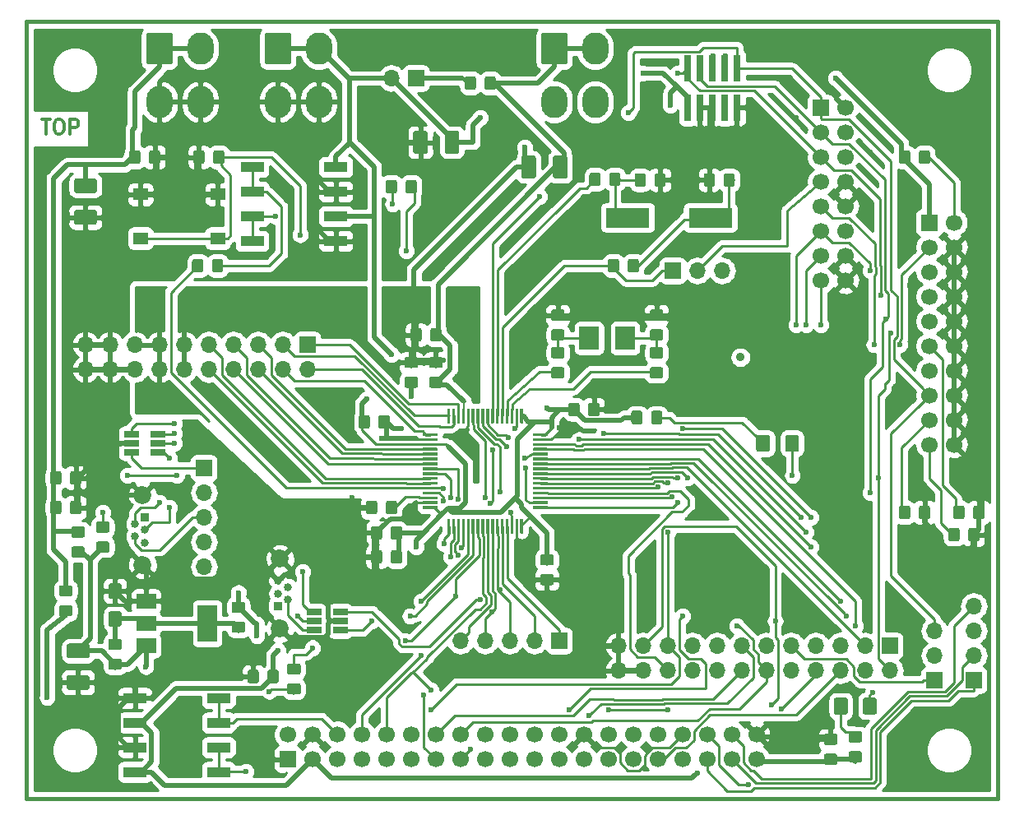
<source format=gtl>
%TF.GenerationSoftware,KiCad,Pcbnew,(5.1.2)-1*%
%TF.CreationDate,2019-08-11T00:06:10+02:00*%
%TF.ProjectId,DutAdapter,44757441-6461-4707-9465-722e6b696361,4*%
%TF.SameCoordinates,Original*%
%TF.FileFunction,Copper,L1,Top*%
%TF.FilePolarity,Positive*%
%FSLAX46Y46*%
G04 Gerber Fmt 4.6, Leading zero omitted, Abs format (unit mm)*
G04 Created by KiCad (PCBNEW (5.1.2)-1) date 2019-08-11 00:06:10*
%MOMM*%
%LPD*%
G04 APERTURE LIST*
%TA.AperFunction,NonConductor*%
%ADD10C,0.300000*%
%TD*%
%TA.AperFunction,EtchedComponent*%
%ADD11C,0.381000*%
%TD*%
%TA.AperFunction,Conductor*%
%ADD12C,0.100000*%
%TD*%
%TA.AperFunction,SMDPad,CuDef*%
%ADD13C,1.150000*%
%TD*%
%TA.AperFunction,BGAPad,CuDef*%
%ADD14C,0.900000*%
%TD*%
%TA.AperFunction,SMDPad,CuDef*%
%ADD15R,0.740000X2.800000*%
%TD*%
%TA.AperFunction,ComponentPad*%
%ADD16O,2.700000X3.300000*%
%TD*%
%TA.AperFunction,ComponentPad*%
%ADD17C,2.700000*%
%TD*%
%TA.AperFunction,ComponentPad*%
%ADD18O,1.700000X1.700000*%
%TD*%
%TA.AperFunction,ComponentPad*%
%ADD19R,1.700000X1.700000*%
%TD*%
%TA.AperFunction,ComponentPad*%
%ADD20C,1.700000*%
%TD*%
%TA.AperFunction,ComponentPad*%
%ADD21C,1.850000*%
%TD*%
%TA.AperFunction,ComponentPad*%
%ADD22C,0.840000*%
%TD*%
%TA.AperFunction,ComponentPad*%
%ADD23R,0.840000X0.840000*%
%TD*%
%TA.AperFunction,SMDPad,CuDef*%
%ADD24R,1.550000X1.300000*%
%TD*%
%TA.AperFunction,SMDPad,CuDef*%
%ADD25C,0.300000*%
%TD*%
%TA.AperFunction,SMDPad,CuDef*%
%ADD26R,1.560000X0.650000*%
%TD*%
%TA.AperFunction,SMDPad,CuDef*%
%ADD27R,2.000000X2.400000*%
%TD*%
%TA.AperFunction,SMDPad,CuDef*%
%ADD28C,1.500000*%
%TD*%
%TA.AperFunction,SMDPad,CuDef*%
%ADD29C,1.350000*%
%TD*%
%TA.AperFunction,SMDPad,CuDef*%
%ADD30R,2.440000X1.120000*%
%TD*%
%TA.AperFunction,SMDPad,CuDef*%
%ADD31R,2.000000X1.500000*%
%TD*%
%TA.AperFunction,SMDPad,CuDef*%
%ADD32R,2.000000X3.800000*%
%TD*%
%TA.AperFunction,SMDPad,CuDef*%
%ADD33C,1.425000*%
%TD*%
%TA.AperFunction,SMDPad,CuDef*%
%ADD34R,4.500000X2.000000*%
%TD*%
%TA.AperFunction,ViaPad*%
%ADD35C,0.600000*%
%TD*%
%TA.AperFunction,Conductor*%
%ADD36C,0.500000*%
%TD*%
%TA.AperFunction,Conductor*%
%ADD37C,0.250000*%
%TD*%
%TA.AperFunction,Conductor*%
%ADD38C,0.200000*%
%TD*%
%TA.AperFunction,Conductor*%
%ADD39C,0.254000*%
%TD*%
G04 APERTURE END LIST*
D10*
X78807714Y-86554571D02*
X79664857Y-86554571D01*
X79236285Y-88054571D02*
X79236285Y-86554571D01*
X80450571Y-86554571D02*
X80736285Y-86554571D01*
X80879142Y-86626000D01*
X81022000Y-86768857D01*
X81093428Y-87054571D01*
X81093428Y-87554571D01*
X81022000Y-87840285D01*
X80879142Y-87983142D01*
X80736285Y-88054571D01*
X80450571Y-88054571D01*
X80307714Y-87983142D01*
X80164857Y-87840285D01*
X80093428Y-87554571D01*
X80093428Y-87054571D01*
X80164857Y-86768857D01*
X80307714Y-86626000D01*
X80450571Y-86554571D01*
X81736285Y-88054571D02*
X81736285Y-86554571D01*
X82307714Y-86554571D01*
X82450571Y-86626000D01*
X82522000Y-86697428D01*
X82593428Y-86840285D01*
X82593428Y-87054571D01*
X82522000Y-87197428D01*
X82450571Y-87268857D01*
X82307714Y-87340285D01*
X81736285Y-87340285D01*
D11*
%TO.C,REF\002A\002A*%
X77216000Y-156464000D02*
X77216000Y-76464160D01*
X77216000Y-76464160D02*
X177215800Y-76464160D01*
X177215800Y-76464160D02*
X177215800Y-156464000D01*
X177215800Y-156464000D02*
X77216000Y-156464000D01*
%TD*%
D12*
%TO.N,+3V3*%
%TO.C,R13*%
G36*
X163034505Y-151581204D02*
G01*
X163058773Y-151584804D01*
X163082572Y-151590765D01*
X163105671Y-151599030D01*
X163127850Y-151609520D01*
X163148893Y-151622132D01*
X163168599Y-151636747D01*
X163186777Y-151653223D01*
X163203253Y-151671401D01*
X163217868Y-151691107D01*
X163230480Y-151712150D01*
X163240970Y-151734329D01*
X163249235Y-151757428D01*
X163255196Y-151781227D01*
X163258796Y-151805495D01*
X163260000Y-151829999D01*
X163260000Y-152480001D01*
X163258796Y-152504505D01*
X163255196Y-152528773D01*
X163249235Y-152552572D01*
X163240970Y-152575671D01*
X163230480Y-152597850D01*
X163217868Y-152618893D01*
X163203253Y-152638599D01*
X163186777Y-152656777D01*
X163168599Y-152673253D01*
X163148893Y-152687868D01*
X163127850Y-152700480D01*
X163105671Y-152710970D01*
X163082572Y-152719235D01*
X163058773Y-152725196D01*
X163034505Y-152728796D01*
X163010001Y-152730000D01*
X162109999Y-152730000D01*
X162085495Y-152728796D01*
X162061227Y-152725196D01*
X162037428Y-152719235D01*
X162014329Y-152710970D01*
X161992150Y-152700480D01*
X161971107Y-152687868D01*
X161951401Y-152673253D01*
X161933223Y-152656777D01*
X161916747Y-152638599D01*
X161902132Y-152618893D01*
X161889520Y-152597850D01*
X161879030Y-152575671D01*
X161870765Y-152552572D01*
X161864804Y-152528773D01*
X161861204Y-152504505D01*
X161860000Y-152480001D01*
X161860000Y-151829999D01*
X161861204Y-151805495D01*
X161864804Y-151781227D01*
X161870765Y-151757428D01*
X161879030Y-151734329D01*
X161889520Y-151712150D01*
X161902132Y-151691107D01*
X161916747Y-151671401D01*
X161933223Y-151653223D01*
X161951401Y-151636747D01*
X161971107Y-151622132D01*
X161992150Y-151609520D01*
X162014329Y-151599030D01*
X162037428Y-151590765D01*
X162061227Y-151584804D01*
X162085495Y-151581204D01*
X162109999Y-151580000D01*
X163010001Y-151580000D01*
X163034505Y-151581204D01*
X163034505Y-151581204D01*
G37*
D13*
%TD*%
%TO.P,R13,2*%
%TO.N,+3V3*%
X162560000Y-152155000D03*
D12*
%TO.N,Net-(D6-Pad2)*%
%TO.C,R13*%
G36*
X163034505Y-149531204D02*
G01*
X163058773Y-149534804D01*
X163082572Y-149540765D01*
X163105671Y-149549030D01*
X163127850Y-149559520D01*
X163148893Y-149572132D01*
X163168599Y-149586747D01*
X163186777Y-149603223D01*
X163203253Y-149621401D01*
X163217868Y-149641107D01*
X163230480Y-149662150D01*
X163240970Y-149684329D01*
X163249235Y-149707428D01*
X163255196Y-149731227D01*
X163258796Y-149755495D01*
X163260000Y-149779999D01*
X163260000Y-150430001D01*
X163258796Y-150454505D01*
X163255196Y-150478773D01*
X163249235Y-150502572D01*
X163240970Y-150525671D01*
X163230480Y-150547850D01*
X163217868Y-150568893D01*
X163203253Y-150588599D01*
X163186777Y-150606777D01*
X163168599Y-150623253D01*
X163148893Y-150637868D01*
X163127850Y-150650480D01*
X163105671Y-150660970D01*
X163082572Y-150669235D01*
X163058773Y-150675196D01*
X163034505Y-150678796D01*
X163010001Y-150680000D01*
X162109999Y-150680000D01*
X162085495Y-150678796D01*
X162061227Y-150675196D01*
X162037428Y-150669235D01*
X162014329Y-150660970D01*
X161992150Y-150650480D01*
X161971107Y-150637868D01*
X161951401Y-150623253D01*
X161933223Y-150606777D01*
X161916747Y-150588599D01*
X161902132Y-150568893D01*
X161889520Y-150547850D01*
X161879030Y-150525671D01*
X161870765Y-150502572D01*
X161864804Y-150478773D01*
X161861204Y-150454505D01*
X161860000Y-150430001D01*
X161860000Y-149779999D01*
X161861204Y-149755495D01*
X161864804Y-149731227D01*
X161870765Y-149707428D01*
X161879030Y-149684329D01*
X161889520Y-149662150D01*
X161902132Y-149641107D01*
X161916747Y-149621401D01*
X161933223Y-149603223D01*
X161951401Y-149586747D01*
X161971107Y-149572132D01*
X161992150Y-149559520D01*
X162014329Y-149549030D01*
X162037428Y-149540765D01*
X162061227Y-149534804D01*
X162085495Y-149531204D01*
X162109999Y-149530000D01*
X163010001Y-149530000D01*
X163034505Y-149531204D01*
X163034505Y-149531204D01*
G37*
D13*
%TD*%
%TO.P,R13,1*%
%TO.N,Net-(D6-Pad2)*%
X162560000Y-150105000D03*
D12*
%TO.N,+3V3*%
%TO.C,R12*%
G36*
X140421505Y-116522204D02*
G01*
X140445773Y-116525804D01*
X140469572Y-116531765D01*
X140492671Y-116540030D01*
X140514850Y-116550520D01*
X140535893Y-116563132D01*
X140555599Y-116577747D01*
X140573777Y-116594223D01*
X140590253Y-116612401D01*
X140604868Y-116632107D01*
X140617480Y-116653150D01*
X140627970Y-116675329D01*
X140636235Y-116698428D01*
X140642196Y-116722227D01*
X140645796Y-116746495D01*
X140647000Y-116770999D01*
X140647000Y-117671001D01*
X140645796Y-117695505D01*
X140642196Y-117719773D01*
X140636235Y-117743572D01*
X140627970Y-117766671D01*
X140617480Y-117788850D01*
X140604868Y-117809893D01*
X140590253Y-117829599D01*
X140573777Y-117847777D01*
X140555599Y-117864253D01*
X140535893Y-117878868D01*
X140514850Y-117891480D01*
X140492671Y-117901970D01*
X140469572Y-117910235D01*
X140445773Y-117916196D01*
X140421505Y-117919796D01*
X140397001Y-117921000D01*
X139746999Y-117921000D01*
X139722495Y-117919796D01*
X139698227Y-117916196D01*
X139674428Y-117910235D01*
X139651329Y-117901970D01*
X139629150Y-117891480D01*
X139608107Y-117878868D01*
X139588401Y-117864253D01*
X139570223Y-117847777D01*
X139553747Y-117829599D01*
X139539132Y-117809893D01*
X139526520Y-117788850D01*
X139516030Y-117766671D01*
X139507765Y-117743572D01*
X139501804Y-117719773D01*
X139498204Y-117695505D01*
X139497000Y-117671001D01*
X139497000Y-116770999D01*
X139498204Y-116746495D01*
X139501804Y-116722227D01*
X139507765Y-116698428D01*
X139516030Y-116675329D01*
X139526520Y-116653150D01*
X139539132Y-116632107D01*
X139553747Y-116612401D01*
X139570223Y-116594223D01*
X139588401Y-116577747D01*
X139608107Y-116563132D01*
X139629150Y-116550520D01*
X139651329Y-116540030D01*
X139674428Y-116531765D01*
X139698227Y-116525804D01*
X139722495Y-116522204D01*
X139746999Y-116521000D01*
X140397001Y-116521000D01*
X140421505Y-116522204D01*
X140421505Y-116522204D01*
G37*
D13*
%TD*%
%TO.P,R12,2*%
%TO.N,+3V3*%
X140072000Y-117221000D03*
D12*
%TO.N,Net-(D5-Pad2)*%
%TO.C,R12*%
G36*
X142471505Y-116522204D02*
G01*
X142495773Y-116525804D01*
X142519572Y-116531765D01*
X142542671Y-116540030D01*
X142564850Y-116550520D01*
X142585893Y-116563132D01*
X142605599Y-116577747D01*
X142623777Y-116594223D01*
X142640253Y-116612401D01*
X142654868Y-116632107D01*
X142667480Y-116653150D01*
X142677970Y-116675329D01*
X142686235Y-116698428D01*
X142692196Y-116722227D01*
X142695796Y-116746495D01*
X142697000Y-116770999D01*
X142697000Y-117671001D01*
X142695796Y-117695505D01*
X142692196Y-117719773D01*
X142686235Y-117743572D01*
X142677970Y-117766671D01*
X142667480Y-117788850D01*
X142654868Y-117809893D01*
X142640253Y-117829599D01*
X142623777Y-117847777D01*
X142605599Y-117864253D01*
X142585893Y-117878868D01*
X142564850Y-117891480D01*
X142542671Y-117901970D01*
X142519572Y-117910235D01*
X142495773Y-117916196D01*
X142471505Y-117919796D01*
X142447001Y-117921000D01*
X141796999Y-117921000D01*
X141772495Y-117919796D01*
X141748227Y-117916196D01*
X141724428Y-117910235D01*
X141701329Y-117901970D01*
X141679150Y-117891480D01*
X141658107Y-117878868D01*
X141638401Y-117864253D01*
X141620223Y-117847777D01*
X141603747Y-117829599D01*
X141589132Y-117809893D01*
X141576520Y-117788850D01*
X141566030Y-117766671D01*
X141557765Y-117743572D01*
X141551804Y-117719773D01*
X141548204Y-117695505D01*
X141547000Y-117671001D01*
X141547000Y-116770999D01*
X141548204Y-116746495D01*
X141551804Y-116722227D01*
X141557765Y-116698428D01*
X141566030Y-116675329D01*
X141576520Y-116653150D01*
X141589132Y-116632107D01*
X141603747Y-116612401D01*
X141620223Y-116594223D01*
X141638401Y-116577747D01*
X141658107Y-116563132D01*
X141679150Y-116550520D01*
X141701329Y-116540030D01*
X141724428Y-116531765D01*
X141748227Y-116525804D01*
X141772495Y-116522204D01*
X141796999Y-116521000D01*
X142447001Y-116521000D01*
X142471505Y-116522204D01*
X142471505Y-116522204D01*
G37*
D13*
%TD*%
%TO.P,R12,1*%
%TO.N,Net-(D5-Pad2)*%
X142122000Y-117221000D03*
D12*
%TO.N,Net-(J9-Pad2)*%
%TO.C,R11*%
G36*
X81754505Y-136543704D02*
G01*
X81778773Y-136547304D01*
X81802572Y-136553265D01*
X81825671Y-136561530D01*
X81847850Y-136572020D01*
X81868893Y-136584632D01*
X81888599Y-136599247D01*
X81906777Y-136615723D01*
X81923253Y-136633901D01*
X81937868Y-136653607D01*
X81950480Y-136674650D01*
X81960970Y-136696829D01*
X81969235Y-136719928D01*
X81975196Y-136743727D01*
X81978796Y-136767995D01*
X81980000Y-136792499D01*
X81980000Y-137442501D01*
X81978796Y-137467005D01*
X81975196Y-137491273D01*
X81969235Y-137515072D01*
X81960970Y-137538171D01*
X81950480Y-137560350D01*
X81937868Y-137581393D01*
X81923253Y-137601099D01*
X81906777Y-137619277D01*
X81888599Y-137635753D01*
X81868893Y-137650368D01*
X81847850Y-137662980D01*
X81825671Y-137673470D01*
X81802572Y-137681735D01*
X81778773Y-137687696D01*
X81754505Y-137691296D01*
X81730001Y-137692500D01*
X80829999Y-137692500D01*
X80805495Y-137691296D01*
X80781227Y-137687696D01*
X80757428Y-137681735D01*
X80734329Y-137673470D01*
X80712150Y-137662980D01*
X80691107Y-137650368D01*
X80671401Y-137635753D01*
X80653223Y-137619277D01*
X80636747Y-137601099D01*
X80622132Y-137581393D01*
X80609520Y-137560350D01*
X80599030Y-137538171D01*
X80590765Y-137515072D01*
X80584804Y-137491273D01*
X80581204Y-137467005D01*
X80580000Y-137442501D01*
X80580000Y-136792499D01*
X80581204Y-136767995D01*
X80584804Y-136743727D01*
X80590765Y-136719928D01*
X80599030Y-136696829D01*
X80609520Y-136674650D01*
X80622132Y-136653607D01*
X80636747Y-136633901D01*
X80653223Y-136615723D01*
X80671401Y-136599247D01*
X80691107Y-136584632D01*
X80712150Y-136572020D01*
X80734329Y-136561530D01*
X80757428Y-136553265D01*
X80781227Y-136547304D01*
X80805495Y-136543704D01*
X80829999Y-136542500D01*
X81730001Y-136542500D01*
X81754505Y-136543704D01*
X81754505Y-136543704D01*
G37*
D13*
%TD*%
%TO.P,R11,2*%
%TO.N,Net-(J9-Pad2)*%
X81280000Y-137117500D03*
D12*
%TO.N,+5V*%
%TO.C,R11*%
G36*
X81754505Y-134493704D02*
G01*
X81778773Y-134497304D01*
X81802572Y-134503265D01*
X81825671Y-134511530D01*
X81847850Y-134522020D01*
X81868893Y-134534632D01*
X81888599Y-134549247D01*
X81906777Y-134565723D01*
X81923253Y-134583901D01*
X81937868Y-134603607D01*
X81950480Y-134624650D01*
X81960970Y-134646829D01*
X81969235Y-134669928D01*
X81975196Y-134693727D01*
X81978796Y-134717995D01*
X81980000Y-134742499D01*
X81980000Y-135392501D01*
X81978796Y-135417005D01*
X81975196Y-135441273D01*
X81969235Y-135465072D01*
X81960970Y-135488171D01*
X81950480Y-135510350D01*
X81937868Y-135531393D01*
X81923253Y-135551099D01*
X81906777Y-135569277D01*
X81888599Y-135585753D01*
X81868893Y-135600368D01*
X81847850Y-135612980D01*
X81825671Y-135623470D01*
X81802572Y-135631735D01*
X81778773Y-135637696D01*
X81754505Y-135641296D01*
X81730001Y-135642500D01*
X80829999Y-135642500D01*
X80805495Y-135641296D01*
X80781227Y-135637696D01*
X80757428Y-135631735D01*
X80734329Y-135623470D01*
X80712150Y-135612980D01*
X80691107Y-135600368D01*
X80671401Y-135585753D01*
X80653223Y-135569277D01*
X80636747Y-135551099D01*
X80622132Y-135531393D01*
X80609520Y-135510350D01*
X80599030Y-135488171D01*
X80590765Y-135465072D01*
X80584804Y-135441273D01*
X80581204Y-135417005D01*
X80580000Y-135392501D01*
X80580000Y-134742499D01*
X80581204Y-134717995D01*
X80584804Y-134693727D01*
X80590765Y-134669928D01*
X80599030Y-134646829D01*
X80609520Y-134624650D01*
X80622132Y-134603607D01*
X80636747Y-134583901D01*
X80653223Y-134565723D01*
X80671401Y-134549247D01*
X80691107Y-134534632D01*
X80712150Y-134522020D01*
X80734329Y-134511530D01*
X80757428Y-134503265D01*
X80781227Y-134497304D01*
X80805495Y-134493704D01*
X80829999Y-134492500D01*
X81730001Y-134492500D01*
X81754505Y-134493704D01*
X81754505Y-134493704D01*
G37*
D13*
%TD*%
%TO.P,R11,1*%
%TO.N,+5V*%
X81280000Y-135067500D03*
D14*
%TO.P,G\002A\002A\002A,1*%
%TO.N,N/C*%
X150738000Y-111032000D03*
%TD*%
D15*
%TO.P,J6,10*%
%TO.N,/NRST*%
X150368000Y-81312000D03*
%TO.P,J6,9*%
%TO.N,GND*%
X150368000Y-85312000D03*
%TO.P,J6,8*%
%TO.N,/TDI*%
X149098000Y-81312000D03*
%TO.P,J6,7*%
%TO.N,Net-(J6-Pad7)*%
X149098000Y-85312000D03*
%TO.P,J6,6*%
%TO.N,/TDO_SWO*%
X147828000Y-81312000D03*
%TO.P,J6,5*%
%TO.N,GND*%
X147828000Y-85312000D03*
%TO.P,J6,4*%
%TO.N,/TCLK_SWCLK*%
X146558000Y-81312000D03*
%TO.P,J6,3*%
%TO.N,GND*%
X146558000Y-85312000D03*
%TO.P,J6,2*%
%TO.N,/TMS_SWDIO*%
X145288000Y-81312000D03*
%TO.P,J6,1*%
%TO.N,+3V3*%
X145288000Y-85312000D03*
%TD*%
D12*
%TO.N,GND*%
%TO.C,C2*%
G36*
X90782505Y-89725204D02*
G01*
X90806773Y-89728804D01*
X90830572Y-89734765D01*
X90853671Y-89743030D01*
X90875850Y-89753520D01*
X90896893Y-89766132D01*
X90916599Y-89780747D01*
X90934777Y-89797223D01*
X90951253Y-89815401D01*
X90965868Y-89835107D01*
X90978480Y-89856150D01*
X90988970Y-89878329D01*
X90997235Y-89901428D01*
X91003196Y-89925227D01*
X91006796Y-89949495D01*
X91008000Y-89973999D01*
X91008000Y-90874001D01*
X91006796Y-90898505D01*
X91003196Y-90922773D01*
X90997235Y-90946572D01*
X90988970Y-90969671D01*
X90978480Y-90991850D01*
X90965868Y-91012893D01*
X90951253Y-91032599D01*
X90934777Y-91050777D01*
X90916599Y-91067253D01*
X90896893Y-91081868D01*
X90875850Y-91094480D01*
X90853671Y-91104970D01*
X90830572Y-91113235D01*
X90806773Y-91119196D01*
X90782505Y-91122796D01*
X90758001Y-91124000D01*
X90107999Y-91124000D01*
X90083495Y-91122796D01*
X90059227Y-91119196D01*
X90035428Y-91113235D01*
X90012329Y-91104970D01*
X89990150Y-91094480D01*
X89969107Y-91081868D01*
X89949401Y-91067253D01*
X89931223Y-91050777D01*
X89914747Y-91032599D01*
X89900132Y-91012893D01*
X89887520Y-90991850D01*
X89877030Y-90969671D01*
X89868765Y-90946572D01*
X89862804Y-90922773D01*
X89859204Y-90898505D01*
X89858000Y-90874001D01*
X89858000Y-89973999D01*
X89859204Y-89949495D01*
X89862804Y-89925227D01*
X89868765Y-89901428D01*
X89877030Y-89878329D01*
X89887520Y-89856150D01*
X89900132Y-89835107D01*
X89914747Y-89815401D01*
X89931223Y-89797223D01*
X89949401Y-89780747D01*
X89969107Y-89766132D01*
X89990150Y-89753520D01*
X90012329Y-89743030D01*
X90035428Y-89734765D01*
X90059227Y-89728804D01*
X90083495Y-89725204D01*
X90107999Y-89724000D01*
X90758001Y-89724000D01*
X90782505Y-89725204D01*
X90782505Y-89725204D01*
G37*
D13*
%TD*%
%TO.P,C2,2*%
%TO.N,GND*%
X90433000Y-90424000D03*
D12*
%TO.N,+5V*%
%TO.C,C2*%
G36*
X88732505Y-89725204D02*
G01*
X88756773Y-89728804D01*
X88780572Y-89734765D01*
X88803671Y-89743030D01*
X88825850Y-89753520D01*
X88846893Y-89766132D01*
X88866599Y-89780747D01*
X88884777Y-89797223D01*
X88901253Y-89815401D01*
X88915868Y-89835107D01*
X88928480Y-89856150D01*
X88938970Y-89878329D01*
X88947235Y-89901428D01*
X88953196Y-89925227D01*
X88956796Y-89949495D01*
X88958000Y-89973999D01*
X88958000Y-90874001D01*
X88956796Y-90898505D01*
X88953196Y-90922773D01*
X88947235Y-90946572D01*
X88938970Y-90969671D01*
X88928480Y-90991850D01*
X88915868Y-91012893D01*
X88901253Y-91032599D01*
X88884777Y-91050777D01*
X88866599Y-91067253D01*
X88846893Y-91081868D01*
X88825850Y-91094480D01*
X88803671Y-91104970D01*
X88780572Y-91113235D01*
X88756773Y-91119196D01*
X88732505Y-91122796D01*
X88708001Y-91124000D01*
X88057999Y-91124000D01*
X88033495Y-91122796D01*
X88009227Y-91119196D01*
X87985428Y-91113235D01*
X87962329Y-91104970D01*
X87940150Y-91094480D01*
X87919107Y-91081868D01*
X87899401Y-91067253D01*
X87881223Y-91050777D01*
X87864747Y-91032599D01*
X87850132Y-91012893D01*
X87837520Y-90991850D01*
X87827030Y-90969671D01*
X87818765Y-90946572D01*
X87812804Y-90922773D01*
X87809204Y-90898505D01*
X87808000Y-90874001D01*
X87808000Y-89973999D01*
X87809204Y-89949495D01*
X87812804Y-89925227D01*
X87818765Y-89901428D01*
X87827030Y-89878329D01*
X87837520Y-89856150D01*
X87850132Y-89835107D01*
X87864747Y-89815401D01*
X87881223Y-89797223D01*
X87899401Y-89780747D01*
X87919107Y-89766132D01*
X87940150Y-89753520D01*
X87962329Y-89743030D01*
X87985428Y-89734765D01*
X88009227Y-89728804D01*
X88033495Y-89725204D01*
X88057999Y-89724000D01*
X88708001Y-89724000D01*
X88732505Y-89725204D01*
X88732505Y-89725204D01*
G37*
D13*
%TD*%
%TO.P,C2,1*%
%TO.N,+5V*%
X88383000Y-90424000D03*
D12*
%TO.N,GND*%
%TO.C,C4*%
G36*
X135999012Y-115701468D02*
G01*
X136023280Y-115705068D01*
X136047079Y-115711029D01*
X136070178Y-115719294D01*
X136092357Y-115729784D01*
X136113400Y-115742396D01*
X136133106Y-115757011D01*
X136151284Y-115773487D01*
X136167760Y-115791665D01*
X136182375Y-115811371D01*
X136194987Y-115832414D01*
X136205477Y-115854593D01*
X136213742Y-115877692D01*
X136219703Y-115901491D01*
X136223303Y-115925759D01*
X136224507Y-115950263D01*
X136224507Y-116850265D01*
X136223303Y-116874769D01*
X136219703Y-116899037D01*
X136213742Y-116922836D01*
X136205477Y-116945935D01*
X136194987Y-116968114D01*
X136182375Y-116989157D01*
X136167760Y-117008863D01*
X136151284Y-117027041D01*
X136133106Y-117043517D01*
X136113400Y-117058132D01*
X136092357Y-117070744D01*
X136070178Y-117081234D01*
X136047079Y-117089499D01*
X136023280Y-117095460D01*
X135999012Y-117099060D01*
X135974508Y-117100264D01*
X135324506Y-117100264D01*
X135300002Y-117099060D01*
X135275734Y-117095460D01*
X135251935Y-117089499D01*
X135228836Y-117081234D01*
X135206657Y-117070744D01*
X135185614Y-117058132D01*
X135165908Y-117043517D01*
X135147730Y-117027041D01*
X135131254Y-117008863D01*
X135116639Y-116989157D01*
X135104027Y-116968114D01*
X135093537Y-116945935D01*
X135085272Y-116922836D01*
X135079311Y-116899037D01*
X135075711Y-116874769D01*
X135074507Y-116850265D01*
X135074507Y-115950263D01*
X135075711Y-115925759D01*
X135079311Y-115901491D01*
X135085272Y-115877692D01*
X135093537Y-115854593D01*
X135104027Y-115832414D01*
X135116639Y-115811371D01*
X135131254Y-115791665D01*
X135147730Y-115773487D01*
X135165908Y-115757011D01*
X135185614Y-115742396D01*
X135206657Y-115729784D01*
X135228836Y-115719294D01*
X135251935Y-115711029D01*
X135275734Y-115705068D01*
X135300002Y-115701468D01*
X135324506Y-115700264D01*
X135974508Y-115700264D01*
X135999012Y-115701468D01*
X135999012Y-115701468D01*
G37*
D13*
%TD*%
%TO.P,C4,2*%
%TO.N,GND*%
X135649507Y-116400264D03*
D12*
%TO.N,+3V3*%
%TO.C,C4*%
G36*
X133949012Y-115701468D02*
G01*
X133973280Y-115705068D01*
X133997079Y-115711029D01*
X134020178Y-115719294D01*
X134042357Y-115729784D01*
X134063400Y-115742396D01*
X134083106Y-115757011D01*
X134101284Y-115773487D01*
X134117760Y-115791665D01*
X134132375Y-115811371D01*
X134144987Y-115832414D01*
X134155477Y-115854593D01*
X134163742Y-115877692D01*
X134169703Y-115901491D01*
X134173303Y-115925759D01*
X134174507Y-115950263D01*
X134174507Y-116850265D01*
X134173303Y-116874769D01*
X134169703Y-116899037D01*
X134163742Y-116922836D01*
X134155477Y-116945935D01*
X134144987Y-116968114D01*
X134132375Y-116989157D01*
X134117760Y-117008863D01*
X134101284Y-117027041D01*
X134083106Y-117043517D01*
X134063400Y-117058132D01*
X134042357Y-117070744D01*
X134020178Y-117081234D01*
X133997079Y-117089499D01*
X133973280Y-117095460D01*
X133949012Y-117099060D01*
X133924508Y-117100264D01*
X133274506Y-117100264D01*
X133250002Y-117099060D01*
X133225734Y-117095460D01*
X133201935Y-117089499D01*
X133178836Y-117081234D01*
X133156657Y-117070744D01*
X133135614Y-117058132D01*
X133115908Y-117043517D01*
X133097730Y-117027041D01*
X133081254Y-117008863D01*
X133066639Y-116989157D01*
X133054027Y-116968114D01*
X133043537Y-116945935D01*
X133035272Y-116922836D01*
X133029311Y-116899037D01*
X133025711Y-116874769D01*
X133024507Y-116850265D01*
X133024507Y-115950263D01*
X133025711Y-115925759D01*
X133029311Y-115901491D01*
X133035272Y-115877692D01*
X133043537Y-115854593D01*
X133054027Y-115832414D01*
X133066639Y-115811371D01*
X133081254Y-115791665D01*
X133097730Y-115773487D01*
X133115908Y-115757011D01*
X133135614Y-115742396D01*
X133156657Y-115729784D01*
X133178836Y-115719294D01*
X133201935Y-115711029D01*
X133225734Y-115705068D01*
X133250002Y-115701468D01*
X133274506Y-115700264D01*
X133924508Y-115700264D01*
X133949012Y-115701468D01*
X133949012Y-115701468D01*
G37*
D13*
%TD*%
%TO.P,C4,1*%
%TO.N,+3V3*%
X133599507Y-116400264D03*
D12*
%TO.N,GND*%
%TO.C,C5*%
G36*
X131289012Y-133361468D02*
G01*
X131313280Y-133365068D01*
X131337079Y-133371029D01*
X131360178Y-133379294D01*
X131382357Y-133389784D01*
X131403400Y-133402396D01*
X131423106Y-133417011D01*
X131441284Y-133433487D01*
X131457760Y-133451665D01*
X131472375Y-133471371D01*
X131484987Y-133492414D01*
X131495477Y-133514593D01*
X131503742Y-133537692D01*
X131509703Y-133561491D01*
X131513303Y-133585759D01*
X131514507Y-133610263D01*
X131514507Y-134260265D01*
X131513303Y-134284769D01*
X131509703Y-134309037D01*
X131503742Y-134332836D01*
X131495477Y-134355935D01*
X131484987Y-134378114D01*
X131472375Y-134399157D01*
X131457760Y-134418863D01*
X131441284Y-134437041D01*
X131423106Y-134453517D01*
X131403400Y-134468132D01*
X131382357Y-134480744D01*
X131360178Y-134491234D01*
X131337079Y-134499499D01*
X131313280Y-134505460D01*
X131289012Y-134509060D01*
X131264508Y-134510264D01*
X130364506Y-134510264D01*
X130340002Y-134509060D01*
X130315734Y-134505460D01*
X130291935Y-134499499D01*
X130268836Y-134491234D01*
X130246657Y-134480744D01*
X130225614Y-134468132D01*
X130205908Y-134453517D01*
X130187730Y-134437041D01*
X130171254Y-134418863D01*
X130156639Y-134399157D01*
X130144027Y-134378114D01*
X130133537Y-134355935D01*
X130125272Y-134332836D01*
X130119311Y-134309037D01*
X130115711Y-134284769D01*
X130114507Y-134260265D01*
X130114507Y-133610263D01*
X130115711Y-133585759D01*
X130119311Y-133561491D01*
X130125272Y-133537692D01*
X130133537Y-133514593D01*
X130144027Y-133492414D01*
X130156639Y-133471371D01*
X130171254Y-133451665D01*
X130187730Y-133433487D01*
X130205908Y-133417011D01*
X130225614Y-133402396D01*
X130246657Y-133389784D01*
X130268836Y-133379294D01*
X130291935Y-133371029D01*
X130315734Y-133365068D01*
X130340002Y-133361468D01*
X130364506Y-133360264D01*
X131264508Y-133360264D01*
X131289012Y-133361468D01*
X131289012Y-133361468D01*
G37*
D13*
%TD*%
%TO.P,C5,2*%
%TO.N,GND*%
X130814507Y-133935264D03*
D12*
%TO.N,+3V3*%
%TO.C,C5*%
G36*
X131289012Y-131311468D02*
G01*
X131313280Y-131315068D01*
X131337079Y-131321029D01*
X131360178Y-131329294D01*
X131382357Y-131339784D01*
X131403400Y-131352396D01*
X131423106Y-131367011D01*
X131441284Y-131383487D01*
X131457760Y-131401665D01*
X131472375Y-131421371D01*
X131484987Y-131442414D01*
X131495477Y-131464593D01*
X131503742Y-131487692D01*
X131509703Y-131511491D01*
X131513303Y-131535759D01*
X131514507Y-131560263D01*
X131514507Y-132210265D01*
X131513303Y-132234769D01*
X131509703Y-132259037D01*
X131503742Y-132282836D01*
X131495477Y-132305935D01*
X131484987Y-132328114D01*
X131472375Y-132349157D01*
X131457760Y-132368863D01*
X131441284Y-132387041D01*
X131423106Y-132403517D01*
X131403400Y-132418132D01*
X131382357Y-132430744D01*
X131360178Y-132441234D01*
X131337079Y-132449499D01*
X131313280Y-132455460D01*
X131289012Y-132459060D01*
X131264508Y-132460264D01*
X130364506Y-132460264D01*
X130340002Y-132459060D01*
X130315734Y-132455460D01*
X130291935Y-132449499D01*
X130268836Y-132441234D01*
X130246657Y-132430744D01*
X130225614Y-132418132D01*
X130205908Y-132403517D01*
X130187730Y-132387041D01*
X130171254Y-132368863D01*
X130156639Y-132349157D01*
X130144027Y-132328114D01*
X130133537Y-132305935D01*
X130125272Y-132282836D01*
X130119311Y-132259037D01*
X130115711Y-132234769D01*
X130114507Y-132210265D01*
X130114507Y-131560263D01*
X130115711Y-131535759D01*
X130119311Y-131511491D01*
X130125272Y-131487692D01*
X130133537Y-131464593D01*
X130144027Y-131442414D01*
X130156639Y-131421371D01*
X130171254Y-131401665D01*
X130187730Y-131383487D01*
X130205908Y-131367011D01*
X130225614Y-131352396D01*
X130246657Y-131339784D01*
X130268836Y-131329294D01*
X130291935Y-131321029D01*
X130315734Y-131315068D01*
X130340002Y-131311468D01*
X130364506Y-131310264D01*
X131264508Y-131310264D01*
X131289012Y-131311468D01*
X131289012Y-131311468D01*
G37*
D13*
%TD*%
%TO.P,C5,1*%
%TO.N,+3V3*%
X130814507Y-131885264D03*
D12*
%TO.N,GND*%
%TO.C,C6*%
G36*
X113629012Y-128401468D02*
G01*
X113653280Y-128405068D01*
X113677079Y-128411029D01*
X113700178Y-128419294D01*
X113722357Y-128429784D01*
X113743400Y-128442396D01*
X113763106Y-128457011D01*
X113781284Y-128473487D01*
X113797760Y-128491665D01*
X113812375Y-128511371D01*
X113824987Y-128532414D01*
X113835477Y-128554593D01*
X113843742Y-128577692D01*
X113849703Y-128601491D01*
X113853303Y-128625759D01*
X113854507Y-128650263D01*
X113854507Y-129550265D01*
X113853303Y-129574769D01*
X113849703Y-129599037D01*
X113843742Y-129622836D01*
X113835477Y-129645935D01*
X113824987Y-129668114D01*
X113812375Y-129689157D01*
X113797760Y-129708863D01*
X113781284Y-129727041D01*
X113763106Y-129743517D01*
X113743400Y-129758132D01*
X113722357Y-129770744D01*
X113700178Y-129781234D01*
X113677079Y-129789499D01*
X113653280Y-129795460D01*
X113629012Y-129799060D01*
X113604508Y-129800264D01*
X112954506Y-129800264D01*
X112930002Y-129799060D01*
X112905734Y-129795460D01*
X112881935Y-129789499D01*
X112858836Y-129781234D01*
X112836657Y-129770744D01*
X112815614Y-129758132D01*
X112795908Y-129743517D01*
X112777730Y-129727041D01*
X112761254Y-129708863D01*
X112746639Y-129689157D01*
X112734027Y-129668114D01*
X112723537Y-129645935D01*
X112715272Y-129622836D01*
X112709311Y-129599037D01*
X112705711Y-129574769D01*
X112704507Y-129550265D01*
X112704507Y-128650263D01*
X112705711Y-128625759D01*
X112709311Y-128601491D01*
X112715272Y-128577692D01*
X112723537Y-128554593D01*
X112734027Y-128532414D01*
X112746639Y-128511371D01*
X112761254Y-128491665D01*
X112777730Y-128473487D01*
X112795908Y-128457011D01*
X112815614Y-128442396D01*
X112836657Y-128429784D01*
X112858836Y-128419294D01*
X112881935Y-128411029D01*
X112905734Y-128405068D01*
X112930002Y-128401468D01*
X112954506Y-128400264D01*
X113604508Y-128400264D01*
X113629012Y-128401468D01*
X113629012Y-128401468D01*
G37*
D13*
%TD*%
%TO.P,C6,2*%
%TO.N,GND*%
X113279507Y-129100264D03*
D12*
%TO.N,+3V3*%
%TO.C,C6*%
G36*
X115679012Y-128401468D02*
G01*
X115703280Y-128405068D01*
X115727079Y-128411029D01*
X115750178Y-128419294D01*
X115772357Y-128429784D01*
X115793400Y-128442396D01*
X115813106Y-128457011D01*
X115831284Y-128473487D01*
X115847760Y-128491665D01*
X115862375Y-128511371D01*
X115874987Y-128532414D01*
X115885477Y-128554593D01*
X115893742Y-128577692D01*
X115899703Y-128601491D01*
X115903303Y-128625759D01*
X115904507Y-128650263D01*
X115904507Y-129550265D01*
X115903303Y-129574769D01*
X115899703Y-129599037D01*
X115893742Y-129622836D01*
X115885477Y-129645935D01*
X115874987Y-129668114D01*
X115862375Y-129689157D01*
X115847760Y-129708863D01*
X115831284Y-129727041D01*
X115813106Y-129743517D01*
X115793400Y-129758132D01*
X115772357Y-129770744D01*
X115750178Y-129781234D01*
X115727079Y-129789499D01*
X115703280Y-129795460D01*
X115679012Y-129799060D01*
X115654508Y-129800264D01*
X115004506Y-129800264D01*
X114980002Y-129799060D01*
X114955734Y-129795460D01*
X114931935Y-129789499D01*
X114908836Y-129781234D01*
X114886657Y-129770744D01*
X114865614Y-129758132D01*
X114845908Y-129743517D01*
X114827730Y-129727041D01*
X114811254Y-129708863D01*
X114796639Y-129689157D01*
X114784027Y-129668114D01*
X114773537Y-129645935D01*
X114765272Y-129622836D01*
X114759311Y-129599037D01*
X114755711Y-129574769D01*
X114754507Y-129550265D01*
X114754507Y-128650263D01*
X114755711Y-128625759D01*
X114759311Y-128601491D01*
X114765272Y-128577692D01*
X114773537Y-128554593D01*
X114784027Y-128532414D01*
X114796639Y-128511371D01*
X114811254Y-128491665D01*
X114827730Y-128473487D01*
X114845908Y-128457011D01*
X114865614Y-128442396D01*
X114886657Y-128429784D01*
X114908836Y-128419294D01*
X114931935Y-128411029D01*
X114955734Y-128405068D01*
X114980002Y-128401468D01*
X115004506Y-128400264D01*
X115654508Y-128400264D01*
X115679012Y-128401468D01*
X115679012Y-128401468D01*
G37*
D13*
%TD*%
%TO.P,C6,1*%
%TO.N,+3V3*%
X115329507Y-129100264D03*
D12*
%TO.N,GND*%
%TO.C,C7*%
G36*
X114409012Y-116971468D02*
G01*
X114433280Y-116975068D01*
X114457079Y-116981029D01*
X114480178Y-116989294D01*
X114502357Y-116999784D01*
X114523400Y-117012396D01*
X114543106Y-117027011D01*
X114561284Y-117043487D01*
X114577760Y-117061665D01*
X114592375Y-117081371D01*
X114604987Y-117102414D01*
X114615477Y-117124593D01*
X114623742Y-117147692D01*
X114629703Y-117171491D01*
X114633303Y-117195759D01*
X114634507Y-117220263D01*
X114634507Y-118120265D01*
X114633303Y-118144769D01*
X114629703Y-118169037D01*
X114623742Y-118192836D01*
X114615477Y-118215935D01*
X114604987Y-118238114D01*
X114592375Y-118259157D01*
X114577760Y-118278863D01*
X114561284Y-118297041D01*
X114543106Y-118313517D01*
X114523400Y-118328132D01*
X114502357Y-118340744D01*
X114480178Y-118351234D01*
X114457079Y-118359499D01*
X114433280Y-118365460D01*
X114409012Y-118369060D01*
X114384508Y-118370264D01*
X113734506Y-118370264D01*
X113710002Y-118369060D01*
X113685734Y-118365460D01*
X113661935Y-118359499D01*
X113638836Y-118351234D01*
X113616657Y-118340744D01*
X113595614Y-118328132D01*
X113575908Y-118313517D01*
X113557730Y-118297041D01*
X113541254Y-118278863D01*
X113526639Y-118259157D01*
X113514027Y-118238114D01*
X113503537Y-118215935D01*
X113495272Y-118192836D01*
X113489311Y-118169037D01*
X113485711Y-118144769D01*
X113484507Y-118120265D01*
X113484507Y-117220263D01*
X113485711Y-117195759D01*
X113489311Y-117171491D01*
X113495272Y-117147692D01*
X113503537Y-117124593D01*
X113514027Y-117102414D01*
X113526639Y-117081371D01*
X113541254Y-117061665D01*
X113557730Y-117043487D01*
X113575908Y-117027011D01*
X113595614Y-117012396D01*
X113616657Y-116999784D01*
X113638836Y-116989294D01*
X113661935Y-116981029D01*
X113685734Y-116975068D01*
X113710002Y-116971468D01*
X113734506Y-116970264D01*
X114384508Y-116970264D01*
X114409012Y-116971468D01*
X114409012Y-116971468D01*
G37*
D13*
%TD*%
%TO.P,C7,2*%
%TO.N,GND*%
X114059507Y-117670264D03*
D12*
%TO.N,+3V3*%
%TO.C,C7*%
G36*
X112359012Y-116971468D02*
G01*
X112383280Y-116975068D01*
X112407079Y-116981029D01*
X112430178Y-116989294D01*
X112452357Y-116999784D01*
X112473400Y-117012396D01*
X112493106Y-117027011D01*
X112511284Y-117043487D01*
X112527760Y-117061665D01*
X112542375Y-117081371D01*
X112554987Y-117102414D01*
X112565477Y-117124593D01*
X112573742Y-117147692D01*
X112579703Y-117171491D01*
X112583303Y-117195759D01*
X112584507Y-117220263D01*
X112584507Y-118120265D01*
X112583303Y-118144769D01*
X112579703Y-118169037D01*
X112573742Y-118192836D01*
X112565477Y-118215935D01*
X112554987Y-118238114D01*
X112542375Y-118259157D01*
X112527760Y-118278863D01*
X112511284Y-118297041D01*
X112493106Y-118313517D01*
X112473400Y-118328132D01*
X112452357Y-118340744D01*
X112430178Y-118351234D01*
X112407079Y-118359499D01*
X112383280Y-118365460D01*
X112359012Y-118369060D01*
X112334508Y-118370264D01*
X111684506Y-118370264D01*
X111660002Y-118369060D01*
X111635734Y-118365460D01*
X111611935Y-118359499D01*
X111588836Y-118351234D01*
X111566657Y-118340744D01*
X111545614Y-118328132D01*
X111525908Y-118313517D01*
X111507730Y-118297041D01*
X111491254Y-118278863D01*
X111476639Y-118259157D01*
X111464027Y-118238114D01*
X111453537Y-118215935D01*
X111445272Y-118192836D01*
X111439311Y-118169037D01*
X111435711Y-118144769D01*
X111434507Y-118120265D01*
X111434507Y-117220263D01*
X111435711Y-117195759D01*
X111439311Y-117171491D01*
X111445272Y-117147692D01*
X111453537Y-117124593D01*
X111464027Y-117102414D01*
X111476639Y-117081371D01*
X111491254Y-117061665D01*
X111507730Y-117043487D01*
X111525908Y-117027011D01*
X111545614Y-117012396D01*
X111566657Y-116999784D01*
X111588836Y-116989294D01*
X111611935Y-116981029D01*
X111635734Y-116975068D01*
X111660002Y-116971468D01*
X111684506Y-116970264D01*
X112334508Y-116970264D01*
X112359012Y-116971468D01*
X112359012Y-116971468D01*
G37*
D13*
%TD*%
%TO.P,C7,1*%
%TO.N,+3V3*%
X112009507Y-117670264D03*
D12*
%TO.N,GNDA*%
%TO.C,C8*%
G36*
X119859012Y-110991468D02*
G01*
X119883280Y-110995068D01*
X119907079Y-111001029D01*
X119930178Y-111009294D01*
X119952357Y-111019784D01*
X119973400Y-111032396D01*
X119993106Y-111047011D01*
X120011284Y-111063487D01*
X120027760Y-111081665D01*
X120042375Y-111101371D01*
X120054987Y-111122414D01*
X120065477Y-111144593D01*
X120073742Y-111167692D01*
X120079703Y-111191491D01*
X120083303Y-111215759D01*
X120084507Y-111240263D01*
X120084507Y-111890265D01*
X120083303Y-111914769D01*
X120079703Y-111939037D01*
X120073742Y-111962836D01*
X120065477Y-111985935D01*
X120054987Y-112008114D01*
X120042375Y-112029157D01*
X120027760Y-112048863D01*
X120011284Y-112067041D01*
X119993106Y-112083517D01*
X119973400Y-112098132D01*
X119952357Y-112110744D01*
X119930178Y-112121234D01*
X119907079Y-112129499D01*
X119883280Y-112135460D01*
X119859012Y-112139060D01*
X119834508Y-112140264D01*
X118934506Y-112140264D01*
X118910002Y-112139060D01*
X118885734Y-112135460D01*
X118861935Y-112129499D01*
X118838836Y-112121234D01*
X118816657Y-112110744D01*
X118795614Y-112098132D01*
X118775908Y-112083517D01*
X118757730Y-112067041D01*
X118741254Y-112048863D01*
X118726639Y-112029157D01*
X118714027Y-112008114D01*
X118703537Y-111985935D01*
X118695272Y-111962836D01*
X118689311Y-111939037D01*
X118685711Y-111914769D01*
X118684507Y-111890265D01*
X118684507Y-111240263D01*
X118685711Y-111215759D01*
X118689311Y-111191491D01*
X118695272Y-111167692D01*
X118703537Y-111144593D01*
X118714027Y-111122414D01*
X118726639Y-111101371D01*
X118741254Y-111081665D01*
X118757730Y-111063487D01*
X118775908Y-111047011D01*
X118795614Y-111032396D01*
X118816657Y-111019784D01*
X118838836Y-111009294D01*
X118861935Y-111001029D01*
X118885734Y-110995068D01*
X118910002Y-110991468D01*
X118934506Y-110990264D01*
X119834508Y-110990264D01*
X119859012Y-110991468D01*
X119859012Y-110991468D01*
G37*
D13*
%TD*%
%TO.P,C8,2*%
%TO.N,GNDA*%
X119384507Y-111565264D03*
D12*
%TO.N,VDDA*%
%TO.C,C8*%
G36*
X119859012Y-113041468D02*
G01*
X119883280Y-113045068D01*
X119907079Y-113051029D01*
X119930178Y-113059294D01*
X119952357Y-113069784D01*
X119973400Y-113082396D01*
X119993106Y-113097011D01*
X120011284Y-113113487D01*
X120027760Y-113131665D01*
X120042375Y-113151371D01*
X120054987Y-113172414D01*
X120065477Y-113194593D01*
X120073742Y-113217692D01*
X120079703Y-113241491D01*
X120083303Y-113265759D01*
X120084507Y-113290263D01*
X120084507Y-113940265D01*
X120083303Y-113964769D01*
X120079703Y-113989037D01*
X120073742Y-114012836D01*
X120065477Y-114035935D01*
X120054987Y-114058114D01*
X120042375Y-114079157D01*
X120027760Y-114098863D01*
X120011284Y-114117041D01*
X119993106Y-114133517D01*
X119973400Y-114148132D01*
X119952357Y-114160744D01*
X119930178Y-114171234D01*
X119907079Y-114179499D01*
X119883280Y-114185460D01*
X119859012Y-114189060D01*
X119834508Y-114190264D01*
X118934506Y-114190264D01*
X118910002Y-114189060D01*
X118885734Y-114185460D01*
X118861935Y-114179499D01*
X118838836Y-114171234D01*
X118816657Y-114160744D01*
X118795614Y-114148132D01*
X118775908Y-114133517D01*
X118757730Y-114117041D01*
X118741254Y-114098863D01*
X118726639Y-114079157D01*
X118714027Y-114058114D01*
X118703537Y-114035935D01*
X118695272Y-114012836D01*
X118689311Y-113989037D01*
X118685711Y-113964769D01*
X118684507Y-113940265D01*
X118684507Y-113290263D01*
X118685711Y-113265759D01*
X118689311Y-113241491D01*
X118695272Y-113217692D01*
X118703537Y-113194593D01*
X118714027Y-113172414D01*
X118726639Y-113151371D01*
X118741254Y-113131665D01*
X118757730Y-113113487D01*
X118775908Y-113097011D01*
X118795614Y-113082396D01*
X118816657Y-113069784D01*
X118838836Y-113059294D01*
X118861935Y-113051029D01*
X118885734Y-113045068D01*
X118910002Y-113041468D01*
X118934506Y-113040264D01*
X119834508Y-113040264D01*
X119859012Y-113041468D01*
X119859012Y-113041468D01*
G37*
D13*
%TD*%
%TO.P,C8,1*%
%TO.N,VDDA*%
X119384507Y-113615264D03*
D12*
%TO.N,+3V3*%
%TO.C,C10*%
G36*
X102974505Y-143192204D02*
G01*
X102998773Y-143195804D01*
X103022572Y-143201765D01*
X103045671Y-143210030D01*
X103067850Y-143220520D01*
X103088893Y-143233132D01*
X103108599Y-143247747D01*
X103126777Y-143264223D01*
X103143253Y-143282401D01*
X103157868Y-143302107D01*
X103170480Y-143323150D01*
X103180970Y-143345329D01*
X103189235Y-143368428D01*
X103195196Y-143392227D01*
X103198796Y-143416495D01*
X103200000Y-143440999D01*
X103200000Y-144341001D01*
X103198796Y-144365505D01*
X103195196Y-144389773D01*
X103189235Y-144413572D01*
X103180970Y-144436671D01*
X103170480Y-144458850D01*
X103157868Y-144479893D01*
X103143253Y-144499599D01*
X103126777Y-144517777D01*
X103108599Y-144534253D01*
X103088893Y-144548868D01*
X103067850Y-144561480D01*
X103045671Y-144571970D01*
X103022572Y-144580235D01*
X102998773Y-144586196D01*
X102974505Y-144589796D01*
X102950001Y-144591000D01*
X102299999Y-144591000D01*
X102275495Y-144589796D01*
X102251227Y-144586196D01*
X102227428Y-144580235D01*
X102204329Y-144571970D01*
X102182150Y-144561480D01*
X102161107Y-144548868D01*
X102141401Y-144534253D01*
X102123223Y-144517777D01*
X102106747Y-144499599D01*
X102092132Y-144479893D01*
X102079520Y-144458850D01*
X102069030Y-144436671D01*
X102060765Y-144413572D01*
X102054804Y-144389773D01*
X102051204Y-144365505D01*
X102050000Y-144341001D01*
X102050000Y-143440999D01*
X102051204Y-143416495D01*
X102054804Y-143392227D01*
X102060765Y-143368428D01*
X102069030Y-143345329D01*
X102079520Y-143323150D01*
X102092132Y-143302107D01*
X102106747Y-143282401D01*
X102123223Y-143264223D01*
X102141401Y-143247747D01*
X102161107Y-143233132D01*
X102182150Y-143220520D01*
X102204329Y-143210030D01*
X102227428Y-143201765D01*
X102251227Y-143195804D01*
X102275495Y-143192204D01*
X102299999Y-143191000D01*
X102950001Y-143191000D01*
X102974505Y-143192204D01*
X102974505Y-143192204D01*
G37*
D13*
%TD*%
%TO.P,C10,2*%
%TO.N,+3V3*%
X102625000Y-143891000D03*
D12*
%TO.N,GND*%
%TO.C,C10*%
G36*
X100924505Y-143192204D02*
G01*
X100948773Y-143195804D01*
X100972572Y-143201765D01*
X100995671Y-143210030D01*
X101017850Y-143220520D01*
X101038893Y-143233132D01*
X101058599Y-143247747D01*
X101076777Y-143264223D01*
X101093253Y-143282401D01*
X101107868Y-143302107D01*
X101120480Y-143323150D01*
X101130970Y-143345329D01*
X101139235Y-143368428D01*
X101145196Y-143392227D01*
X101148796Y-143416495D01*
X101150000Y-143440999D01*
X101150000Y-144341001D01*
X101148796Y-144365505D01*
X101145196Y-144389773D01*
X101139235Y-144413572D01*
X101130970Y-144436671D01*
X101120480Y-144458850D01*
X101107868Y-144479893D01*
X101093253Y-144499599D01*
X101076777Y-144517777D01*
X101058599Y-144534253D01*
X101038893Y-144548868D01*
X101017850Y-144561480D01*
X100995671Y-144571970D01*
X100972572Y-144580235D01*
X100948773Y-144586196D01*
X100924505Y-144589796D01*
X100900001Y-144591000D01*
X100249999Y-144591000D01*
X100225495Y-144589796D01*
X100201227Y-144586196D01*
X100177428Y-144580235D01*
X100154329Y-144571970D01*
X100132150Y-144561480D01*
X100111107Y-144548868D01*
X100091401Y-144534253D01*
X100073223Y-144517777D01*
X100056747Y-144499599D01*
X100042132Y-144479893D01*
X100029520Y-144458850D01*
X100019030Y-144436671D01*
X100010765Y-144413572D01*
X100004804Y-144389773D01*
X100001204Y-144365505D01*
X100000000Y-144341001D01*
X100000000Y-143440999D01*
X100001204Y-143416495D01*
X100004804Y-143392227D01*
X100010765Y-143368428D01*
X100019030Y-143345329D01*
X100029520Y-143323150D01*
X100042132Y-143302107D01*
X100056747Y-143282401D01*
X100073223Y-143264223D01*
X100091401Y-143247747D01*
X100111107Y-143233132D01*
X100132150Y-143220520D01*
X100154329Y-143210030D01*
X100177428Y-143201765D01*
X100201227Y-143195804D01*
X100225495Y-143192204D01*
X100249999Y-143191000D01*
X100900001Y-143191000D01*
X100924505Y-143192204D01*
X100924505Y-143192204D01*
G37*
D13*
%TD*%
%TO.P,C10,1*%
%TO.N,GND*%
X100575000Y-143891000D03*
D12*
%TO.N,/NRST*%
%TO.C,C11*%
G36*
X97386505Y-89725204D02*
G01*
X97410773Y-89728804D01*
X97434572Y-89734765D01*
X97457671Y-89743030D01*
X97479850Y-89753520D01*
X97500893Y-89766132D01*
X97520599Y-89780747D01*
X97538777Y-89797223D01*
X97555253Y-89815401D01*
X97569868Y-89835107D01*
X97582480Y-89856150D01*
X97592970Y-89878329D01*
X97601235Y-89901428D01*
X97607196Y-89925227D01*
X97610796Y-89949495D01*
X97612000Y-89973999D01*
X97612000Y-90874001D01*
X97610796Y-90898505D01*
X97607196Y-90922773D01*
X97601235Y-90946572D01*
X97592970Y-90969671D01*
X97582480Y-90991850D01*
X97569868Y-91012893D01*
X97555253Y-91032599D01*
X97538777Y-91050777D01*
X97520599Y-91067253D01*
X97500893Y-91081868D01*
X97479850Y-91094480D01*
X97457671Y-91104970D01*
X97434572Y-91113235D01*
X97410773Y-91119196D01*
X97386505Y-91122796D01*
X97362001Y-91124000D01*
X96711999Y-91124000D01*
X96687495Y-91122796D01*
X96663227Y-91119196D01*
X96639428Y-91113235D01*
X96616329Y-91104970D01*
X96594150Y-91094480D01*
X96573107Y-91081868D01*
X96553401Y-91067253D01*
X96535223Y-91050777D01*
X96518747Y-91032599D01*
X96504132Y-91012893D01*
X96491520Y-90991850D01*
X96481030Y-90969671D01*
X96472765Y-90946572D01*
X96466804Y-90922773D01*
X96463204Y-90898505D01*
X96462000Y-90874001D01*
X96462000Y-89973999D01*
X96463204Y-89949495D01*
X96466804Y-89925227D01*
X96472765Y-89901428D01*
X96481030Y-89878329D01*
X96491520Y-89856150D01*
X96504132Y-89835107D01*
X96518747Y-89815401D01*
X96535223Y-89797223D01*
X96553401Y-89780747D01*
X96573107Y-89766132D01*
X96594150Y-89753520D01*
X96616329Y-89743030D01*
X96639428Y-89734765D01*
X96663227Y-89728804D01*
X96687495Y-89725204D01*
X96711999Y-89724000D01*
X97362001Y-89724000D01*
X97386505Y-89725204D01*
X97386505Y-89725204D01*
G37*
D13*
%TD*%
%TO.P,C11,2*%
%TO.N,/NRST*%
X97037000Y-90424000D03*
D12*
%TO.N,GND*%
%TO.C,C11*%
G36*
X95336505Y-89725204D02*
G01*
X95360773Y-89728804D01*
X95384572Y-89734765D01*
X95407671Y-89743030D01*
X95429850Y-89753520D01*
X95450893Y-89766132D01*
X95470599Y-89780747D01*
X95488777Y-89797223D01*
X95505253Y-89815401D01*
X95519868Y-89835107D01*
X95532480Y-89856150D01*
X95542970Y-89878329D01*
X95551235Y-89901428D01*
X95557196Y-89925227D01*
X95560796Y-89949495D01*
X95562000Y-89973999D01*
X95562000Y-90874001D01*
X95560796Y-90898505D01*
X95557196Y-90922773D01*
X95551235Y-90946572D01*
X95542970Y-90969671D01*
X95532480Y-90991850D01*
X95519868Y-91012893D01*
X95505253Y-91032599D01*
X95488777Y-91050777D01*
X95470599Y-91067253D01*
X95450893Y-91081868D01*
X95429850Y-91094480D01*
X95407671Y-91104970D01*
X95384572Y-91113235D01*
X95360773Y-91119196D01*
X95336505Y-91122796D01*
X95312001Y-91124000D01*
X94661999Y-91124000D01*
X94637495Y-91122796D01*
X94613227Y-91119196D01*
X94589428Y-91113235D01*
X94566329Y-91104970D01*
X94544150Y-91094480D01*
X94523107Y-91081868D01*
X94503401Y-91067253D01*
X94485223Y-91050777D01*
X94468747Y-91032599D01*
X94454132Y-91012893D01*
X94441520Y-90991850D01*
X94431030Y-90969671D01*
X94422765Y-90946572D01*
X94416804Y-90922773D01*
X94413204Y-90898505D01*
X94412000Y-90874001D01*
X94412000Y-89973999D01*
X94413204Y-89949495D01*
X94416804Y-89925227D01*
X94422765Y-89901428D01*
X94431030Y-89878329D01*
X94441520Y-89856150D01*
X94454132Y-89835107D01*
X94468747Y-89815401D01*
X94485223Y-89797223D01*
X94503401Y-89780747D01*
X94523107Y-89766132D01*
X94544150Y-89753520D01*
X94566329Y-89743030D01*
X94589428Y-89734765D01*
X94613227Y-89728804D01*
X94637495Y-89725204D01*
X94661999Y-89724000D01*
X95312001Y-89724000D01*
X95336505Y-89725204D01*
X95336505Y-89725204D01*
G37*
D13*
%TD*%
%TO.P,C11,1*%
%TO.N,GND*%
X94987000Y-90424000D03*
D12*
%TO.N,GND*%
%TO.C,C12*%
G36*
X113116505Y-125793204D02*
G01*
X113140773Y-125796804D01*
X113164572Y-125802765D01*
X113187671Y-125811030D01*
X113209850Y-125821520D01*
X113230893Y-125834132D01*
X113250599Y-125848747D01*
X113268777Y-125865223D01*
X113285253Y-125883401D01*
X113299868Y-125903107D01*
X113312480Y-125924150D01*
X113322970Y-125946329D01*
X113331235Y-125969428D01*
X113337196Y-125993227D01*
X113340796Y-126017495D01*
X113342000Y-126041999D01*
X113342000Y-126942001D01*
X113340796Y-126966505D01*
X113337196Y-126990773D01*
X113331235Y-127014572D01*
X113322970Y-127037671D01*
X113312480Y-127059850D01*
X113299868Y-127080893D01*
X113285253Y-127100599D01*
X113268777Y-127118777D01*
X113250599Y-127135253D01*
X113230893Y-127149868D01*
X113209850Y-127162480D01*
X113187671Y-127172970D01*
X113164572Y-127181235D01*
X113140773Y-127187196D01*
X113116505Y-127190796D01*
X113092001Y-127192000D01*
X112441999Y-127192000D01*
X112417495Y-127190796D01*
X112393227Y-127187196D01*
X112369428Y-127181235D01*
X112346329Y-127172970D01*
X112324150Y-127162480D01*
X112303107Y-127149868D01*
X112283401Y-127135253D01*
X112265223Y-127118777D01*
X112248747Y-127100599D01*
X112234132Y-127080893D01*
X112221520Y-127059850D01*
X112211030Y-127037671D01*
X112202765Y-127014572D01*
X112196804Y-126990773D01*
X112193204Y-126966505D01*
X112192000Y-126942001D01*
X112192000Y-126041999D01*
X112193204Y-126017495D01*
X112196804Y-125993227D01*
X112202765Y-125969428D01*
X112211030Y-125946329D01*
X112221520Y-125924150D01*
X112234132Y-125903107D01*
X112248747Y-125883401D01*
X112265223Y-125865223D01*
X112283401Y-125848747D01*
X112303107Y-125834132D01*
X112324150Y-125821520D01*
X112346329Y-125811030D01*
X112369428Y-125802765D01*
X112393227Y-125796804D01*
X112417495Y-125793204D01*
X112441999Y-125792000D01*
X113092001Y-125792000D01*
X113116505Y-125793204D01*
X113116505Y-125793204D01*
G37*
D13*
%TD*%
%TO.P,C12,2*%
%TO.N,GND*%
X112767000Y-126492000D03*
D12*
%TO.N,Net-(C12-Pad1)*%
%TO.C,C12*%
G36*
X115166505Y-125793204D02*
G01*
X115190773Y-125796804D01*
X115214572Y-125802765D01*
X115237671Y-125811030D01*
X115259850Y-125821520D01*
X115280893Y-125834132D01*
X115300599Y-125848747D01*
X115318777Y-125865223D01*
X115335253Y-125883401D01*
X115349868Y-125903107D01*
X115362480Y-125924150D01*
X115372970Y-125946329D01*
X115381235Y-125969428D01*
X115387196Y-125993227D01*
X115390796Y-126017495D01*
X115392000Y-126041999D01*
X115392000Y-126942001D01*
X115390796Y-126966505D01*
X115387196Y-126990773D01*
X115381235Y-127014572D01*
X115372970Y-127037671D01*
X115362480Y-127059850D01*
X115349868Y-127080893D01*
X115335253Y-127100599D01*
X115318777Y-127118777D01*
X115300599Y-127135253D01*
X115280893Y-127149868D01*
X115259850Y-127162480D01*
X115237671Y-127172970D01*
X115214572Y-127181235D01*
X115190773Y-127187196D01*
X115166505Y-127190796D01*
X115142001Y-127192000D01*
X114491999Y-127192000D01*
X114467495Y-127190796D01*
X114443227Y-127187196D01*
X114419428Y-127181235D01*
X114396329Y-127172970D01*
X114374150Y-127162480D01*
X114353107Y-127149868D01*
X114333401Y-127135253D01*
X114315223Y-127118777D01*
X114298747Y-127100599D01*
X114284132Y-127080893D01*
X114271520Y-127059850D01*
X114261030Y-127037671D01*
X114252765Y-127014572D01*
X114246804Y-126990773D01*
X114243204Y-126966505D01*
X114242000Y-126942001D01*
X114242000Y-126041999D01*
X114243204Y-126017495D01*
X114246804Y-125993227D01*
X114252765Y-125969428D01*
X114261030Y-125946329D01*
X114271520Y-125924150D01*
X114284132Y-125903107D01*
X114298747Y-125883401D01*
X114315223Y-125865223D01*
X114333401Y-125848747D01*
X114353107Y-125834132D01*
X114374150Y-125821520D01*
X114396329Y-125811030D01*
X114419428Y-125802765D01*
X114443227Y-125796804D01*
X114467495Y-125793204D01*
X114491999Y-125792000D01*
X115142001Y-125792000D01*
X115166505Y-125793204D01*
X115166505Y-125793204D01*
G37*
D13*
%TD*%
%TO.P,C12,1*%
%TO.N,Net-(C12-Pad1)*%
X114817000Y-126492000D03*
D12*
%TO.N,GND*%
%TO.C,C13*%
G36*
X113624505Y-130873204D02*
G01*
X113648773Y-130876804D01*
X113672572Y-130882765D01*
X113695671Y-130891030D01*
X113717850Y-130901520D01*
X113738893Y-130914132D01*
X113758599Y-130928747D01*
X113776777Y-130945223D01*
X113793253Y-130963401D01*
X113807868Y-130983107D01*
X113820480Y-131004150D01*
X113830970Y-131026329D01*
X113839235Y-131049428D01*
X113845196Y-131073227D01*
X113848796Y-131097495D01*
X113850000Y-131121999D01*
X113850000Y-132022001D01*
X113848796Y-132046505D01*
X113845196Y-132070773D01*
X113839235Y-132094572D01*
X113830970Y-132117671D01*
X113820480Y-132139850D01*
X113807868Y-132160893D01*
X113793253Y-132180599D01*
X113776777Y-132198777D01*
X113758599Y-132215253D01*
X113738893Y-132229868D01*
X113717850Y-132242480D01*
X113695671Y-132252970D01*
X113672572Y-132261235D01*
X113648773Y-132267196D01*
X113624505Y-132270796D01*
X113600001Y-132272000D01*
X112949999Y-132272000D01*
X112925495Y-132270796D01*
X112901227Y-132267196D01*
X112877428Y-132261235D01*
X112854329Y-132252970D01*
X112832150Y-132242480D01*
X112811107Y-132229868D01*
X112791401Y-132215253D01*
X112773223Y-132198777D01*
X112756747Y-132180599D01*
X112742132Y-132160893D01*
X112729520Y-132139850D01*
X112719030Y-132117671D01*
X112710765Y-132094572D01*
X112704804Y-132070773D01*
X112701204Y-132046505D01*
X112700000Y-132022001D01*
X112700000Y-131121999D01*
X112701204Y-131097495D01*
X112704804Y-131073227D01*
X112710765Y-131049428D01*
X112719030Y-131026329D01*
X112729520Y-131004150D01*
X112742132Y-130983107D01*
X112756747Y-130963401D01*
X112773223Y-130945223D01*
X112791401Y-130928747D01*
X112811107Y-130914132D01*
X112832150Y-130901520D01*
X112854329Y-130891030D01*
X112877428Y-130882765D01*
X112901227Y-130876804D01*
X112925495Y-130873204D01*
X112949999Y-130872000D01*
X113600001Y-130872000D01*
X113624505Y-130873204D01*
X113624505Y-130873204D01*
G37*
D13*
%TD*%
%TO.P,C13,2*%
%TO.N,GND*%
X113275000Y-131572000D03*
D12*
%TO.N,+3V3*%
%TO.C,C13*%
G36*
X115674505Y-130873204D02*
G01*
X115698773Y-130876804D01*
X115722572Y-130882765D01*
X115745671Y-130891030D01*
X115767850Y-130901520D01*
X115788893Y-130914132D01*
X115808599Y-130928747D01*
X115826777Y-130945223D01*
X115843253Y-130963401D01*
X115857868Y-130983107D01*
X115870480Y-131004150D01*
X115880970Y-131026329D01*
X115889235Y-131049428D01*
X115895196Y-131073227D01*
X115898796Y-131097495D01*
X115900000Y-131121999D01*
X115900000Y-132022001D01*
X115898796Y-132046505D01*
X115895196Y-132070773D01*
X115889235Y-132094572D01*
X115880970Y-132117671D01*
X115870480Y-132139850D01*
X115857868Y-132160893D01*
X115843253Y-132180599D01*
X115826777Y-132198777D01*
X115808599Y-132215253D01*
X115788893Y-132229868D01*
X115767850Y-132242480D01*
X115745671Y-132252970D01*
X115722572Y-132261235D01*
X115698773Y-132267196D01*
X115674505Y-132270796D01*
X115650001Y-132272000D01*
X114999999Y-132272000D01*
X114975495Y-132270796D01*
X114951227Y-132267196D01*
X114927428Y-132261235D01*
X114904329Y-132252970D01*
X114882150Y-132242480D01*
X114861107Y-132229868D01*
X114841401Y-132215253D01*
X114823223Y-132198777D01*
X114806747Y-132180599D01*
X114792132Y-132160893D01*
X114779520Y-132139850D01*
X114769030Y-132117671D01*
X114760765Y-132094572D01*
X114754804Y-132070773D01*
X114751204Y-132046505D01*
X114750000Y-132022001D01*
X114750000Y-131121999D01*
X114751204Y-131097495D01*
X114754804Y-131073227D01*
X114760765Y-131049428D01*
X114769030Y-131026329D01*
X114779520Y-131004150D01*
X114792132Y-130983107D01*
X114806747Y-130963401D01*
X114823223Y-130945223D01*
X114841401Y-130928747D01*
X114861107Y-130914132D01*
X114882150Y-130901520D01*
X114904329Y-130891030D01*
X114927428Y-130882765D01*
X114951227Y-130876804D01*
X114975495Y-130873204D01*
X114999999Y-130872000D01*
X115650001Y-130872000D01*
X115674505Y-130873204D01*
X115674505Y-130873204D01*
G37*
D13*
%TD*%
%TO.P,C13,1*%
%TO.N,+3V3*%
X115325000Y-131572000D03*
D12*
%TO.N,GND*%
%TO.C,C14*%
G36*
X142564584Y-106106204D02*
G01*
X142588852Y-106109804D01*
X142612651Y-106115765D01*
X142635750Y-106124030D01*
X142657929Y-106134520D01*
X142678972Y-106147132D01*
X142698678Y-106161747D01*
X142716856Y-106178223D01*
X142733332Y-106196401D01*
X142747947Y-106216107D01*
X142760559Y-106237150D01*
X142771049Y-106259329D01*
X142779314Y-106282428D01*
X142785275Y-106306227D01*
X142788875Y-106330495D01*
X142790079Y-106354999D01*
X142790079Y-107005001D01*
X142788875Y-107029505D01*
X142785275Y-107053773D01*
X142779314Y-107077572D01*
X142771049Y-107100671D01*
X142760559Y-107122850D01*
X142747947Y-107143893D01*
X142733332Y-107163599D01*
X142716856Y-107181777D01*
X142698678Y-107198253D01*
X142678972Y-107212868D01*
X142657929Y-107225480D01*
X142635750Y-107235970D01*
X142612651Y-107244235D01*
X142588852Y-107250196D01*
X142564584Y-107253796D01*
X142540080Y-107255000D01*
X141640078Y-107255000D01*
X141615574Y-107253796D01*
X141591306Y-107250196D01*
X141567507Y-107244235D01*
X141544408Y-107235970D01*
X141522229Y-107225480D01*
X141501186Y-107212868D01*
X141481480Y-107198253D01*
X141463302Y-107181777D01*
X141446826Y-107163599D01*
X141432211Y-107143893D01*
X141419599Y-107122850D01*
X141409109Y-107100671D01*
X141400844Y-107077572D01*
X141394883Y-107053773D01*
X141391283Y-107029505D01*
X141390079Y-107005001D01*
X141390079Y-106354999D01*
X141391283Y-106330495D01*
X141394883Y-106306227D01*
X141400844Y-106282428D01*
X141409109Y-106259329D01*
X141419599Y-106237150D01*
X141432211Y-106216107D01*
X141446826Y-106196401D01*
X141463302Y-106178223D01*
X141481480Y-106161747D01*
X141501186Y-106147132D01*
X141522229Y-106134520D01*
X141544408Y-106124030D01*
X141567507Y-106115765D01*
X141591306Y-106109804D01*
X141615574Y-106106204D01*
X141640078Y-106105000D01*
X142540080Y-106105000D01*
X142564584Y-106106204D01*
X142564584Y-106106204D01*
G37*
D13*
%TD*%
%TO.P,C14,2*%
%TO.N,GND*%
X142090079Y-106680000D03*
D12*
%TO.N,Net-(C14-Pad1)*%
%TO.C,C14*%
G36*
X142564584Y-108156204D02*
G01*
X142588852Y-108159804D01*
X142612651Y-108165765D01*
X142635750Y-108174030D01*
X142657929Y-108184520D01*
X142678972Y-108197132D01*
X142698678Y-108211747D01*
X142716856Y-108228223D01*
X142733332Y-108246401D01*
X142747947Y-108266107D01*
X142760559Y-108287150D01*
X142771049Y-108309329D01*
X142779314Y-108332428D01*
X142785275Y-108356227D01*
X142788875Y-108380495D01*
X142790079Y-108404999D01*
X142790079Y-109055001D01*
X142788875Y-109079505D01*
X142785275Y-109103773D01*
X142779314Y-109127572D01*
X142771049Y-109150671D01*
X142760559Y-109172850D01*
X142747947Y-109193893D01*
X142733332Y-109213599D01*
X142716856Y-109231777D01*
X142698678Y-109248253D01*
X142678972Y-109262868D01*
X142657929Y-109275480D01*
X142635750Y-109285970D01*
X142612651Y-109294235D01*
X142588852Y-109300196D01*
X142564584Y-109303796D01*
X142540080Y-109305000D01*
X141640078Y-109305000D01*
X141615574Y-109303796D01*
X141591306Y-109300196D01*
X141567507Y-109294235D01*
X141544408Y-109285970D01*
X141522229Y-109275480D01*
X141501186Y-109262868D01*
X141481480Y-109248253D01*
X141463302Y-109231777D01*
X141446826Y-109213599D01*
X141432211Y-109193893D01*
X141419599Y-109172850D01*
X141409109Y-109150671D01*
X141400844Y-109127572D01*
X141394883Y-109103773D01*
X141391283Y-109079505D01*
X141390079Y-109055001D01*
X141390079Y-108404999D01*
X141391283Y-108380495D01*
X141394883Y-108356227D01*
X141400844Y-108332428D01*
X141409109Y-108309329D01*
X141419599Y-108287150D01*
X141432211Y-108266107D01*
X141446826Y-108246401D01*
X141463302Y-108228223D01*
X141481480Y-108211747D01*
X141501186Y-108197132D01*
X141522229Y-108184520D01*
X141544408Y-108174030D01*
X141567507Y-108165765D01*
X141591306Y-108159804D01*
X141615574Y-108156204D01*
X141640078Y-108155000D01*
X142540080Y-108155000D01*
X142564584Y-108156204D01*
X142564584Y-108156204D01*
G37*
D13*
%TD*%
%TO.P,C14,1*%
%TO.N,Net-(C14-Pad1)*%
X142090079Y-108730000D03*
D12*
%TO.N,GND*%
%TO.C,C15*%
G36*
X132404584Y-106106204D02*
G01*
X132428852Y-106109804D01*
X132452651Y-106115765D01*
X132475750Y-106124030D01*
X132497929Y-106134520D01*
X132518972Y-106147132D01*
X132538678Y-106161747D01*
X132556856Y-106178223D01*
X132573332Y-106196401D01*
X132587947Y-106216107D01*
X132600559Y-106237150D01*
X132611049Y-106259329D01*
X132619314Y-106282428D01*
X132625275Y-106306227D01*
X132628875Y-106330495D01*
X132630079Y-106354999D01*
X132630079Y-107005001D01*
X132628875Y-107029505D01*
X132625275Y-107053773D01*
X132619314Y-107077572D01*
X132611049Y-107100671D01*
X132600559Y-107122850D01*
X132587947Y-107143893D01*
X132573332Y-107163599D01*
X132556856Y-107181777D01*
X132538678Y-107198253D01*
X132518972Y-107212868D01*
X132497929Y-107225480D01*
X132475750Y-107235970D01*
X132452651Y-107244235D01*
X132428852Y-107250196D01*
X132404584Y-107253796D01*
X132380080Y-107255000D01*
X131480078Y-107255000D01*
X131455574Y-107253796D01*
X131431306Y-107250196D01*
X131407507Y-107244235D01*
X131384408Y-107235970D01*
X131362229Y-107225480D01*
X131341186Y-107212868D01*
X131321480Y-107198253D01*
X131303302Y-107181777D01*
X131286826Y-107163599D01*
X131272211Y-107143893D01*
X131259599Y-107122850D01*
X131249109Y-107100671D01*
X131240844Y-107077572D01*
X131234883Y-107053773D01*
X131231283Y-107029505D01*
X131230079Y-107005001D01*
X131230079Y-106354999D01*
X131231283Y-106330495D01*
X131234883Y-106306227D01*
X131240844Y-106282428D01*
X131249109Y-106259329D01*
X131259599Y-106237150D01*
X131272211Y-106216107D01*
X131286826Y-106196401D01*
X131303302Y-106178223D01*
X131321480Y-106161747D01*
X131341186Y-106147132D01*
X131362229Y-106134520D01*
X131384408Y-106124030D01*
X131407507Y-106115765D01*
X131431306Y-106109804D01*
X131455574Y-106106204D01*
X131480078Y-106105000D01*
X132380080Y-106105000D01*
X132404584Y-106106204D01*
X132404584Y-106106204D01*
G37*
D13*
%TD*%
%TO.P,C15,2*%
%TO.N,GND*%
X131930079Y-106680000D03*
D12*
%TO.N,Net-(C15-Pad1)*%
%TO.C,C15*%
G36*
X132404584Y-108156204D02*
G01*
X132428852Y-108159804D01*
X132452651Y-108165765D01*
X132475750Y-108174030D01*
X132497929Y-108184520D01*
X132518972Y-108197132D01*
X132538678Y-108211747D01*
X132556856Y-108228223D01*
X132573332Y-108246401D01*
X132587947Y-108266107D01*
X132600559Y-108287150D01*
X132611049Y-108309329D01*
X132619314Y-108332428D01*
X132625275Y-108356227D01*
X132628875Y-108380495D01*
X132630079Y-108404999D01*
X132630079Y-109055001D01*
X132628875Y-109079505D01*
X132625275Y-109103773D01*
X132619314Y-109127572D01*
X132611049Y-109150671D01*
X132600559Y-109172850D01*
X132587947Y-109193893D01*
X132573332Y-109213599D01*
X132556856Y-109231777D01*
X132538678Y-109248253D01*
X132518972Y-109262868D01*
X132497929Y-109275480D01*
X132475750Y-109285970D01*
X132452651Y-109294235D01*
X132428852Y-109300196D01*
X132404584Y-109303796D01*
X132380080Y-109305000D01*
X131480078Y-109305000D01*
X131455574Y-109303796D01*
X131431306Y-109300196D01*
X131407507Y-109294235D01*
X131384408Y-109285970D01*
X131362229Y-109275480D01*
X131341186Y-109262868D01*
X131321480Y-109248253D01*
X131303302Y-109231777D01*
X131286826Y-109213599D01*
X131272211Y-109193893D01*
X131259599Y-109172850D01*
X131249109Y-109150671D01*
X131240844Y-109127572D01*
X131234883Y-109103773D01*
X131231283Y-109079505D01*
X131230079Y-109055001D01*
X131230079Y-108404999D01*
X131231283Y-108380495D01*
X131234883Y-108356227D01*
X131240844Y-108332428D01*
X131249109Y-108309329D01*
X131259599Y-108287150D01*
X131272211Y-108266107D01*
X131286826Y-108246401D01*
X131303302Y-108228223D01*
X131321480Y-108211747D01*
X131341186Y-108197132D01*
X131362229Y-108184520D01*
X131384408Y-108174030D01*
X131407507Y-108165765D01*
X131431306Y-108159804D01*
X131455574Y-108156204D01*
X131480078Y-108155000D01*
X132380080Y-108155000D01*
X132404584Y-108156204D01*
X132404584Y-108156204D01*
G37*
D13*
%TD*%
%TO.P,C15,1*%
%TO.N,Net-(C15-Pad1)*%
X131930079Y-108730000D03*
D12*
%TO.N,GND*%
%TO.C,C16*%
G36*
X147876204Y-92077990D02*
G01*
X147900472Y-92081590D01*
X147924271Y-92087551D01*
X147947370Y-92095816D01*
X147969549Y-92106306D01*
X147990592Y-92118918D01*
X148010298Y-92133533D01*
X148028476Y-92150009D01*
X148044952Y-92168187D01*
X148059567Y-92187893D01*
X148072179Y-92208936D01*
X148082669Y-92231115D01*
X148090934Y-92254214D01*
X148096895Y-92278013D01*
X148100495Y-92302281D01*
X148101699Y-92326785D01*
X148101699Y-93226787D01*
X148100495Y-93251291D01*
X148096895Y-93275559D01*
X148090934Y-93299358D01*
X148082669Y-93322457D01*
X148072179Y-93344636D01*
X148059567Y-93365679D01*
X148044952Y-93385385D01*
X148028476Y-93403563D01*
X148010298Y-93420039D01*
X147990592Y-93434654D01*
X147969549Y-93447266D01*
X147947370Y-93457756D01*
X147924271Y-93466021D01*
X147900472Y-93471982D01*
X147876204Y-93475582D01*
X147851700Y-93476786D01*
X147201698Y-93476786D01*
X147177194Y-93475582D01*
X147152926Y-93471982D01*
X147129127Y-93466021D01*
X147106028Y-93457756D01*
X147083849Y-93447266D01*
X147062806Y-93434654D01*
X147043100Y-93420039D01*
X147024922Y-93403563D01*
X147008446Y-93385385D01*
X146993831Y-93365679D01*
X146981219Y-93344636D01*
X146970729Y-93322457D01*
X146962464Y-93299358D01*
X146956503Y-93275559D01*
X146952903Y-93251291D01*
X146951699Y-93226787D01*
X146951699Y-92326785D01*
X146952903Y-92302281D01*
X146956503Y-92278013D01*
X146962464Y-92254214D01*
X146970729Y-92231115D01*
X146981219Y-92208936D01*
X146993831Y-92187893D01*
X147008446Y-92168187D01*
X147024922Y-92150009D01*
X147043100Y-92133533D01*
X147062806Y-92118918D01*
X147083849Y-92106306D01*
X147106028Y-92095816D01*
X147129127Y-92087551D01*
X147152926Y-92081590D01*
X147177194Y-92077990D01*
X147201698Y-92076786D01*
X147851700Y-92076786D01*
X147876204Y-92077990D01*
X147876204Y-92077990D01*
G37*
D13*
%TD*%
%TO.P,C16,2*%
%TO.N,GND*%
X147526699Y-92776786D03*
D12*
%TO.N,Net-(C16-Pad1)*%
%TO.C,C16*%
G36*
X149926204Y-92077990D02*
G01*
X149950472Y-92081590D01*
X149974271Y-92087551D01*
X149997370Y-92095816D01*
X150019549Y-92106306D01*
X150040592Y-92118918D01*
X150060298Y-92133533D01*
X150078476Y-92150009D01*
X150094952Y-92168187D01*
X150109567Y-92187893D01*
X150122179Y-92208936D01*
X150132669Y-92231115D01*
X150140934Y-92254214D01*
X150146895Y-92278013D01*
X150150495Y-92302281D01*
X150151699Y-92326785D01*
X150151699Y-93226787D01*
X150150495Y-93251291D01*
X150146895Y-93275559D01*
X150140934Y-93299358D01*
X150132669Y-93322457D01*
X150122179Y-93344636D01*
X150109567Y-93365679D01*
X150094952Y-93385385D01*
X150078476Y-93403563D01*
X150060298Y-93420039D01*
X150040592Y-93434654D01*
X150019549Y-93447266D01*
X149997370Y-93457756D01*
X149974271Y-93466021D01*
X149950472Y-93471982D01*
X149926204Y-93475582D01*
X149901700Y-93476786D01*
X149251698Y-93476786D01*
X149227194Y-93475582D01*
X149202926Y-93471982D01*
X149179127Y-93466021D01*
X149156028Y-93457756D01*
X149133849Y-93447266D01*
X149112806Y-93434654D01*
X149093100Y-93420039D01*
X149074922Y-93403563D01*
X149058446Y-93385385D01*
X149043831Y-93365679D01*
X149031219Y-93344636D01*
X149020729Y-93322457D01*
X149012464Y-93299358D01*
X149006503Y-93275559D01*
X149002903Y-93251291D01*
X149001699Y-93226787D01*
X149001699Y-92326785D01*
X149002903Y-92302281D01*
X149006503Y-92278013D01*
X149012464Y-92254214D01*
X149020729Y-92231115D01*
X149031219Y-92208936D01*
X149043831Y-92187893D01*
X149058446Y-92168187D01*
X149074922Y-92150009D01*
X149093100Y-92133533D01*
X149112806Y-92118918D01*
X149133849Y-92106306D01*
X149156028Y-92095816D01*
X149179127Y-92087551D01*
X149202926Y-92081590D01*
X149227194Y-92077990D01*
X149251698Y-92076786D01*
X149901700Y-92076786D01*
X149926204Y-92077990D01*
X149926204Y-92077990D01*
G37*
D13*
%TD*%
%TO.P,C16,1*%
%TO.N,Net-(C16-Pad1)*%
X149576699Y-92776786D03*
D12*
%TO.N,GND*%
%TO.C,C17*%
G36*
X142814204Y-92077990D02*
G01*
X142838472Y-92081590D01*
X142862271Y-92087551D01*
X142885370Y-92095816D01*
X142907549Y-92106306D01*
X142928592Y-92118918D01*
X142948298Y-92133533D01*
X142966476Y-92150009D01*
X142982952Y-92168187D01*
X142997567Y-92187893D01*
X143010179Y-92208936D01*
X143020669Y-92231115D01*
X143028934Y-92254214D01*
X143034895Y-92278013D01*
X143038495Y-92302281D01*
X143039699Y-92326785D01*
X143039699Y-93226787D01*
X143038495Y-93251291D01*
X143034895Y-93275559D01*
X143028934Y-93299358D01*
X143020669Y-93322457D01*
X143010179Y-93344636D01*
X142997567Y-93365679D01*
X142982952Y-93385385D01*
X142966476Y-93403563D01*
X142948298Y-93420039D01*
X142928592Y-93434654D01*
X142907549Y-93447266D01*
X142885370Y-93457756D01*
X142862271Y-93466021D01*
X142838472Y-93471982D01*
X142814204Y-93475582D01*
X142789700Y-93476786D01*
X142139698Y-93476786D01*
X142115194Y-93475582D01*
X142090926Y-93471982D01*
X142067127Y-93466021D01*
X142044028Y-93457756D01*
X142021849Y-93447266D01*
X142000806Y-93434654D01*
X141981100Y-93420039D01*
X141962922Y-93403563D01*
X141946446Y-93385385D01*
X141931831Y-93365679D01*
X141919219Y-93344636D01*
X141908729Y-93322457D01*
X141900464Y-93299358D01*
X141894503Y-93275559D01*
X141890903Y-93251291D01*
X141889699Y-93226787D01*
X141889699Y-92326785D01*
X141890903Y-92302281D01*
X141894503Y-92278013D01*
X141900464Y-92254214D01*
X141908729Y-92231115D01*
X141919219Y-92208936D01*
X141931831Y-92187893D01*
X141946446Y-92168187D01*
X141962922Y-92150009D01*
X141981100Y-92133533D01*
X142000806Y-92118918D01*
X142021849Y-92106306D01*
X142044028Y-92095816D01*
X142067127Y-92087551D01*
X142090926Y-92081590D01*
X142115194Y-92077990D01*
X142139698Y-92076786D01*
X142789700Y-92076786D01*
X142814204Y-92077990D01*
X142814204Y-92077990D01*
G37*
D13*
%TD*%
%TO.P,C17,2*%
%TO.N,GND*%
X142464699Y-92776786D03*
D12*
%TO.N,Net-(C17-Pad1)*%
%TO.C,C17*%
G36*
X140764204Y-92077990D02*
G01*
X140788472Y-92081590D01*
X140812271Y-92087551D01*
X140835370Y-92095816D01*
X140857549Y-92106306D01*
X140878592Y-92118918D01*
X140898298Y-92133533D01*
X140916476Y-92150009D01*
X140932952Y-92168187D01*
X140947567Y-92187893D01*
X140960179Y-92208936D01*
X140970669Y-92231115D01*
X140978934Y-92254214D01*
X140984895Y-92278013D01*
X140988495Y-92302281D01*
X140989699Y-92326785D01*
X140989699Y-93226787D01*
X140988495Y-93251291D01*
X140984895Y-93275559D01*
X140978934Y-93299358D01*
X140970669Y-93322457D01*
X140960179Y-93344636D01*
X140947567Y-93365679D01*
X140932952Y-93385385D01*
X140916476Y-93403563D01*
X140898298Y-93420039D01*
X140878592Y-93434654D01*
X140857549Y-93447266D01*
X140835370Y-93457756D01*
X140812271Y-93466021D01*
X140788472Y-93471982D01*
X140764204Y-93475582D01*
X140739700Y-93476786D01*
X140089698Y-93476786D01*
X140065194Y-93475582D01*
X140040926Y-93471982D01*
X140017127Y-93466021D01*
X139994028Y-93457756D01*
X139971849Y-93447266D01*
X139950806Y-93434654D01*
X139931100Y-93420039D01*
X139912922Y-93403563D01*
X139896446Y-93385385D01*
X139881831Y-93365679D01*
X139869219Y-93344636D01*
X139858729Y-93322457D01*
X139850464Y-93299358D01*
X139844503Y-93275559D01*
X139840903Y-93251291D01*
X139839699Y-93226787D01*
X139839699Y-92326785D01*
X139840903Y-92302281D01*
X139844503Y-92278013D01*
X139850464Y-92254214D01*
X139858729Y-92231115D01*
X139869219Y-92208936D01*
X139881831Y-92187893D01*
X139896446Y-92168187D01*
X139912922Y-92150009D01*
X139931100Y-92133533D01*
X139950806Y-92118918D01*
X139971849Y-92106306D01*
X139994028Y-92095816D01*
X140017127Y-92087551D01*
X140040926Y-92081590D01*
X140065194Y-92077990D01*
X140089698Y-92076786D01*
X140739700Y-92076786D01*
X140764204Y-92077990D01*
X140764204Y-92077990D01*
G37*
D13*
%TD*%
%TO.P,C17,1*%
%TO.N,Net-(C17-Pad1)*%
X140414699Y-92776786D03*
D12*
%TO.N,GNDA*%
%TO.C,C18*%
G36*
X117688505Y-108013204D02*
G01*
X117712773Y-108016804D01*
X117736572Y-108022765D01*
X117759671Y-108031030D01*
X117781850Y-108041520D01*
X117802893Y-108054132D01*
X117822599Y-108068747D01*
X117840777Y-108085223D01*
X117857253Y-108103401D01*
X117871868Y-108123107D01*
X117884480Y-108144150D01*
X117894970Y-108166329D01*
X117903235Y-108189428D01*
X117909196Y-108213227D01*
X117912796Y-108237495D01*
X117914000Y-108261999D01*
X117914000Y-109162001D01*
X117912796Y-109186505D01*
X117909196Y-109210773D01*
X117903235Y-109234572D01*
X117894970Y-109257671D01*
X117884480Y-109279850D01*
X117871868Y-109300893D01*
X117857253Y-109320599D01*
X117840777Y-109338777D01*
X117822599Y-109355253D01*
X117802893Y-109369868D01*
X117781850Y-109382480D01*
X117759671Y-109392970D01*
X117736572Y-109401235D01*
X117712773Y-109407196D01*
X117688505Y-109410796D01*
X117664001Y-109412000D01*
X117013999Y-109412000D01*
X116989495Y-109410796D01*
X116965227Y-109407196D01*
X116941428Y-109401235D01*
X116918329Y-109392970D01*
X116896150Y-109382480D01*
X116875107Y-109369868D01*
X116855401Y-109355253D01*
X116837223Y-109338777D01*
X116820747Y-109320599D01*
X116806132Y-109300893D01*
X116793520Y-109279850D01*
X116783030Y-109257671D01*
X116774765Y-109234572D01*
X116768804Y-109210773D01*
X116765204Y-109186505D01*
X116764000Y-109162001D01*
X116764000Y-108261999D01*
X116765204Y-108237495D01*
X116768804Y-108213227D01*
X116774765Y-108189428D01*
X116783030Y-108166329D01*
X116793520Y-108144150D01*
X116806132Y-108123107D01*
X116820747Y-108103401D01*
X116837223Y-108085223D01*
X116855401Y-108068747D01*
X116875107Y-108054132D01*
X116896150Y-108041520D01*
X116918329Y-108031030D01*
X116941428Y-108022765D01*
X116965227Y-108016804D01*
X116989495Y-108013204D01*
X117013999Y-108012000D01*
X117664001Y-108012000D01*
X117688505Y-108013204D01*
X117688505Y-108013204D01*
G37*
D13*
%TD*%
%TO.P,C18,2*%
%TO.N,GNDA*%
X117339000Y-108712000D03*
D12*
%TO.N,VDDA*%
%TO.C,C18*%
G36*
X119738505Y-108013204D02*
G01*
X119762773Y-108016804D01*
X119786572Y-108022765D01*
X119809671Y-108031030D01*
X119831850Y-108041520D01*
X119852893Y-108054132D01*
X119872599Y-108068747D01*
X119890777Y-108085223D01*
X119907253Y-108103401D01*
X119921868Y-108123107D01*
X119934480Y-108144150D01*
X119944970Y-108166329D01*
X119953235Y-108189428D01*
X119959196Y-108213227D01*
X119962796Y-108237495D01*
X119964000Y-108261999D01*
X119964000Y-109162001D01*
X119962796Y-109186505D01*
X119959196Y-109210773D01*
X119953235Y-109234572D01*
X119944970Y-109257671D01*
X119934480Y-109279850D01*
X119921868Y-109300893D01*
X119907253Y-109320599D01*
X119890777Y-109338777D01*
X119872599Y-109355253D01*
X119852893Y-109369868D01*
X119831850Y-109382480D01*
X119809671Y-109392970D01*
X119786572Y-109401235D01*
X119762773Y-109407196D01*
X119738505Y-109410796D01*
X119714001Y-109412000D01*
X119063999Y-109412000D01*
X119039495Y-109410796D01*
X119015227Y-109407196D01*
X118991428Y-109401235D01*
X118968329Y-109392970D01*
X118946150Y-109382480D01*
X118925107Y-109369868D01*
X118905401Y-109355253D01*
X118887223Y-109338777D01*
X118870747Y-109320599D01*
X118856132Y-109300893D01*
X118843520Y-109279850D01*
X118833030Y-109257671D01*
X118824765Y-109234572D01*
X118818804Y-109210773D01*
X118815204Y-109186505D01*
X118814000Y-109162001D01*
X118814000Y-108261999D01*
X118815204Y-108237495D01*
X118818804Y-108213227D01*
X118824765Y-108189428D01*
X118833030Y-108166329D01*
X118843520Y-108144150D01*
X118856132Y-108123107D01*
X118870747Y-108103401D01*
X118887223Y-108085223D01*
X118905401Y-108068747D01*
X118925107Y-108054132D01*
X118946150Y-108041520D01*
X118968329Y-108031030D01*
X118991428Y-108022765D01*
X119015227Y-108016804D01*
X119039495Y-108013204D01*
X119063999Y-108012000D01*
X119714001Y-108012000D01*
X119738505Y-108013204D01*
X119738505Y-108013204D01*
G37*
D13*
%TD*%
%TO.P,C18,1*%
%TO.N,VDDA*%
X119389000Y-108712000D03*
D12*
%TO.N,GND*%
%TO.C,C19*%
G36*
X82654505Y-122745204D02*
G01*
X82678773Y-122748804D01*
X82702572Y-122754765D01*
X82725671Y-122763030D01*
X82747850Y-122773520D01*
X82768893Y-122786132D01*
X82788599Y-122800747D01*
X82806777Y-122817223D01*
X82823253Y-122835401D01*
X82837868Y-122855107D01*
X82850480Y-122876150D01*
X82860970Y-122898329D01*
X82869235Y-122921428D01*
X82875196Y-122945227D01*
X82878796Y-122969495D01*
X82880000Y-122993999D01*
X82880000Y-123894001D01*
X82878796Y-123918505D01*
X82875196Y-123942773D01*
X82869235Y-123966572D01*
X82860970Y-123989671D01*
X82850480Y-124011850D01*
X82837868Y-124032893D01*
X82823253Y-124052599D01*
X82806777Y-124070777D01*
X82788599Y-124087253D01*
X82768893Y-124101868D01*
X82747850Y-124114480D01*
X82725671Y-124124970D01*
X82702572Y-124133235D01*
X82678773Y-124139196D01*
X82654505Y-124142796D01*
X82630001Y-124144000D01*
X81979999Y-124144000D01*
X81955495Y-124142796D01*
X81931227Y-124139196D01*
X81907428Y-124133235D01*
X81884329Y-124124970D01*
X81862150Y-124114480D01*
X81841107Y-124101868D01*
X81821401Y-124087253D01*
X81803223Y-124070777D01*
X81786747Y-124052599D01*
X81772132Y-124032893D01*
X81759520Y-124011850D01*
X81749030Y-123989671D01*
X81740765Y-123966572D01*
X81734804Y-123942773D01*
X81731204Y-123918505D01*
X81730000Y-123894001D01*
X81730000Y-122993999D01*
X81731204Y-122969495D01*
X81734804Y-122945227D01*
X81740765Y-122921428D01*
X81749030Y-122898329D01*
X81759520Y-122876150D01*
X81772132Y-122855107D01*
X81786747Y-122835401D01*
X81803223Y-122817223D01*
X81821401Y-122800747D01*
X81841107Y-122786132D01*
X81862150Y-122773520D01*
X81884329Y-122763030D01*
X81907428Y-122754765D01*
X81931227Y-122748804D01*
X81955495Y-122745204D01*
X81979999Y-122744000D01*
X82630001Y-122744000D01*
X82654505Y-122745204D01*
X82654505Y-122745204D01*
G37*
D13*
%TD*%
%TO.P,C19,2*%
%TO.N,GND*%
X82305000Y-123444000D03*
D12*
%TO.N,+5V*%
%TO.C,C19*%
G36*
X80604505Y-122745204D02*
G01*
X80628773Y-122748804D01*
X80652572Y-122754765D01*
X80675671Y-122763030D01*
X80697850Y-122773520D01*
X80718893Y-122786132D01*
X80738599Y-122800747D01*
X80756777Y-122817223D01*
X80773253Y-122835401D01*
X80787868Y-122855107D01*
X80800480Y-122876150D01*
X80810970Y-122898329D01*
X80819235Y-122921428D01*
X80825196Y-122945227D01*
X80828796Y-122969495D01*
X80830000Y-122993999D01*
X80830000Y-123894001D01*
X80828796Y-123918505D01*
X80825196Y-123942773D01*
X80819235Y-123966572D01*
X80810970Y-123989671D01*
X80800480Y-124011850D01*
X80787868Y-124032893D01*
X80773253Y-124052599D01*
X80756777Y-124070777D01*
X80738599Y-124087253D01*
X80718893Y-124101868D01*
X80697850Y-124114480D01*
X80675671Y-124124970D01*
X80652572Y-124133235D01*
X80628773Y-124139196D01*
X80604505Y-124142796D01*
X80580001Y-124144000D01*
X79929999Y-124144000D01*
X79905495Y-124142796D01*
X79881227Y-124139196D01*
X79857428Y-124133235D01*
X79834329Y-124124970D01*
X79812150Y-124114480D01*
X79791107Y-124101868D01*
X79771401Y-124087253D01*
X79753223Y-124070777D01*
X79736747Y-124052599D01*
X79722132Y-124032893D01*
X79709520Y-124011850D01*
X79699030Y-123989671D01*
X79690765Y-123966572D01*
X79684804Y-123942773D01*
X79681204Y-123918505D01*
X79680000Y-123894001D01*
X79680000Y-122993999D01*
X79681204Y-122969495D01*
X79684804Y-122945227D01*
X79690765Y-122921428D01*
X79699030Y-122898329D01*
X79709520Y-122876150D01*
X79722132Y-122855107D01*
X79736747Y-122835401D01*
X79753223Y-122817223D01*
X79771401Y-122800747D01*
X79791107Y-122786132D01*
X79812150Y-122773520D01*
X79834329Y-122763030D01*
X79857428Y-122754765D01*
X79881227Y-122748804D01*
X79905495Y-122745204D01*
X79929999Y-122744000D01*
X80580001Y-122744000D01*
X80604505Y-122745204D01*
X80604505Y-122745204D01*
G37*
D13*
%TD*%
%TO.P,C19,1*%
%TO.N,+5V*%
X80255000Y-123444000D03*
D12*
%TO.N,GND*%
%TO.C,C20*%
G36*
X82654505Y-125793204D02*
G01*
X82678773Y-125796804D01*
X82702572Y-125802765D01*
X82725671Y-125811030D01*
X82747850Y-125821520D01*
X82768893Y-125834132D01*
X82788599Y-125848747D01*
X82806777Y-125865223D01*
X82823253Y-125883401D01*
X82837868Y-125903107D01*
X82850480Y-125924150D01*
X82860970Y-125946329D01*
X82869235Y-125969428D01*
X82875196Y-125993227D01*
X82878796Y-126017495D01*
X82880000Y-126041999D01*
X82880000Y-126942001D01*
X82878796Y-126966505D01*
X82875196Y-126990773D01*
X82869235Y-127014572D01*
X82860970Y-127037671D01*
X82850480Y-127059850D01*
X82837868Y-127080893D01*
X82823253Y-127100599D01*
X82806777Y-127118777D01*
X82788599Y-127135253D01*
X82768893Y-127149868D01*
X82747850Y-127162480D01*
X82725671Y-127172970D01*
X82702572Y-127181235D01*
X82678773Y-127187196D01*
X82654505Y-127190796D01*
X82630001Y-127192000D01*
X81979999Y-127192000D01*
X81955495Y-127190796D01*
X81931227Y-127187196D01*
X81907428Y-127181235D01*
X81884329Y-127172970D01*
X81862150Y-127162480D01*
X81841107Y-127149868D01*
X81821401Y-127135253D01*
X81803223Y-127118777D01*
X81786747Y-127100599D01*
X81772132Y-127080893D01*
X81759520Y-127059850D01*
X81749030Y-127037671D01*
X81740765Y-127014572D01*
X81734804Y-126990773D01*
X81731204Y-126966505D01*
X81730000Y-126942001D01*
X81730000Y-126041999D01*
X81731204Y-126017495D01*
X81734804Y-125993227D01*
X81740765Y-125969428D01*
X81749030Y-125946329D01*
X81759520Y-125924150D01*
X81772132Y-125903107D01*
X81786747Y-125883401D01*
X81803223Y-125865223D01*
X81821401Y-125848747D01*
X81841107Y-125834132D01*
X81862150Y-125821520D01*
X81884329Y-125811030D01*
X81907428Y-125802765D01*
X81931227Y-125796804D01*
X81955495Y-125793204D01*
X81979999Y-125792000D01*
X82630001Y-125792000D01*
X82654505Y-125793204D01*
X82654505Y-125793204D01*
G37*
D13*
%TD*%
%TO.P,C20,2*%
%TO.N,GND*%
X82305000Y-126492000D03*
D12*
%TO.N,+5V*%
%TO.C,C20*%
G36*
X80604505Y-125793204D02*
G01*
X80628773Y-125796804D01*
X80652572Y-125802765D01*
X80675671Y-125811030D01*
X80697850Y-125821520D01*
X80718893Y-125834132D01*
X80738599Y-125848747D01*
X80756777Y-125865223D01*
X80773253Y-125883401D01*
X80787868Y-125903107D01*
X80800480Y-125924150D01*
X80810970Y-125946329D01*
X80819235Y-125969428D01*
X80825196Y-125993227D01*
X80828796Y-126017495D01*
X80830000Y-126041999D01*
X80830000Y-126942001D01*
X80828796Y-126966505D01*
X80825196Y-126990773D01*
X80819235Y-127014572D01*
X80810970Y-127037671D01*
X80800480Y-127059850D01*
X80787868Y-127080893D01*
X80773253Y-127100599D01*
X80756777Y-127118777D01*
X80738599Y-127135253D01*
X80718893Y-127149868D01*
X80697850Y-127162480D01*
X80675671Y-127172970D01*
X80652572Y-127181235D01*
X80628773Y-127187196D01*
X80604505Y-127190796D01*
X80580001Y-127192000D01*
X79929999Y-127192000D01*
X79905495Y-127190796D01*
X79881227Y-127187196D01*
X79857428Y-127181235D01*
X79834329Y-127172970D01*
X79812150Y-127162480D01*
X79791107Y-127149868D01*
X79771401Y-127135253D01*
X79753223Y-127118777D01*
X79736747Y-127100599D01*
X79722132Y-127080893D01*
X79709520Y-127059850D01*
X79699030Y-127037671D01*
X79690765Y-127014572D01*
X79684804Y-126990773D01*
X79681204Y-126966505D01*
X79680000Y-126942001D01*
X79680000Y-126041999D01*
X79681204Y-126017495D01*
X79684804Y-125993227D01*
X79690765Y-125969428D01*
X79699030Y-125946329D01*
X79709520Y-125924150D01*
X79722132Y-125903107D01*
X79736747Y-125883401D01*
X79753223Y-125865223D01*
X79771401Y-125848747D01*
X79791107Y-125834132D01*
X79812150Y-125821520D01*
X79834329Y-125811030D01*
X79857428Y-125802765D01*
X79881227Y-125796804D01*
X79905495Y-125793204D01*
X79929999Y-125792000D01*
X80580001Y-125792000D01*
X80604505Y-125793204D01*
X80604505Y-125793204D01*
G37*
D13*
%TD*%
%TO.P,C20,1*%
%TO.N,+5V*%
X80255000Y-126492000D03*
D12*
%TO.N,+3V3*%
%TO.C,C21*%
G36*
X160494505Y-151835204D02*
G01*
X160518773Y-151838804D01*
X160542572Y-151844765D01*
X160565671Y-151853030D01*
X160587850Y-151863520D01*
X160608893Y-151876132D01*
X160628599Y-151890747D01*
X160646777Y-151907223D01*
X160663253Y-151925401D01*
X160677868Y-151945107D01*
X160690480Y-151966150D01*
X160700970Y-151988329D01*
X160709235Y-152011428D01*
X160715196Y-152035227D01*
X160718796Y-152059495D01*
X160720000Y-152083999D01*
X160720000Y-152734001D01*
X160718796Y-152758505D01*
X160715196Y-152782773D01*
X160709235Y-152806572D01*
X160700970Y-152829671D01*
X160690480Y-152851850D01*
X160677868Y-152872893D01*
X160663253Y-152892599D01*
X160646777Y-152910777D01*
X160628599Y-152927253D01*
X160608893Y-152941868D01*
X160587850Y-152954480D01*
X160565671Y-152964970D01*
X160542572Y-152973235D01*
X160518773Y-152979196D01*
X160494505Y-152982796D01*
X160470001Y-152984000D01*
X159569999Y-152984000D01*
X159545495Y-152982796D01*
X159521227Y-152979196D01*
X159497428Y-152973235D01*
X159474329Y-152964970D01*
X159452150Y-152954480D01*
X159431107Y-152941868D01*
X159411401Y-152927253D01*
X159393223Y-152910777D01*
X159376747Y-152892599D01*
X159362132Y-152872893D01*
X159349520Y-152851850D01*
X159339030Y-152829671D01*
X159330765Y-152806572D01*
X159324804Y-152782773D01*
X159321204Y-152758505D01*
X159320000Y-152734001D01*
X159320000Y-152083999D01*
X159321204Y-152059495D01*
X159324804Y-152035227D01*
X159330765Y-152011428D01*
X159339030Y-151988329D01*
X159349520Y-151966150D01*
X159362132Y-151945107D01*
X159376747Y-151925401D01*
X159393223Y-151907223D01*
X159411401Y-151890747D01*
X159431107Y-151876132D01*
X159452150Y-151863520D01*
X159474329Y-151853030D01*
X159497428Y-151844765D01*
X159521227Y-151838804D01*
X159545495Y-151835204D01*
X159569999Y-151834000D01*
X160470001Y-151834000D01*
X160494505Y-151835204D01*
X160494505Y-151835204D01*
G37*
D13*
%TD*%
%TO.P,C21,2*%
%TO.N,+3V3*%
X160020000Y-152409000D03*
D12*
%TO.N,GND*%
%TO.C,C21*%
G36*
X160494505Y-149785204D02*
G01*
X160518773Y-149788804D01*
X160542572Y-149794765D01*
X160565671Y-149803030D01*
X160587850Y-149813520D01*
X160608893Y-149826132D01*
X160628599Y-149840747D01*
X160646777Y-149857223D01*
X160663253Y-149875401D01*
X160677868Y-149895107D01*
X160690480Y-149916150D01*
X160700970Y-149938329D01*
X160709235Y-149961428D01*
X160715196Y-149985227D01*
X160718796Y-150009495D01*
X160720000Y-150033999D01*
X160720000Y-150684001D01*
X160718796Y-150708505D01*
X160715196Y-150732773D01*
X160709235Y-150756572D01*
X160700970Y-150779671D01*
X160690480Y-150801850D01*
X160677868Y-150822893D01*
X160663253Y-150842599D01*
X160646777Y-150860777D01*
X160628599Y-150877253D01*
X160608893Y-150891868D01*
X160587850Y-150904480D01*
X160565671Y-150914970D01*
X160542572Y-150923235D01*
X160518773Y-150929196D01*
X160494505Y-150932796D01*
X160470001Y-150934000D01*
X159569999Y-150934000D01*
X159545495Y-150932796D01*
X159521227Y-150929196D01*
X159497428Y-150923235D01*
X159474329Y-150914970D01*
X159452150Y-150904480D01*
X159431107Y-150891868D01*
X159411401Y-150877253D01*
X159393223Y-150860777D01*
X159376747Y-150842599D01*
X159362132Y-150822893D01*
X159349520Y-150801850D01*
X159339030Y-150779671D01*
X159330765Y-150756572D01*
X159324804Y-150732773D01*
X159321204Y-150708505D01*
X159320000Y-150684001D01*
X159320000Y-150033999D01*
X159321204Y-150009495D01*
X159324804Y-149985227D01*
X159330765Y-149961428D01*
X159339030Y-149938329D01*
X159349520Y-149916150D01*
X159362132Y-149895107D01*
X159376747Y-149875401D01*
X159393223Y-149857223D01*
X159411401Y-149840747D01*
X159431107Y-149826132D01*
X159452150Y-149813520D01*
X159474329Y-149803030D01*
X159497428Y-149794765D01*
X159521227Y-149788804D01*
X159545495Y-149785204D01*
X159569999Y-149784000D01*
X160470001Y-149784000D01*
X160494505Y-149785204D01*
X160494505Y-149785204D01*
G37*
D13*
%TD*%
%TO.P,C21,1*%
%TO.N,GND*%
X160020000Y-150359000D03*
D16*
%TO.P,J1,4*%
%TO.N,GND*%
X95132000Y-84748000D03*
%TO.P,J1,3*%
X90932000Y-84748000D03*
%TO.P,J1,2*%
%TO.N,+5V*%
X95132000Y-79248000D03*
D12*
%TD*%
%TO.N,+5V*%
%TO.C,J1*%
G36*
X92056503Y-77599204D02*
G01*
X92080772Y-77602804D01*
X92104570Y-77608765D01*
X92127670Y-77617030D01*
X92149849Y-77627520D01*
X92170892Y-77640133D01*
X92190598Y-77654748D01*
X92208776Y-77671224D01*
X92225252Y-77689402D01*
X92239867Y-77709108D01*
X92252480Y-77730151D01*
X92262970Y-77752330D01*
X92271235Y-77775430D01*
X92277196Y-77799228D01*
X92280796Y-77823497D01*
X92282000Y-77848001D01*
X92282000Y-80647999D01*
X92280796Y-80672503D01*
X92277196Y-80696772D01*
X92271235Y-80720570D01*
X92262970Y-80743670D01*
X92252480Y-80765849D01*
X92239867Y-80786892D01*
X92225252Y-80806598D01*
X92208776Y-80824776D01*
X92190598Y-80841252D01*
X92170892Y-80855867D01*
X92149849Y-80868480D01*
X92127670Y-80878970D01*
X92104570Y-80887235D01*
X92080772Y-80893196D01*
X92056503Y-80896796D01*
X92031999Y-80898000D01*
X89832001Y-80898000D01*
X89807497Y-80896796D01*
X89783228Y-80893196D01*
X89759430Y-80887235D01*
X89736330Y-80878970D01*
X89714151Y-80868480D01*
X89693108Y-80855867D01*
X89673402Y-80841252D01*
X89655224Y-80824776D01*
X89638748Y-80806598D01*
X89624133Y-80786892D01*
X89611520Y-80765849D01*
X89601030Y-80743670D01*
X89592765Y-80720570D01*
X89586804Y-80696772D01*
X89583204Y-80672503D01*
X89582000Y-80647999D01*
X89582000Y-77848001D01*
X89583204Y-77823497D01*
X89586804Y-77799228D01*
X89592765Y-77775430D01*
X89601030Y-77752330D01*
X89611520Y-77730151D01*
X89624133Y-77709108D01*
X89638748Y-77689402D01*
X89655224Y-77671224D01*
X89673402Y-77654748D01*
X89693108Y-77640133D01*
X89714151Y-77627520D01*
X89736330Y-77617030D01*
X89759430Y-77608765D01*
X89783228Y-77602804D01*
X89807497Y-77599204D01*
X89832001Y-77598000D01*
X92031999Y-77598000D01*
X92056503Y-77599204D01*
X92056503Y-77599204D01*
G37*
D17*
%TO.P,J1,1*%
%TO.N,+5V*%
X90932000Y-79248000D03*
%TD*%
D16*
%TO.P,J2,4*%
%TO.N,GND*%
X107324000Y-84748000D03*
%TO.P,J2,3*%
X103124000Y-84748000D03*
%TO.P,J2,2*%
%TO.N,+3V3*%
X107324000Y-79248000D03*
D12*
%TD*%
%TO.N,+3V3*%
%TO.C,J2*%
G36*
X104248503Y-77599204D02*
G01*
X104272772Y-77602804D01*
X104296570Y-77608765D01*
X104319670Y-77617030D01*
X104341849Y-77627520D01*
X104362892Y-77640133D01*
X104382598Y-77654748D01*
X104400776Y-77671224D01*
X104417252Y-77689402D01*
X104431867Y-77709108D01*
X104444480Y-77730151D01*
X104454970Y-77752330D01*
X104463235Y-77775430D01*
X104469196Y-77799228D01*
X104472796Y-77823497D01*
X104474000Y-77848001D01*
X104474000Y-80647999D01*
X104472796Y-80672503D01*
X104469196Y-80696772D01*
X104463235Y-80720570D01*
X104454970Y-80743670D01*
X104444480Y-80765849D01*
X104431867Y-80786892D01*
X104417252Y-80806598D01*
X104400776Y-80824776D01*
X104382598Y-80841252D01*
X104362892Y-80855867D01*
X104341849Y-80868480D01*
X104319670Y-80878970D01*
X104296570Y-80887235D01*
X104272772Y-80893196D01*
X104248503Y-80896796D01*
X104223999Y-80898000D01*
X102024001Y-80898000D01*
X101999497Y-80896796D01*
X101975228Y-80893196D01*
X101951430Y-80887235D01*
X101928330Y-80878970D01*
X101906151Y-80868480D01*
X101885108Y-80855867D01*
X101865402Y-80841252D01*
X101847224Y-80824776D01*
X101830748Y-80806598D01*
X101816133Y-80786892D01*
X101803520Y-80765849D01*
X101793030Y-80743670D01*
X101784765Y-80720570D01*
X101778804Y-80696772D01*
X101775204Y-80672503D01*
X101774000Y-80647999D01*
X101774000Y-77848001D01*
X101775204Y-77823497D01*
X101778804Y-77799228D01*
X101784765Y-77775430D01*
X101793030Y-77752330D01*
X101803520Y-77730151D01*
X101816133Y-77709108D01*
X101830748Y-77689402D01*
X101847224Y-77671224D01*
X101865402Y-77654748D01*
X101885108Y-77640133D01*
X101906151Y-77627520D01*
X101928330Y-77617030D01*
X101951430Y-77608765D01*
X101975228Y-77602804D01*
X101999497Y-77599204D01*
X102024001Y-77598000D01*
X104223999Y-77598000D01*
X104248503Y-77599204D01*
X104248503Y-77599204D01*
G37*
D17*
%TO.P,J2,1*%
%TO.N,+3V3*%
X103124000Y-79248000D03*
%TD*%
D18*
%TO.P,J3,2*%
%TO.N,+3V3*%
X114808000Y-82296000D03*
D19*
%TO.P,J3,1*%
%TO.N,Net-(J3-Pad1)*%
X117348000Y-82296000D03*
%TD*%
D16*
%TO.P,J4,4*%
%TO.N,GNDA*%
X135772000Y-84748000D03*
%TO.P,J4,3*%
X131572000Y-84748000D03*
%TO.P,J4,2*%
%TO.N,VDDA*%
X135772000Y-79248000D03*
D12*
%TD*%
%TO.N,VDDA*%
%TO.C,J4*%
G36*
X132696503Y-77599204D02*
G01*
X132720772Y-77602804D01*
X132744570Y-77608765D01*
X132767670Y-77617030D01*
X132789849Y-77627520D01*
X132810892Y-77640133D01*
X132830598Y-77654748D01*
X132848776Y-77671224D01*
X132865252Y-77689402D01*
X132879867Y-77709108D01*
X132892480Y-77730151D01*
X132902970Y-77752330D01*
X132911235Y-77775430D01*
X132917196Y-77799228D01*
X132920796Y-77823497D01*
X132922000Y-77848001D01*
X132922000Y-80647999D01*
X132920796Y-80672503D01*
X132917196Y-80696772D01*
X132911235Y-80720570D01*
X132902970Y-80743670D01*
X132892480Y-80765849D01*
X132879867Y-80786892D01*
X132865252Y-80806598D01*
X132848776Y-80824776D01*
X132830598Y-80841252D01*
X132810892Y-80855867D01*
X132789849Y-80868480D01*
X132767670Y-80878970D01*
X132744570Y-80887235D01*
X132720772Y-80893196D01*
X132696503Y-80896796D01*
X132671999Y-80898000D01*
X130472001Y-80898000D01*
X130447497Y-80896796D01*
X130423228Y-80893196D01*
X130399430Y-80887235D01*
X130376330Y-80878970D01*
X130354151Y-80868480D01*
X130333108Y-80855867D01*
X130313402Y-80841252D01*
X130295224Y-80824776D01*
X130278748Y-80806598D01*
X130264133Y-80786892D01*
X130251520Y-80765849D01*
X130241030Y-80743670D01*
X130232765Y-80720570D01*
X130226804Y-80696772D01*
X130223204Y-80672503D01*
X130222000Y-80647999D01*
X130222000Y-77848001D01*
X130223204Y-77823497D01*
X130226804Y-77799228D01*
X130232765Y-77775430D01*
X130241030Y-77752330D01*
X130251520Y-77730151D01*
X130264133Y-77709108D01*
X130278748Y-77689402D01*
X130295224Y-77671224D01*
X130313402Y-77654748D01*
X130333108Y-77640133D01*
X130354151Y-77627520D01*
X130376330Y-77617030D01*
X130399430Y-77608765D01*
X130423228Y-77602804D01*
X130447497Y-77599204D01*
X130472001Y-77598000D01*
X132671999Y-77598000D01*
X132696503Y-77599204D01*
X132696503Y-77599204D01*
G37*
D17*
%TO.P,J4,1*%
%TO.N,VDDA*%
X131572000Y-79248000D03*
%TD*%
D20*
%TO.P,J5,20*%
%TO.N,GND*%
X172720000Y-120015000D03*
%TO.P,J5,19*%
%TO.N,Net-(J5-Pad19)*%
X170180000Y-120015000D03*
%TO.P,J5,18*%
%TO.N,GND*%
X172720000Y-117475000D03*
%TO.P,J5,17*%
%TO.N,Net-(J5-Pad17)*%
X170180000Y-117475000D03*
%TO.P,J5,16*%
%TO.N,GND*%
X172720000Y-114935000D03*
%TO.P,J5,15*%
%TO.N,/NRST*%
X170180000Y-114935000D03*
%TO.P,J5,14*%
%TO.N,GND*%
X172720000Y-112395000D03*
%TO.P,J5,13*%
%TO.N,/TDO_SWO*%
X170180000Y-112395000D03*
%TO.P,J5,12*%
%TO.N,GND*%
X172720000Y-109855000D03*
%TO.P,J5,11*%
%TO.N,Net-(J5-Pad11)*%
X170180000Y-109855000D03*
%TO.P,J5,10*%
%TO.N,GND*%
X172720000Y-107315000D03*
%TO.P,J5,9*%
%TO.N,/TCLK_SWCLK*%
X170180000Y-107315000D03*
%TO.P,J5,8*%
%TO.N,GND*%
X172720000Y-104775000D03*
%TO.P,J5,7*%
%TO.N,/TMS_SWDIO*%
X170180000Y-104775000D03*
%TO.P,J5,6*%
%TO.N,GND*%
X172720000Y-102235000D03*
%TO.P,J5,5*%
%TO.N,/TDI*%
X170180000Y-102235000D03*
%TO.P,J5,4*%
%TO.N,GND*%
X172720000Y-99695000D03*
%TO.P,J5,3*%
%TO.N,/PB4*%
X170180000Y-99695000D03*
%TO.P,J5,2*%
%TO.N,Net-(J5-Pad2)*%
X172720000Y-97155000D03*
D19*
%TO.P,J5,1*%
%TO.N,+3V3*%
X170180000Y-97155000D03*
%TD*%
D20*
%TO.P,J7,16*%
%TO.N,GND*%
X161544000Y-103124000D03*
%TO.P,J7,15*%
%TO.N,/UART_RX*%
X159004000Y-103124000D03*
%TO.P,J7,14*%
%TO.N,GND*%
X161544000Y-100584000D03*
%TO.P,J7,13*%
%TO.N,/UART_TX*%
X159004000Y-100584000D03*
%TO.P,J7,12*%
%TO.N,GND*%
X161544000Y-98044000D03*
%TO.P,J7,11*%
%TO.N,/TDI*%
X159004000Y-98044000D03*
%TO.P,J7,10*%
%TO.N,GND*%
X161544000Y-95504000D03*
%TO.P,J7,9*%
%TO.N,/TDO_SWO*%
X159004000Y-95504000D03*
%TO.P,J7,8*%
%TO.N,GND*%
X161544000Y-92964000D03*
%TO.P,J7,7*%
%TO.N,Net-(J7-Pad7)*%
X159004000Y-92964000D03*
%TO.P,J7,6*%
%TO.N,GND*%
X161544000Y-90424000D03*
%TO.P,J7,5*%
%TO.N,/TMS_SWDIO*%
X159004000Y-90424000D03*
%TO.P,J7,4*%
%TO.N,GND*%
X161544000Y-87884000D03*
%TO.P,J7,3*%
%TO.N,/TCLK_SWCLK*%
X159004000Y-87884000D03*
%TO.P,J7,2*%
%TO.N,GND*%
X161544000Y-85344000D03*
D19*
%TO.P,J7,1*%
%TO.N,/NRST*%
X159004000Y-85344000D03*
%TD*%
D18*
%TO.P,J8,3*%
%TO.N,/PB4*%
X148844000Y-102108000D03*
%TO.P,J8,2*%
%TO.N,Net-(J7-Pad7)*%
X146304000Y-102108000D03*
D19*
%TO.P,J8,1*%
%TO.N,/RCC_OSC_REF*%
X143764000Y-102108000D03*
%TD*%
D20*
%TO.P,J9,40*%
%TO.N,GND*%
X152400000Y-149860000D03*
%TO.P,J9,39*%
%TO.N,+3V3*%
X152400000Y-152400000D03*
%TO.P,J9,38*%
%TO.N,/Y-*%
X149860000Y-149860000D03*
%TO.P,J9,37*%
%TO.N,/X-*%
X149860000Y-152400000D03*
%TO.P,J9,36*%
%TO.N,/Y+*%
X147320000Y-149860000D03*
%TO.P,J9,35*%
%TO.N,/X+*%
X147320000Y-152400000D03*
%TO.P,J9,34*%
%TO.N,GND*%
X144780000Y-149860000D03*
%TO.P,J9,33*%
%TO.N,/FMARK*%
X144780000Y-152400000D03*
%TO.P,J9,32*%
%TO.N,/LCD-CS*%
X142240000Y-149860000D03*
%TO.P,J9,31*%
%TO.N,/LCD-RS*%
X142240000Y-152400000D03*
%TO.P,J9,30*%
%TO.N,/LCD_SCL*%
X139700000Y-149860000D03*
%TO.P,J9,29*%
%TO.N,/LCD-NRD*%
X139700000Y-152400000D03*
%TO.P,J9,28*%
%TO.N,/LCD_MOSI*%
X137160000Y-149860000D03*
%TO.P,J9,27*%
%TO.N,/LCD_MISO*%
X137160000Y-152400000D03*
%TO.P,J9,26*%
%TO.N,GND*%
X134620000Y-149860000D03*
%TO.P,J9,25*%
%TO.N,Net-(J9-Pad25)*%
X134620000Y-152400000D03*
%TO.P,J9,24*%
%TO.N,Net-(J9-Pad24)*%
X132080000Y-149860000D03*
%TO.P,J9,23*%
%TO.N,Net-(J9-Pad23)*%
X132080000Y-152400000D03*
%TO.P,J9,22*%
%TO.N,Net-(J9-Pad22)*%
X129540000Y-149860000D03*
%TO.P,J9,21*%
%TO.N,Net-(J9-Pad21)*%
X129540000Y-152400000D03*
%TO.P,J9,20*%
%TO.N,Net-(J9-Pad20)*%
X127000000Y-149860000D03*
%TO.P,J9,19*%
%TO.N,Net-(J9-Pad19)*%
X127000000Y-152400000D03*
%TO.P,J9,18*%
%TO.N,Net-(J9-Pad18)*%
X124460000Y-149860000D03*
%TO.P,J9,17*%
%TO.N,Net-(J9-Pad17)*%
X124460000Y-152400000D03*
%TO.P,J9,16*%
%TO.N,/DB9*%
X121920000Y-149860000D03*
%TO.P,J9,15*%
%TO.N,/DB10*%
X121920000Y-152400000D03*
%TO.P,J9,14*%
%TO.N,/DB11*%
X119380000Y-149860000D03*
%TO.P,J9,13*%
%TO.N,/DB12*%
X119380000Y-152400000D03*
%TO.P,J9,12*%
%TO.N,/DB13*%
X116840000Y-149860000D03*
%TO.P,J9,11*%
%TO.N,/DB14*%
X116840000Y-152400000D03*
%TO.P,J9,10*%
%TO.N,/DB15*%
X114300000Y-149860000D03*
%TO.P,J9,9*%
%TO.N,/DB16*%
X114300000Y-152400000D03*
%TO.P,J9,8*%
%TO.N,/DB17*%
X111760000Y-149860000D03*
%TO.P,J9,7*%
%TO.N,/LCD-nRST*%
X111760000Y-152400000D03*
%TO.P,J9,6*%
%TO.N,Net-(J9-Pad6)*%
X109220000Y-149860000D03*
%TO.P,J9,5*%
%TO.N,Net-(J9-Pad5)*%
X109220000Y-152400000D03*
%TO.P,J9,4*%
%TO.N,GND*%
X106680000Y-149860000D03*
%TO.P,J9,3*%
%TO.N,+3V3*%
X106680000Y-152400000D03*
%TO.P,J9,2*%
%TO.N,Net-(J9-Pad2)*%
X104140000Y-149860000D03*
D19*
%TO.P,J9,1*%
%TO.N,GND*%
X104140000Y-152400000D03*
%TD*%
D18*
%TO.P,J10,3*%
%TO.N,/NRST*%
X170688000Y-139192000D03*
%TO.P,J10,2*%
%TO.N,/LCD-nRST*%
X170688000Y-141732000D03*
D19*
%TO.P,J10,1*%
%TO.N,/LCD_RESET*%
X170688000Y-144272000D03*
%TD*%
D18*
%TO.P,J11,4*%
%TO.N,/Y-*%
X174752000Y-136652000D03*
%TO.P,J11,3*%
%TO.N,/Y+*%
X174752000Y-139192000D03*
%TO.P,J11,2*%
%TO.N,/X-*%
X174752000Y-141732000D03*
D19*
%TO.P,J11,1*%
%TO.N,/X+*%
X174752000Y-144272000D03*
%TD*%
D21*
%TO.P,J12,6*%
%TO.N,GND*%
X89188000Y-132383000D03*
X89188000Y-125233000D03*
D22*
%TO.P,J12,5*%
X89408000Y-130108000D03*
%TO.P,J12,4*%
%TO.N,/USBOTG_HS_ID*%
X88408000Y-129458000D03*
%TO.P,J12,3*%
%TO.N,Net-(J12-Pad3)*%
X89408000Y-128808000D03*
%TO.P,J12,2*%
%TO.N,Net-(J12-Pad2)*%
X88408000Y-128158000D03*
D23*
%TO.P,J12,1*%
%TO.N,/USBOTG_HS_VBUS*%
X89408000Y-127508000D03*
%TD*%
D18*
%TO.P,J13,5*%
%TO.N,Net-(J13-Pad5)*%
X95504000Y-132588000D03*
%TO.P,J13,4*%
%TO.N,/USBOTG_HS_VBUS*%
X95504000Y-130048000D03*
%TO.P,J13,3*%
%TO.N,/USBOTG_HS_ID*%
X95504000Y-127508000D03*
%TO.P,J13,2*%
%TO.N,/USBOTG_HS_DM*%
X95504000Y-124968000D03*
D19*
%TO.P,J13,1*%
%TO.N,/USBOTG_HS_DP*%
X95504000Y-122428000D03*
%TD*%
D21*
%TO.P,J15,6*%
%TO.N,GND*%
X103344000Y-131777000D03*
X103344000Y-138927000D03*
D22*
%TO.P,J15,5*%
X103124000Y-134052000D03*
%TO.P,J15,4*%
%TO.N,/USBOTG_FS_ID*%
X104124000Y-134702000D03*
%TO.P,J15,3*%
%TO.N,Net-(J15-Pad3)*%
X103124000Y-135352000D03*
%TO.P,J15,2*%
%TO.N,Net-(J15-Pad2)*%
X104124000Y-136002000D03*
D23*
%TO.P,J15,1*%
%TO.N,/USBOTG_FS_VBUS*%
X103124000Y-136652000D03*
%TD*%
D18*
%TO.P,J16,5*%
%TO.N,/USBOTG_FS_SOF*%
X121920000Y-140208000D03*
%TO.P,J16,4*%
%TO.N,/USBOTG_FS_VBUS*%
X124460000Y-140208000D03*
%TO.P,J16,3*%
%TO.N,/USBOTG_FS_ID*%
X127000000Y-140208000D03*
%TO.P,J16,2*%
%TO.N,/USBOTG_FS_DM*%
X129540000Y-140208000D03*
D19*
%TO.P,J16,1*%
%TO.N,/USBOTG_FS_DP*%
X132080000Y-140208000D03*
%TD*%
D12*
%TO.N,GND*%
%TO.C,L1*%
G36*
X117319012Y-113041468D02*
G01*
X117343280Y-113045068D01*
X117367079Y-113051029D01*
X117390178Y-113059294D01*
X117412357Y-113069784D01*
X117433400Y-113082396D01*
X117453106Y-113097011D01*
X117471284Y-113113487D01*
X117487760Y-113131665D01*
X117502375Y-113151371D01*
X117514987Y-113172414D01*
X117525477Y-113194593D01*
X117533742Y-113217692D01*
X117539703Y-113241491D01*
X117543303Y-113265759D01*
X117544507Y-113290263D01*
X117544507Y-113940265D01*
X117543303Y-113964769D01*
X117539703Y-113989037D01*
X117533742Y-114012836D01*
X117525477Y-114035935D01*
X117514987Y-114058114D01*
X117502375Y-114079157D01*
X117487760Y-114098863D01*
X117471284Y-114117041D01*
X117453106Y-114133517D01*
X117433400Y-114148132D01*
X117412357Y-114160744D01*
X117390178Y-114171234D01*
X117367079Y-114179499D01*
X117343280Y-114185460D01*
X117319012Y-114189060D01*
X117294508Y-114190264D01*
X116394506Y-114190264D01*
X116370002Y-114189060D01*
X116345734Y-114185460D01*
X116321935Y-114179499D01*
X116298836Y-114171234D01*
X116276657Y-114160744D01*
X116255614Y-114148132D01*
X116235908Y-114133517D01*
X116217730Y-114117041D01*
X116201254Y-114098863D01*
X116186639Y-114079157D01*
X116174027Y-114058114D01*
X116163537Y-114035935D01*
X116155272Y-114012836D01*
X116149311Y-113989037D01*
X116145711Y-113964769D01*
X116144507Y-113940265D01*
X116144507Y-113290263D01*
X116145711Y-113265759D01*
X116149311Y-113241491D01*
X116155272Y-113217692D01*
X116163537Y-113194593D01*
X116174027Y-113172414D01*
X116186639Y-113151371D01*
X116201254Y-113131665D01*
X116217730Y-113113487D01*
X116235908Y-113097011D01*
X116255614Y-113082396D01*
X116276657Y-113069784D01*
X116298836Y-113059294D01*
X116321935Y-113051029D01*
X116345734Y-113045068D01*
X116370002Y-113041468D01*
X116394506Y-113040264D01*
X117294508Y-113040264D01*
X117319012Y-113041468D01*
X117319012Y-113041468D01*
G37*
D13*
%TD*%
%TO.P,L1,2*%
%TO.N,GND*%
X116844507Y-113615264D03*
D12*
%TO.N,GNDA*%
%TO.C,L1*%
G36*
X117319012Y-110991468D02*
G01*
X117343280Y-110995068D01*
X117367079Y-111001029D01*
X117390178Y-111009294D01*
X117412357Y-111019784D01*
X117433400Y-111032396D01*
X117453106Y-111047011D01*
X117471284Y-111063487D01*
X117487760Y-111081665D01*
X117502375Y-111101371D01*
X117514987Y-111122414D01*
X117525477Y-111144593D01*
X117533742Y-111167692D01*
X117539703Y-111191491D01*
X117543303Y-111215759D01*
X117544507Y-111240263D01*
X117544507Y-111890265D01*
X117543303Y-111914769D01*
X117539703Y-111939037D01*
X117533742Y-111962836D01*
X117525477Y-111985935D01*
X117514987Y-112008114D01*
X117502375Y-112029157D01*
X117487760Y-112048863D01*
X117471284Y-112067041D01*
X117453106Y-112083517D01*
X117433400Y-112098132D01*
X117412357Y-112110744D01*
X117390178Y-112121234D01*
X117367079Y-112129499D01*
X117343280Y-112135460D01*
X117319012Y-112139060D01*
X117294508Y-112140264D01*
X116394506Y-112140264D01*
X116370002Y-112139060D01*
X116345734Y-112135460D01*
X116321935Y-112129499D01*
X116298836Y-112121234D01*
X116276657Y-112110744D01*
X116255614Y-112098132D01*
X116235908Y-112083517D01*
X116217730Y-112067041D01*
X116201254Y-112048863D01*
X116186639Y-112029157D01*
X116174027Y-112008114D01*
X116163537Y-111985935D01*
X116155272Y-111962836D01*
X116149311Y-111939037D01*
X116145711Y-111914769D01*
X116144507Y-111890265D01*
X116144507Y-111240263D01*
X116145711Y-111215759D01*
X116149311Y-111191491D01*
X116155272Y-111167692D01*
X116163537Y-111144593D01*
X116174027Y-111122414D01*
X116186639Y-111101371D01*
X116201254Y-111081665D01*
X116217730Y-111063487D01*
X116235908Y-111047011D01*
X116255614Y-111032396D01*
X116276657Y-111019784D01*
X116298836Y-111009294D01*
X116321935Y-111001029D01*
X116345734Y-110995068D01*
X116370002Y-110991468D01*
X116394506Y-110990264D01*
X117294508Y-110990264D01*
X117319012Y-110991468D01*
X117319012Y-110991468D01*
G37*
D13*
%TD*%
%TO.P,L1,1*%
%TO.N,GNDA*%
X116844507Y-111565264D03*
D12*
%TO.N,Net-(J3-Pad1)*%
%TO.C,L2*%
G36*
X123276505Y-82105204D02*
G01*
X123300773Y-82108804D01*
X123324572Y-82114765D01*
X123347671Y-82123030D01*
X123369850Y-82133520D01*
X123390893Y-82146132D01*
X123410599Y-82160747D01*
X123428777Y-82177223D01*
X123445253Y-82195401D01*
X123459868Y-82215107D01*
X123472480Y-82236150D01*
X123482970Y-82258329D01*
X123491235Y-82281428D01*
X123497196Y-82305227D01*
X123500796Y-82329495D01*
X123502000Y-82353999D01*
X123502000Y-83254001D01*
X123500796Y-83278505D01*
X123497196Y-83302773D01*
X123491235Y-83326572D01*
X123482970Y-83349671D01*
X123472480Y-83371850D01*
X123459868Y-83392893D01*
X123445253Y-83412599D01*
X123428777Y-83430777D01*
X123410599Y-83447253D01*
X123390893Y-83461868D01*
X123369850Y-83474480D01*
X123347671Y-83484970D01*
X123324572Y-83493235D01*
X123300773Y-83499196D01*
X123276505Y-83502796D01*
X123252001Y-83504000D01*
X122601999Y-83504000D01*
X122577495Y-83502796D01*
X122553227Y-83499196D01*
X122529428Y-83493235D01*
X122506329Y-83484970D01*
X122484150Y-83474480D01*
X122463107Y-83461868D01*
X122443401Y-83447253D01*
X122425223Y-83430777D01*
X122408747Y-83412599D01*
X122394132Y-83392893D01*
X122381520Y-83371850D01*
X122371030Y-83349671D01*
X122362765Y-83326572D01*
X122356804Y-83302773D01*
X122353204Y-83278505D01*
X122352000Y-83254001D01*
X122352000Y-82353999D01*
X122353204Y-82329495D01*
X122356804Y-82305227D01*
X122362765Y-82281428D01*
X122371030Y-82258329D01*
X122381520Y-82236150D01*
X122394132Y-82215107D01*
X122408747Y-82195401D01*
X122425223Y-82177223D01*
X122443401Y-82160747D01*
X122463107Y-82146132D01*
X122484150Y-82133520D01*
X122506329Y-82123030D01*
X122529428Y-82114765D01*
X122553227Y-82108804D01*
X122577495Y-82105204D01*
X122601999Y-82104000D01*
X123252001Y-82104000D01*
X123276505Y-82105204D01*
X123276505Y-82105204D01*
G37*
D13*
%TD*%
%TO.P,L2,2*%
%TO.N,Net-(J3-Pad1)*%
X122927000Y-82804000D03*
D12*
%TO.N,VDDA*%
%TO.C,L2*%
G36*
X125326505Y-82105204D02*
G01*
X125350773Y-82108804D01*
X125374572Y-82114765D01*
X125397671Y-82123030D01*
X125419850Y-82133520D01*
X125440893Y-82146132D01*
X125460599Y-82160747D01*
X125478777Y-82177223D01*
X125495253Y-82195401D01*
X125509868Y-82215107D01*
X125522480Y-82236150D01*
X125532970Y-82258329D01*
X125541235Y-82281428D01*
X125547196Y-82305227D01*
X125550796Y-82329495D01*
X125552000Y-82353999D01*
X125552000Y-83254001D01*
X125550796Y-83278505D01*
X125547196Y-83302773D01*
X125541235Y-83326572D01*
X125532970Y-83349671D01*
X125522480Y-83371850D01*
X125509868Y-83392893D01*
X125495253Y-83412599D01*
X125478777Y-83430777D01*
X125460599Y-83447253D01*
X125440893Y-83461868D01*
X125419850Y-83474480D01*
X125397671Y-83484970D01*
X125374572Y-83493235D01*
X125350773Y-83499196D01*
X125326505Y-83502796D01*
X125302001Y-83504000D01*
X124651999Y-83504000D01*
X124627495Y-83502796D01*
X124603227Y-83499196D01*
X124579428Y-83493235D01*
X124556329Y-83484970D01*
X124534150Y-83474480D01*
X124513107Y-83461868D01*
X124493401Y-83447253D01*
X124475223Y-83430777D01*
X124458747Y-83412599D01*
X124444132Y-83392893D01*
X124431520Y-83371850D01*
X124421030Y-83349671D01*
X124412765Y-83326572D01*
X124406804Y-83302773D01*
X124403204Y-83278505D01*
X124402000Y-83254001D01*
X124402000Y-82353999D01*
X124403204Y-82329495D01*
X124406804Y-82305227D01*
X124412765Y-82281428D01*
X124421030Y-82258329D01*
X124431520Y-82236150D01*
X124444132Y-82215107D01*
X124458747Y-82195401D01*
X124475223Y-82177223D01*
X124493401Y-82160747D01*
X124513107Y-82146132D01*
X124534150Y-82133520D01*
X124556329Y-82123030D01*
X124579428Y-82114765D01*
X124603227Y-82108804D01*
X124627495Y-82105204D01*
X124651999Y-82104000D01*
X125302001Y-82104000D01*
X125326505Y-82105204D01*
X125326505Y-82105204D01*
G37*
D13*
%TD*%
%TO.P,L2,1*%
%TO.N,VDDA*%
X124977000Y-82804000D03*
D12*
%TO.N,Net-(R1-Pad2)*%
%TO.C,R1*%
G36*
X115148505Y-92773204D02*
G01*
X115172773Y-92776804D01*
X115196572Y-92782765D01*
X115219671Y-92791030D01*
X115241850Y-92801520D01*
X115262893Y-92814132D01*
X115282599Y-92828747D01*
X115300777Y-92845223D01*
X115317253Y-92863401D01*
X115331868Y-92883107D01*
X115344480Y-92904150D01*
X115354970Y-92926329D01*
X115363235Y-92949428D01*
X115369196Y-92973227D01*
X115372796Y-92997495D01*
X115374000Y-93021999D01*
X115374000Y-93922001D01*
X115372796Y-93946505D01*
X115369196Y-93970773D01*
X115363235Y-93994572D01*
X115354970Y-94017671D01*
X115344480Y-94039850D01*
X115331868Y-94060893D01*
X115317253Y-94080599D01*
X115300777Y-94098777D01*
X115282599Y-94115253D01*
X115262893Y-94129868D01*
X115241850Y-94142480D01*
X115219671Y-94152970D01*
X115196572Y-94161235D01*
X115172773Y-94167196D01*
X115148505Y-94170796D01*
X115124001Y-94172000D01*
X114473999Y-94172000D01*
X114449495Y-94170796D01*
X114425227Y-94167196D01*
X114401428Y-94161235D01*
X114378329Y-94152970D01*
X114356150Y-94142480D01*
X114335107Y-94129868D01*
X114315401Y-94115253D01*
X114297223Y-94098777D01*
X114280747Y-94080599D01*
X114266132Y-94060893D01*
X114253520Y-94039850D01*
X114243030Y-94017671D01*
X114234765Y-93994572D01*
X114228804Y-93970773D01*
X114225204Y-93946505D01*
X114224000Y-93922001D01*
X114224000Y-93021999D01*
X114225204Y-92997495D01*
X114228804Y-92973227D01*
X114234765Y-92949428D01*
X114243030Y-92926329D01*
X114253520Y-92904150D01*
X114266132Y-92883107D01*
X114280747Y-92863401D01*
X114297223Y-92845223D01*
X114315401Y-92828747D01*
X114335107Y-92814132D01*
X114356150Y-92801520D01*
X114378329Y-92791030D01*
X114401428Y-92782765D01*
X114425227Y-92776804D01*
X114449495Y-92773204D01*
X114473999Y-92772000D01*
X115124001Y-92772000D01*
X115148505Y-92773204D01*
X115148505Y-92773204D01*
G37*
D13*
%TD*%
%TO.P,R1,2*%
%TO.N,Net-(R1-Pad2)*%
X114799000Y-93472000D03*
D12*
%TO.N,Net-(R1-Pad1)*%
%TO.C,R1*%
G36*
X117198505Y-92773204D02*
G01*
X117222773Y-92776804D01*
X117246572Y-92782765D01*
X117269671Y-92791030D01*
X117291850Y-92801520D01*
X117312893Y-92814132D01*
X117332599Y-92828747D01*
X117350777Y-92845223D01*
X117367253Y-92863401D01*
X117381868Y-92883107D01*
X117394480Y-92904150D01*
X117404970Y-92926329D01*
X117413235Y-92949428D01*
X117419196Y-92973227D01*
X117422796Y-92997495D01*
X117424000Y-93021999D01*
X117424000Y-93922001D01*
X117422796Y-93946505D01*
X117419196Y-93970773D01*
X117413235Y-93994572D01*
X117404970Y-94017671D01*
X117394480Y-94039850D01*
X117381868Y-94060893D01*
X117367253Y-94080599D01*
X117350777Y-94098777D01*
X117332599Y-94115253D01*
X117312893Y-94129868D01*
X117291850Y-94142480D01*
X117269671Y-94152970D01*
X117246572Y-94161235D01*
X117222773Y-94167196D01*
X117198505Y-94170796D01*
X117174001Y-94172000D01*
X116523999Y-94172000D01*
X116499495Y-94170796D01*
X116475227Y-94167196D01*
X116451428Y-94161235D01*
X116428329Y-94152970D01*
X116406150Y-94142480D01*
X116385107Y-94129868D01*
X116365401Y-94115253D01*
X116347223Y-94098777D01*
X116330747Y-94080599D01*
X116316132Y-94060893D01*
X116303520Y-94039850D01*
X116293030Y-94017671D01*
X116284765Y-93994572D01*
X116278804Y-93970773D01*
X116275204Y-93946505D01*
X116274000Y-93922001D01*
X116274000Y-93021999D01*
X116275204Y-92997495D01*
X116278804Y-92973227D01*
X116284765Y-92949428D01*
X116293030Y-92926329D01*
X116303520Y-92904150D01*
X116316132Y-92883107D01*
X116330747Y-92863401D01*
X116347223Y-92845223D01*
X116365401Y-92828747D01*
X116385107Y-92814132D01*
X116406150Y-92801520D01*
X116428329Y-92791030D01*
X116451428Y-92782765D01*
X116475227Y-92776804D01*
X116499495Y-92773204D01*
X116523999Y-92772000D01*
X117174001Y-92772000D01*
X117198505Y-92773204D01*
X117198505Y-92773204D01*
G37*
D13*
%TD*%
%TO.P,R1,1*%
%TO.N,Net-(R1-Pad1)*%
X116849000Y-93472000D03*
D12*
%TO.N,/PB2*%
%TO.C,R2*%
G36*
X95209505Y-100901204D02*
G01*
X95233773Y-100904804D01*
X95257572Y-100910765D01*
X95280671Y-100919030D01*
X95302850Y-100929520D01*
X95323893Y-100942132D01*
X95343599Y-100956747D01*
X95361777Y-100973223D01*
X95378253Y-100991401D01*
X95392868Y-101011107D01*
X95405480Y-101032150D01*
X95415970Y-101054329D01*
X95424235Y-101077428D01*
X95430196Y-101101227D01*
X95433796Y-101125495D01*
X95435000Y-101149999D01*
X95435000Y-102050001D01*
X95433796Y-102074505D01*
X95430196Y-102098773D01*
X95424235Y-102122572D01*
X95415970Y-102145671D01*
X95405480Y-102167850D01*
X95392868Y-102188893D01*
X95378253Y-102208599D01*
X95361777Y-102226777D01*
X95343599Y-102243253D01*
X95323893Y-102257868D01*
X95302850Y-102270480D01*
X95280671Y-102280970D01*
X95257572Y-102289235D01*
X95233773Y-102295196D01*
X95209505Y-102298796D01*
X95185001Y-102300000D01*
X94534999Y-102300000D01*
X94510495Y-102298796D01*
X94486227Y-102295196D01*
X94462428Y-102289235D01*
X94439329Y-102280970D01*
X94417150Y-102270480D01*
X94396107Y-102257868D01*
X94376401Y-102243253D01*
X94358223Y-102226777D01*
X94341747Y-102208599D01*
X94327132Y-102188893D01*
X94314520Y-102167850D01*
X94304030Y-102145671D01*
X94295765Y-102122572D01*
X94289804Y-102098773D01*
X94286204Y-102074505D01*
X94285000Y-102050001D01*
X94285000Y-101149999D01*
X94286204Y-101125495D01*
X94289804Y-101101227D01*
X94295765Y-101077428D01*
X94304030Y-101054329D01*
X94314520Y-101032150D01*
X94327132Y-101011107D01*
X94341747Y-100991401D01*
X94358223Y-100973223D01*
X94376401Y-100956747D01*
X94396107Y-100942132D01*
X94417150Y-100929520D01*
X94439329Y-100919030D01*
X94462428Y-100910765D01*
X94486227Y-100904804D01*
X94510495Y-100901204D01*
X94534999Y-100900000D01*
X95185001Y-100900000D01*
X95209505Y-100901204D01*
X95209505Y-100901204D01*
G37*
D13*
%TD*%
%TO.P,R2,2*%
%TO.N,/PB2*%
X94860000Y-101600000D03*
D12*
%TO.N,Net-(R2-Pad1)*%
%TO.C,R2*%
G36*
X97259505Y-100901204D02*
G01*
X97283773Y-100904804D01*
X97307572Y-100910765D01*
X97330671Y-100919030D01*
X97352850Y-100929520D01*
X97373893Y-100942132D01*
X97393599Y-100956747D01*
X97411777Y-100973223D01*
X97428253Y-100991401D01*
X97442868Y-101011107D01*
X97455480Y-101032150D01*
X97465970Y-101054329D01*
X97474235Y-101077428D01*
X97480196Y-101101227D01*
X97483796Y-101125495D01*
X97485000Y-101149999D01*
X97485000Y-102050001D01*
X97483796Y-102074505D01*
X97480196Y-102098773D01*
X97474235Y-102122572D01*
X97465970Y-102145671D01*
X97455480Y-102167850D01*
X97442868Y-102188893D01*
X97428253Y-102208599D01*
X97411777Y-102226777D01*
X97393599Y-102243253D01*
X97373893Y-102257868D01*
X97352850Y-102270480D01*
X97330671Y-102280970D01*
X97307572Y-102289235D01*
X97283773Y-102295196D01*
X97259505Y-102298796D01*
X97235001Y-102300000D01*
X96584999Y-102300000D01*
X96560495Y-102298796D01*
X96536227Y-102295196D01*
X96512428Y-102289235D01*
X96489329Y-102280970D01*
X96467150Y-102270480D01*
X96446107Y-102257868D01*
X96426401Y-102243253D01*
X96408223Y-102226777D01*
X96391747Y-102208599D01*
X96377132Y-102188893D01*
X96364520Y-102167850D01*
X96354030Y-102145671D01*
X96345765Y-102122572D01*
X96339804Y-102098773D01*
X96336204Y-102074505D01*
X96335000Y-102050001D01*
X96335000Y-101149999D01*
X96336204Y-101125495D01*
X96339804Y-101101227D01*
X96345765Y-101077428D01*
X96354030Y-101054329D01*
X96364520Y-101032150D01*
X96377132Y-101011107D01*
X96391747Y-100991401D01*
X96408223Y-100973223D01*
X96426401Y-100956747D01*
X96446107Y-100942132D01*
X96467150Y-100929520D01*
X96489329Y-100919030D01*
X96512428Y-100910765D01*
X96536227Y-100904804D01*
X96560495Y-100901204D01*
X96584999Y-100900000D01*
X97235001Y-100900000D01*
X97259505Y-100901204D01*
X97259505Y-100901204D01*
G37*
D13*
%TD*%
%TO.P,R2,1*%
%TO.N,Net-(R2-Pad1)*%
X96910000Y-101600000D03*
D12*
%TO.N,Net-(C14-Pad1)*%
%TO.C,R3*%
G36*
X142564584Y-109993126D02*
G01*
X142588852Y-109996726D01*
X142612651Y-110002687D01*
X142635750Y-110010952D01*
X142657929Y-110021442D01*
X142678972Y-110034054D01*
X142698678Y-110048669D01*
X142716856Y-110065145D01*
X142733332Y-110083323D01*
X142747947Y-110103029D01*
X142760559Y-110124072D01*
X142771049Y-110146251D01*
X142779314Y-110169350D01*
X142785275Y-110193149D01*
X142788875Y-110217417D01*
X142790079Y-110241921D01*
X142790079Y-110891923D01*
X142788875Y-110916427D01*
X142785275Y-110940695D01*
X142779314Y-110964494D01*
X142771049Y-110987593D01*
X142760559Y-111009772D01*
X142747947Y-111030815D01*
X142733332Y-111050521D01*
X142716856Y-111068699D01*
X142698678Y-111085175D01*
X142678972Y-111099790D01*
X142657929Y-111112402D01*
X142635750Y-111122892D01*
X142612651Y-111131157D01*
X142588852Y-111137118D01*
X142564584Y-111140718D01*
X142540080Y-111141922D01*
X141640078Y-111141922D01*
X141615574Y-111140718D01*
X141591306Y-111137118D01*
X141567507Y-111131157D01*
X141544408Y-111122892D01*
X141522229Y-111112402D01*
X141501186Y-111099790D01*
X141481480Y-111085175D01*
X141463302Y-111068699D01*
X141446826Y-111050521D01*
X141432211Y-111030815D01*
X141419599Y-111009772D01*
X141409109Y-110987593D01*
X141400844Y-110964494D01*
X141394883Y-110940695D01*
X141391283Y-110916427D01*
X141390079Y-110891923D01*
X141390079Y-110241921D01*
X141391283Y-110217417D01*
X141394883Y-110193149D01*
X141400844Y-110169350D01*
X141409109Y-110146251D01*
X141419599Y-110124072D01*
X141432211Y-110103029D01*
X141446826Y-110083323D01*
X141463302Y-110065145D01*
X141481480Y-110048669D01*
X141501186Y-110034054D01*
X141522229Y-110021442D01*
X141544408Y-110010952D01*
X141567507Y-110002687D01*
X141591306Y-109996726D01*
X141615574Y-109993126D01*
X141640078Y-109991922D01*
X142540080Y-109991922D01*
X142564584Y-109993126D01*
X142564584Y-109993126D01*
G37*
D13*
%TD*%
%TO.P,R3,2*%
%TO.N,Net-(C14-Pad1)*%
X142090079Y-110566922D03*
D12*
%TO.N,Net-(R3-Pad1)*%
%TO.C,R3*%
G36*
X142564584Y-112043126D02*
G01*
X142588852Y-112046726D01*
X142612651Y-112052687D01*
X142635750Y-112060952D01*
X142657929Y-112071442D01*
X142678972Y-112084054D01*
X142698678Y-112098669D01*
X142716856Y-112115145D01*
X142733332Y-112133323D01*
X142747947Y-112153029D01*
X142760559Y-112174072D01*
X142771049Y-112196251D01*
X142779314Y-112219350D01*
X142785275Y-112243149D01*
X142788875Y-112267417D01*
X142790079Y-112291921D01*
X142790079Y-112941923D01*
X142788875Y-112966427D01*
X142785275Y-112990695D01*
X142779314Y-113014494D01*
X142771049Y-113037593D01*
X142760559Y-113059772D01*
X142747947Y-113080815D01*
X142733332Y-113100521D01*
X142716856Y-113118699D01*
X142698678Y-113135175D01*
X142678972Y-113149790D01*
X142657929Y-113162402D01*
X142635750Y-113172892D01*
X142612651Y-113181157D01*
X142588852Y-113187118D01*
X142564584Y-113190718D01*
X142540080Y-113191922D01*
X141640078Y-113191922D01*
X141615574Y-113190718D01*
X141591306Y-113187118D01*
X141567507Y-113181157D01*
X141544408Y-113172892D01*
X141522229Y-113162402D01*
X141501186Y-113149790D01*
X141481480Y-113135175D01*
X141463302Y-113118699D01*
X141446826Y-113100521D01*
X141432211Y-113080815D01*
X141419599Y-113059772D01*
X141409109Y-113037593D01*
X141400844Y-113014494D01*
X141394883Y-112990695D01*
X141391283Y-112966427D01*
X141390079Y-112941923D01*
X141390079Y-112291921D01*
X141391283Y-112267417D01*
X141394883Y-112243149D01*
X141400844Y-112219350D01*
X141409109Y-112196251D01*
X141419599Y-112174072D01*
X141432211Y-112153029D01*
X141446826Y-112133323D01*
X141463302Y-112115145D01*
X141481480Y-112098669D01*
X141501186Y-112084054D01*
X141522229Y-112071442D01*
X141544408Y-112060952D01*
X141567507Y-112052687D01*
X141591306Y-112046726D01*
X141615574Y-112043126D01*
X141640078Y-112041922D01*
X142540080Y-112041922D01*
X142564584Y-112043126D01*
X142564584Y-112043126D01*
G37*
D13*
%TD*%
%TO.P,R3,1*%
%TO.N,Net-(R3-Pad1)*%
X142090079Y-112616922D03*
D12*
%TO.N,Net-(C15-Pad1)*%
%TO.C,R4*%
G36*
X132404584Y-109993126D02*
G01*
X132428852Y-109996726D01*
X132452651Y-110002687D01*
X132475750Y-110010952D01*
X132497929Y-110021442D01*
X132518972Y-110034054D01*
X132538678Y-110048669D01*
X132556856Y-110065145D01*
X132573332Y-110083323D01*
X132587947Y-110103029D01*
X132600559Y-110124072D01*
X132611049Y-110146251D01*
X132619314Y-110169350D01*
X132625275Y-110193149D01*
X132628875Y-110217417D01*
X132630079Y-110241921D01*
X132630079Y-110891923D01*
X132628875Y-110916427D01*
X132625275Y-110940695D01*
X132619314Y-110964494D01*
X132611049Y-110987593D01*
X132600559Y-111009772D01*
X132587947Y-111030815D01*
X132573332Y-111050521D01*
X132556856Y-111068699D01*
X132538678Y-111085175D01*
X132518972Y-111099790D01*
X132497929Y-111112402D01*
X132475750Y-111122892D01*
X132452651Y-111131157D01*
X132428852Y-111137118D01*
X132404584Y-111140718D01*
X132380080Y-111141922D01*
X131480078Y-111141922D01*
X131455574Y-111140718D01*
X131431306Y-111137118D01*
X131407507Y-111131157D01*
X131384408Y-111122892D01*
X131362229Y-111112402D01*
X131341186Y-111099790D01*
X131321480Y-111085175D01*
X131303302Y-111068699D01*
X131286826Y-111050521D01*
X131272211Y-111030815D01*
X131259599Y-111009772D01*
X131249109Y-110987593D01*
X131240844Y-110964494D01*
X131234883Y-110940695D01*
X131231283Y-110916427D01*
X131230079Y-110891923D01*
X131230079Y-110241921D01*
X131231283Y-110217417D01*
X131234883Y-110193149D01*
X131240844Y-110169350D01*
X131249109Y-110146251D01*
X131259599Y-110124072D01*
X131272211Y-110103029D01*
X131286826Y-110083323D01*
X131303302Y-110065145D01*
X131321480Y-110048669D01*
X131341186Y-110034054D01*
X131362229Y-110021442D01*
X131384408Y-110010952D01*
X131407507Y-110002687D01*
X131431306Y-109996726D01*
X131455574Y-109993126D01*
X131480078Y-109991922D01*
X132380080Y-109991922D01*
X132404584Y-109993126D01*
X132404584Y-109993126D01*
G37*
D13*
%TD*%
%TO.P,R4,2*%
%TO.N,Net-(C15-Pad1)*%
X131930079Y-110566922D03*
D12*
%TO.N,Net-(R4-Pad1)*%
%TO.C,R4*%
G36*
X132404584Y-112043126D02*
G01*
X132428852Y-112046726D01*
X132452651Y-112052687D01*
X132475750Y-112060952D01*
X132497929Y-112071442D01*
X132518972Y-112084054D01*
X132538678Y-112098669D01*
X132556856Y-112115145D01*
X132573332Y-112133323D01*
X132587947Y-112153029D01*
X132600559Y-112174072D01*
X132611049Y-112196251D01*
X132619314Y-112219350D01*
X132625275Y-112243149D01*
X132628875Y-112267417D01*
X132630079Y-112291921D01*
X132630079Y-112941923D01*
X132628875Y-112966427D01*
X132625275Y-112990695D01*
X132619314Y-113014494D01*
X132611049Y-113037593D01*
X132600559Y-113059772D01*
X132587947Y-113080815D01*
X132573332Y-113100521D01*
X132556856Y-113118699D01*
X132538678Y-113135175D01*
X132518972Y-113149790D01*
X132497929Y-113162402D01*
X132475750Y-113172892D01*
X132452651Y-113181157D01*
X132428852Y-113187118D01*
X132404584Y-113190718D01*
X132380080Y-113191922D01*
X131480078Y-113191922D01*
X131455574Y-113190718D01*
X131431306Y-113187118D01*
X131407507Y-113181157D01*
X131384408Y-113172892D01*
X131362229Y-113162402D01*
X131341186Y-113149790D01*
X131321480Y-113135175D01*
X131303302Y-113118699D01*
X131286826Y-113100521D01*
X131272211Y-113080815D01*
X131259599Y-113059772D01*
X131249109Y-113037593D01*
X131240844Y-113014494D01*
X131234883Y-112990695D01*
X131231283Y-112966427D01*
X131230079Y-112941923D01*
X131230079Y-112291921D01*
X131231283Y-112267417D01*
X131234883Y-112243149D01*
X131240844Y-112219350D01*
X131249109Y-112196251D01*
X131259599Y-112174072D01*
X131272211Y-112153029D01*
X131286826Y-112133323D01*
X131303302Y-112115145D01*
X131321480Y-112098669D01*
X131341186Y-112084054D01*
X131362229Y-112071442D01*
X131384408Y-112060952D01*
X131407507Y-112052687D01*
X131431306Y-112046726D01*
X131455574Y-112043126D01*
X131480078Y-112041922D01*
X132380080Y-112041922D01*
X132404584Y-112043126D01*
X132404584Y-112043126D01*
G37*
D13*
%TD*%
%TO.P,R4,1*%
%TO.N,Net-(R4-Pad1)*%
X131930079Y-112616922D03*
D12*
%TO.N,Net-(C16-Pad1)*%
%TO.C,R5*%
G36*
X140058505Y-100901204D02*
G01*
X140082773Y-100904804D01*
X140106572Y-100910765D01*
X140129671Y-100919030D01*
X140151850Y-100929520D01*
X140172893Y-100942132D01*
X140192599Y-100956747D01*
X140210777Y-100973223D01*
X140227253Y-100991401D01*
X140241868Y-101011107D01*
X140254480Y-101032150D01*
X140264970Y-101054329D01*
X140273235Y-101077428D01*
X140279196Y-101101227D01*
X140282796Y-101125495D01*
X140284000Y-101149999D01*
X140284000Y-102050001D01*
X140282796Y-102074505D01*
X140279196Y-102098773D01*
X140273235Y-102122572D01*
X140264970Y-102145671D01*
X140254480Y-102167850D01*
X140241868Y-102188893D01*
X140227253Y-102208599D01*
X140210777Y-102226777D01*
X140192599Y-102243253D01*
X140172893Y-102257868D01*
X140151850Y-102270480D01*
X140129671Y-102280970D01*
X140106572Y-102289235D01*
X140082773Y-102295196D01*
X140058505Y-102298796D01*
X140034001Y-102300000D01*
X139383999Y-102300000D01*
X139359495Y-102298796D01*
X139335227Y-102295196D01*
X139311428Y-102289235D01*
X139288329Y-102280970D01*
X139266150Y-102270480D01*
X139245107Y-102257868D01*
X139225401Y-102243253D01*
X139207223Y-102226777D01*
X139190747Y-102208599D01*
X139176132Y-102188893D01*
X139163520Y-102167850D01*
X139153030Y-102145671D01*
X139144765Y-102122572D01*
X139138804Y-102098773D01*
X139135204Y-102074505D01*
X139134000Y-102050001D01*
X139134000Y-101149999D01*
X139135204Y-101125495D01*
X139138804Y-101101227D01*
X139144765Y-101077428D01*
X139153030Y-101054329D01*
X139163520Y-101032150D01*
X139176132Y-101011107D01*
X139190747Y-100991401D01*
X139207223Y-100973223D01*
X139225401Y-100956747D01*
X139245107Y-100942132D01*
X139266150Y-100929520D01*
X139288329Y-100919030D01*
X139311428Y-100910765D01*
X139335227Y-100904804D01*
X139359495Y-100901204D01*
X139383999Y-100900000D01*
X140034001Y-100900000D01*
X140058505Y-100901204D01*
X140058505Y-100901204D01*
G37*
D13*
%TD*%
%TO.P,R5,2*%
%TO.N,Net-(C16-Pad1)*%
X139709000Y-101600000D03*
D12*
%TO.N,/RCC_OSC_REF*%
%TO.C,R5*%
G36*
X138008505Y-100901204D02*
G01*
X138032773Y-100904804D01*
X138056572Y-100910765D01*
X138079671Y-100919030D01*
X138101850Y-100929520D01*
X138122893Y-100942132D01*
X138142599Y-100956747D01*
X138160777Y-100973223D01*
X138177253Y-100991401D01*
X138191868Y-101011107D01*
X138204480Y-101032150D01*
X138214970Y-101054329D01*
X138223235Y-101077428D01*
X138229196Y-101101227D01*
X138232796Y-101125495D01*
X138234000Y-101149999D01*
X138234000Y-102050001D01*
X138232796Y-102074505D01*
X138229196Y-102098773D01*
X138223235Y-102122572D01*
X138214970Y-102145671D01*
X138204480Y-102167850D01*
X138191868Y-102188893D01*
X138177253Y-102208599D01*
X138160777Y-102226777D01*
X138142599Y-102243253D01*
X138122893Y-102257868D01*
X138101850Y-102270480D01*
X138079671Y-102280970D01*
X138056572Y-102289235D01*
X138032773Y-102295196D01*
X138008505Y-102298796D01*
X137984001Y-102300000D01*
X137333999Y-102300000D01*
X137309495Y-102298796D01*
X137285227Y-102295196D01*
X137261428Y-102289235D01*
X137238329Y-102280970D01*
X137216150Y-102270480D01*
X137195107Y-102257868D01*
X137175401Y-102243253D01*
X137157223Y-102226777D01*
X137140747Y-102208599D01*
X137126132Y-102188893D01*
X137113520Y-102167850D01*
X137103030Y-102145671D01*
X137094765Y-102122572D01*
X137088804Y-102098773D01*
X137085204Y-102074505D01*
X137084000Y-102050001D01*
X137084000Y-101149999D01*
X137085204Y-101125495D01*
X137088804Y-101101227D01*
X137094765Y-101077428D01*
X137103030Y-101054329D01*
X137113520Y-101032150D01*
X137126132Y-101011107D01*
X137140747Y-100991401D01*
X137157223Y-100973223D01*
X137175401Y-100956747D01*
X137195107Y-100942132D01*
X137216150Y-100929520D01*
X137238329Y-100919030D01*
X137261428Y-100910765D01*
X137285227Y-100904804D01*
X137309495Y-100901204D01*
X137333999Y-100900000D01*
X137984001Y-100900000D01*
X138008505Y-100901204D01*
X138008505Y-100901204D01*
G37*
D13*
%TD*%
%TO.P,R5,1*%
%TO.N,/RCC_OSC_REF*%
X137659000Y-101600000D03*
D12*
%TO.N,Net-(C17-Pad1)*%
%TO.C,R6*%
G36*
X138153505Y-92011204D02*
G01*
X138177773Y-92014804D01*
X138201572Y-92020765D01*
X138224671Y-92029030D01*
X138246850Y-92039520D01*
X138267893Y-92052132D01*
X138287599Y-92066747D01*
X138305777Y-92083223D01*
X138322253Y-92101401D01*
X138336868Y-92121107D01*
X138349480Y-92142150D01*
X138359970Y-92164329D01*
X138368235Y-92187428D01*
X138374196Y-92211227D01*
X138377796Y-92235495D01*
X138379000Y-92259999D01*
X138379000Y-93160001D01*
X138377796Y-93184505D01*
X138374196Y-93208773D01*
X138368235Y-93232572D01*
X138359970Y-93255671D01*
X138349480Y-93277850D01*
X138336868Y-93298893D01*
X138322253Y-93318599D01*
X138305777Y-93336777D01*
X138287599Y-93353253D01*
X138267893Y-93367868D01*
X138246850Y-93380480D01*
X138224671Y-93390970D01*
X138201572Y-93399235D01*
X138177773Y-93405196D01*
X138153505Y-93408796D01*
X138129001Y-93410000D01*
X137478999Y-93410000D01*
X137454495Y-93408796D01*
X137430227Y-93405196D01*
X137406428Y-93399235D01*
X137383329Y-93390970D01*
X137361150Y-93380480D01*
X137340107Y-93367868D01*
X137320401Y-93353253D01*
X137302223Y-93336777D01*
X137285747Y-93318599D01*
X137271132Y-93298893D01*
X137258520Y-93277850D01*
X137248030Y-93255671D01*
X137239765Y-93232572D01*
X137233804Y-93208773D01*
X137230204Y-93184505D01*
X137229000Y-93160001D01*
X137229000Y-92259999D01*
X137230204Y-92235495D01*
X137233804Y-92211227D01*
X137239765Y-92187428D01*
X137248030Y-92164329D01*
X137258520Y-92142150D01*
X137271132Y-92121107D01*
X137285747Y-92101401D01*
X137302223Y-92083223D01*
X137320401Y-92066747D01*
X137340107Y-92052132D01*
X137361150Y-92039520D01*
X137383329Y-92029030D01*
X137406428Y-92020765D01*
X137430227Y-92014804D01*
X137454495Y-92011204D01*
X137478999Y-92010000D01*
X138129001Y-92010000D01*
X138153505Y-92011204D01*
X138153505Y-92011204D01*
G37*
D13*
%TD*%
%TO.P,R6,2*%
%TO.N,Net-(C17-Pad1)*%
X137804000Y-92710000D03*
D12*
%TO.N,Net-(R6-Pad1)*%
%TO.C,R6*%
G36*
X136103505Y-92011204D02*
G01*
X136127773Y-92014804D01*
X136151572Y-92020765D01*
X136174671Y-92029030D01*
X136196850Y-92039520D01*
X136217893Y-92052132D01*
X136237599Y-92066747D01*
X136255777Y-92083223D01*
X136272253Y-92101401D01*
X136286868Y-92121107D01*
X136299480Y-92142150D01*
X136309970Y-92164329D01*
X136318235Y-92187428D01*
X136324196Y-92211227D01*
X136327796Y-92235495D01*
X136329000Y-92259999D01*
X136329000Y-93160001D01*
X136327796Y-93184505D01*
X136324196Y-93208773D01*
X136318235Y-93232572D01*
X136309970Y-93255671D01*
X136299480Y-93277850D01*
X136286868Y-93298893D01*
X136272253Y-93318599D01*
X136255777Y-93336777D01*
X136237599Y-93353253D01*
X136217893Y-93367868D01*
X136196850Y-93380480D01*
X136174671Y-93390970D01*
X136151572Y-93399235D01*
X136127773Y-93405196D01*
X136103505Y-93408796D01*
X136079001Y-93410000D01*
X135428999Y-93410000D01*
X135404495Y-93408796D01*
X135380227Y-93405196D01*
X135356428Y-93399235D01*
X135333329Y-93390970D01*
X135311150Y-93380480D01*
X135290107Y-93367868D01*
X135270401Y-93353253D01*
X135252223Y-93336777D01*
X135235747Y-93318599D01*
X135221132Y-93298893D01*
X135208520Y-93277850D01*
X135198030Y-93255671D01*
X135189765Y-93232572D01*
X135183804Y-93208773D01*
X135180204Y-93184505D01*
X135179000Y-93160001D01*
X135179000Y-92259999D01*
X135180204Y-92235495D01*
X135183804Y-92211227D01*
X135189765Y-92187428D01*
X135198030Y-92164329D01*
X135208520Y-92142150D01*
X135221132Y-92121107D01*
X135235747Y-92101401D01*
X135252223Y-92083223D01*
X135270401Y-92066747D01*
X135290107Y-92052132D01*
X135311150Y-92039520D01*
X135333329Y-92029030D01*
X135356428Y-92020765D01*
X135380227Y-92014804D01*
X135404495Y-92011204D01*
X135428999Y-92010000D01*
X136079001Y-92010000D01*
X136103505Y-92011204D01*
X136103505Y-92011204D01*
G37*
D13*
%TD*%
%TO.P,R6,1*%
%TO.N,Net-(R6-Pad1)*%
X135754000Y-92710000D03*
D12*
%TO.N,Net-(J5-Pad2)*%
%TO.C,R7*%
G36*
X170030505Y-89725204D02*
G01*
X170054773Y-89728804D01*
X170078572Y-89734765D01*
X170101671Y-89743030D01*
X170123850Y-89753520D01*
X170144893Y-89766132D01*
X170164599Y-89780747D01*
X170182777Y-89797223D01*
X170199253Y-89815401D01*
X170213868Y-89835107D01*
X170226480Y-89856150D01*
X170236970Y-89878329D01*
X170245235Y-89901428D01*
X170251196Y-89925227D01*
X170254796Y-89949495D01*
X170256000Y-89973999D01*
X170256000Y-90874001D01*
X170254796Y-90898505D01*
X170251196Y-90922773D01*
X170245235Y-90946572D01*
X170236970Y-90969671D01*
X170226480Y-90991850D01*
X170213868Y-91012893D01*
X170199253Y-91032599D01*
X170182777Y-91050777D01*
X170164599Y-91067253D01*
X170144893Y-91081868D01*
X170123850Y-91094480D01*
X170101671Y-91104970D01*
X170078572Y-91113235D01*
X170054773Y-91119196D01*
X170030505Y-91122796D01*
X170006001Y-91124000D01*
X169355999Y-91124000D01*
X169331495Y-91122796D01*
X169307227Y-91119196D01*
X169283428Y-91113235D01*
X169260329Y-91104970D01*
X169238150Y-91094480D01*
X169217107Y-91081868D01*
X169197401Y-91067253D01*
X169179223Y-91050777D01*
X169162747Y-91032599D01*
X169148132Y-91012893D01*
X169135520Y-90991850D01*
X169125030Y-90969671D01*
X169116765Y-90946572D01*
X169110804Y-90922773D01*
X169107204Y-90898505D01*
X169106000Y-90874001D01*
X169106000Y-89973999D01*
X169107204Y-89949495D01*
X169110804Y-89925227D01*
X169116765Y-89901428D01*
X169125030Y-89878329D01*
X169135520Y-89856150D01*
X169148132Y-89835107D01*
X169162747Y-89815401D01*
X169179223Y-89797223D01*
X169197401Y-89780747D01*
X169217107Y-89766132D01*
X169238150Y-89753520D01*
X169260329Y-89743030D01*
X169283428Y-89734765D01*
X169307227Y-89728804D01*
X169331495Y-89725204D01*
X169355999Y-89724000D01*
X170006001Y-89724000D01*
X170030505Y-89725204D01*
X170030505Y-89725204D01*
G37*
D13*
%TD*%
%TO.P,R7,2*%
%TO.N,Net-(J5-Pad2)*%
X169681000Y-90424000D03*
D12*
%TO.N,+3V3*%
%TO.C,R7*%
G36*
X167980505Y-89725204D02*
G01*
X168004773Y-89728804D01*
X168028572Y-89734765D01*
X168051671Y-89743030D01*
X168073850Y-89753520D01*
X168094893Y-89766132D01*
X168114599Y-89780747D01*
X168132777Y-89797223D01*
X168149253Y-89815401D01*
X168163868Y-89835107D01*
X168176480Y-89856150D01*
X168186970Y-89878329D01*
X168195235Y-89901428D01*
X168201196Y-89925227D01*
X168204796Y-89949495D01*
X168206000Y-89973999D01*
X168206000Y-90874001D01*
X168204796Y-90898505D01*
X168201196Y-90922773D01*
X168195235Y-90946572D01*
X168186970Y-90969671D01*
X168176480Y-90991850D01*
X168163868Y-91012893D01*
X168149253Y-91032599D01*
X168132777Y-91050777D01*
X168114599Y-91067253D01*
X168094893Y-91081868D01*
X168073850Y-91094480D01*
X168051671Y-91104970D01*
X168028572Y-91113235D01*
X168004773Y-91119196D01*
X167980505Y-91122796D01*
X167956001Y-91124000D01*
X167305999Y-91124000D01*
X167281495Y-91122796D01*
X167257227Y-91119196D01*
X167233428Y-91113235D01*
X167210329Y-91104970D01*
X167188150Y-91094480D01*
X167167107Y-91081868D01*
X167147401Y-91067253D01*
X167129223Y-91050777D01*
X167112747Y-91032599D01*
X167098132Y-91012893D01*
X167085520Y-90991850D01*
X167075030Y-90969671D01*
X167066765Y-90946572D01*
X167060804Y-90922773D01*
X167057204Y-90898505D01*
X167056000Y-90874001D01*
X167056000Y-89973999D01*
X167057204Y-89949495D01*
X167060804Y-89925227D01*
X167066765Y-89901428D01*
X167075030Y-89878329D01*
X167085520Y-89856150D01*
X167098132Y-89835107D01*
X167112747Y-89815401D01*
X167129223Y-89797223D01*
X167147401Y-89780747D01*
X167167107Y-89766132D01*
X167188150Y-89753520D01*
X167210329Y-89743030D01*
X167233428Y-89734765D01*
X167257227Y-89728804D01*
X167281495Y-89725204D01*
X167305999Y-89724000D01*
X167956001Y-89724000D01*
X167980505Y-89725204D01*
X167980505Y-89725204D01*
G37*
D13*
%TD*%
%TO.P,R7,1*%
%TO.N,+3V3*%
X167631000Y-90424000D03*
D12*
%TO.N,Net-(J5-Pad11)*%
%TO.C,R8*%
G36*
X173568505Y-126301204D02*
G01*
X173592773Y-126304804D01*
X173616572Y-126310765D01*
X173639671Y-126319030D01*
X173661850Y-126329520D01*
X173682893Y-126342132D01*
X173702599Y-126356747D01*
X173720777Y-126373223D01*
X173737253Y-126391401D01*
X173751868Y-126411107D01*
X173764480Y-126432150D01*
X173774970Y-126454329D01*
X173783235Y-126477428D01*
X173789196Y-126501227D01*
X173792796Y-126525495D01*
X173794000Y-126549999D01*
X173794000Y-127450001D01*
X173792796Y-127474505D01*
X173789196Y-127498773D01*
X173783235Y-127522572D01*
X173774970Y-127545671D01*
X173764480Y-127567850D01*
X173751868Y-127588893D01*
X173737253Y-127608599D01*
X173720777Y-127626777D01*
X173702599Y-127643253D01*
X173682893Y-127657868D01*
X173661850Y-127670480D01*
X173639671Y-127680970D01*
X173616572Y-127689235D01*
X173592773Y-127695196D01*
X173568505Y-127698796D01*
X173544001Y-127700000D01*
X172893999Y-127700000D01*
X172869495Y-127698796D01*
X172845227Y-127695196D01*
X172821428Y-127689235D01*
X172798329Y-127680970D01*
X172776150Y-127670480D01*
X172755107Y-127657868D01*
X172735401Y-127643253D01*
X172717223Y-127626777D01*
X172700747Y-127608599D01*
X172686132Y-127588893D01*
X172673520Y-127567850D01*
X172663030Y-127545671D01*
X172654765Y-127522572D01*
X172648804Y-127498773D01*
X172645204Y-127474505D01*
X172644000Y-127450001D01*
X172644000Y-126549999D01*
X172645204Y-126525495D01*
X172648804Y-126501227D01*
X172654765Y-126477428D01*
X172663030Y-126454329D01*
X172673520Y-126432150D01*
X172686132Y-126411107D01*
X172700747Y-126391401D01*
X172717223Y-126373223D01*
X172735401Y-126356747D01*
X172755107Y-126342132D01*
X172776150Y-126329520D01*
X172798329Y-126319030D01*
X172821428Y-126310765D01*
X172845227Y-126304804D01*
X172869495Y-126301204D01*
X172893999Y-126300000D01*
X173544001Y-126300000D01*
X173568505Y-126301204D01*
X173568505Y-126301204D01*
G37*
D13*
%TD*%
%TO.P,R8,2*%
%TO.N,Net-(J5-Pad11)*%
X173219000Y-127000000D03*
D12*
%TO.N,GND*%
%TO.C,R8*%
G36*
X175618505Y-126301204D02*
G01*
X175642773Y-126304804D01*
X175666572Y-126310765D01*
X175689671Y-126319030D01*
X175711850Y-126329520D01*
X175732893Y-126342132D01*
X175752599Y-126356747D01*
X175770777Y-126373223D01*
X175787253Y-126391401D01*
X175801868Y-126411107D01*
X175814480Y-126432150D01*
X175824970Y-126454329D01*
X175833235Y-126477428D01*
X175839196Y-126501227D01*
X175842796Y-126525495D01*
X175844000Y-126549999D01*
X175844000Y-127450001D01*
X175842796Y-127474505D01*
X175839196Y-127498773D01*
X175833235Y-127522572D01*
X175824970Y-127545671D01*
X175814480Y-127567850D01*
X175801868Y-127588893D01*
X175787253Y-127608599D01*
X175770777Y-127626777D01*
X175752599Y-127643253D01*
X175732893Y-127657868D01*
X175711850Y-127670480D01*
X175689671Y-127680970D01*
X175666572Y-127689235D01*
X175642773Y-127695196D01*
X175618505Y-127698796D01*
X175594001Y-127700000D01*
X174943999Y-127700000D01*
X174919495Y-127698796D01*
X174895227Y-127695196D01*
X174871428Y-127689235D01*
X174848329Y-127680970D01*
X174826150Y-127670480D01*
X174805107Y-127657868D01*
X174785401Y-127643253D01*
X174767223Y-127626777D01*
X174750747Y-127608599D01*
X174736132Y-127588893D01*
X174723520Y-127567850D01*
X174713030Y-127545671D01*
X174704765Y-127522572D01*
X174698804Y-127498773D01*
X174695204Y-127474505D01*
X174694000Y-127450001D01*
X174694000Y-126549999D01*
X174695204Y-126525495D01*
X174698804Y-126501227D01*
X174704765Y-126477428D01*
X174713030Y-126454329D01*
X174723520Y-126432150D01*
X174736132Y-126411107D01*
X174750747Y-126391401D01*
X174767223Y-126373223D01*
X174785401Y-126356747D01*
X174805107Y-126342132D01*
X174826150Y-126329520D01*
X174848329Y-126319030D01*
X174871428Y-126310765D01*
X174895227Y-126304804D01*
X174919495Y-126301204D01*
X174943999Y-126300000D01*
X175594001Y-126300000D01*
X175618505Y-126301204D01*
X175618505Y-126301204D01*
G37*
D13*
%TD*%
%TO.P,R8,1*%
%TO.N,GND*%
X175269000Y-127000000D03*
D12*
%TO.N,Net-(J5-Pad19)*%
%TO.C,R9*%
G36*
X173060505Y-128587204D02*
G01*
X173084773Y-128590804D01*
X173108572Y-128596765D01*
X173131671Y-128605030D01*
X173153850Y-128615520D01*
X173174893Y-128628132D01*
X173194599Y-128642747D01*
X173212777Y-128659223D01*
X173229253Y-128677401D01*
X173243868Y-128697107D01*
X173256480Y-128718150D01*
X173266970Y-128740329D01*
X173275235Y-128763428D01*
X173281196Y-128787227D01*
X173284796Y-128811495D01*
X173286000Y-128835999D01*
X173286000Y-129736001D01*
X173284796Y-129760505D01*
X173281196Y-129784773D01*
X173275235Y-129808572D01*
X173266970Y-129831671D01*
X173256480Y-129853850D01*
X173243868Y-129874893D01*
X173229253Y-129894599D01*
X173212777Y-129912777D01*
X173194599Y-129929253D01*
X173174893Y-129943868D01*
X173153850Y-129956480D01*
X173131671Y-129966970D01*
X173108572Y-129975235D01*
X173084773Y-129981196D01*
X173060505Y-129984796D01*
X173036001Y-129986000D01*
X172385999Y-129986000D01*
X172361495Y-129984796D01*
X172337227Y-129981196D01*
X172313428Y-129975235D01*
X172290329Y-129966970D01*
X172268150Y-129956480D01*
X172247107Y-129943868D01*
X172227401Y-129929253D01*
X172209223Y-129912777D01*
X172192747Y-129894599D01*
X172178132Y-129874893D01*
X172165520Y-129853850D01*
X172155030Y-129831671D01*
X172146765Y-129808572D01*
X172140804Y-129784773D01*
X172137204Y-129760505D01*
X172136000Y-129736001D01*
X172136000Y-128835999D01*
X172137204Y-128811495D01*
X172140804Y-128787227D01*
X172146765Y-128763428D01*
X172155030Y-128740329D01*
X172165520Y-128718150D01*
X172178132Y-128697107D01*
X172192747Y-128677401D01*
X172209223Y-128659223D01*
X172227401Y-128642747D01*
X172247107Y-128628132D01*
X172268150Y-128615520D01*
X172290329Y-128605030D01*
X172313428Y-128596765D01*
X172337227Y-128590804D01*
X172361495Y-128587204D01*
X172385999Y-128586000D01*
X173036001Y-128586000D01*
X173060505Y-128587204D01*
X173060505Y-128587204D01*
G37*
D13*
%TD*%
%TO.P,R9,2*%
%TO.N,Net-(J5-Pad19)*%
X172711000Y-129286000D03*
D12*
%TO.N,GND*%
%TO.C,R9*%
G36*
X175110505Y-128587204D02*
G01*
X175134773Y-128590804D01*
X175158572Y-128596765D01*
X175181671Y-128605030D01*
X175203850Y-128615520D01*
X175224893Y-128628132D01*
X175244599Y-128642747D01*
X175262777Y-128659223D01*
X175279253Y-128677401D01*
X175293868Y-128697107D01*
X175306480Y-128718150D01*
X175316970Y-128740329D01*
X175325235Y-128763428D01*
X175331196Y-128787227D01*
X175334796Y-128811495D01*
X175336000Y-128835999D01*
X175336000Y-129736001D01*
X175334796Y-129760505D01*
X175331196Y-129784773D01*
X175325235Y-129808572D01*
X175316970Y-129831671D01*
X175306480Y-129853850D01*
X175293868Y-129874893D01*
X175279253Y-129894599D01*
X175262777Y-129912777D01*
X175244599Y-129929253D01*
X175224893Y-129943868D01*
X175203850Y-129956480D01*
X175181671Y-129966970D01*
X175158572Y-129975235D01*
X175134773Y-129981196D01*
X175110505Y-129984796D01*
X175086001Y-129986000D01*
X174435999Y-129986000D01*
X174411495Y-129984796D01*
X174387227Y-129981196D01*
X174363428Y-129975235D01*
X174340329Y-129966970D01*
X174318150Y-129956480D01*
X174297107Y-129943868D01*
X174277401Y-129929253D01*
X174259223Y-129912777D01*
X174242747Y-129894599D01*
X174228132Y-129874893D01*
X174215520Y-129853850D01*
X174205030Y-129831671D01*
X174196765Y-129808572D01*
X174190804Y-129784773D01*
X174187204Y-129760505D01*
X174186000Y-129736001D01*
X174186000Y-128835999D01*
X174187204Y-128811495D01*
X174190804Y-128787227D01*
X174196765Y-128763428D01*
X174205030Y-128740329D01*
X174215520Y-128718150D01*
X174228132Y-128697107D01*
X174242747Y-128677401D01*
X174259223Y-128659223D01*
X174277401Y-128642747D01*
X174297107Y-128628132D01*
X174318150Y-128615520D01*
X174340329Y-128605030D01*
X174363428Y-128596765D01*
X174387227Y-128590804D01*
X174411495Y-128587204D01*
X174435999Y-128586000D01*
X175086001Y-128586000D01*
X175110505Y-128587204D01*
X175110505Y-128587204D01*
G37*
D13*
%TD*%
%TO.P,R9,1*%
%TO.N,GND*%
X174761000Y-129286000D03*
D12*
%TO.N,Net-(J5-Pad17)*%
%TO.C,R10*%
G36*
X167980505Y-126301204D02*
G01*
X168004773Y-126304804D01*
X168028572Y-126310765D01*
X168051671Y-126319030D01*
X168073850Y-126329520D01*
X168094893Y-126342132D01*
X168114599Y-126356747D01*
X168132777Y-126373223D01*
X168149253Y-126391401D01*
X168163868Y-126411107D01*
X168176480Y-126432150D01*
X168186970Y-126454329D01*
X168195235Y-126477428D01*
X168201196Y-126501227D01*
X168204796Y-126525495D01*
X168206000Y-126549999D01*
X168206000Y-127450001D01*
X168204796Y-127474505D01*
X168201196Y-127498773D01*
X168195235Y-127522572D01*
X168186970Y-127545671D01*
X168176480Y-127567850D01*
X168163868Y-127588893D01*
X168149253Y-127608599D01*
X168132777Y-127626777D01*
X168114599Y-127643253D01*
X168094893Y-127657868D01*
X168073850Y-127670480D01*
X168051671Y-127680970D01*
X168028572Y-127689235D01*
X168004773Y-127695196D01*
X167980505Y-127698796D01*
X167956001Y-127700000D01*
X167305999Y-127700000D01*
X167281495Y-127698796D01*
X167257227Y-127695196D01*
X167233428Y-127689235D01*
X167210329Y-127680970D01*
X167188150Y-127670480D01*
X167167107Y-127657868D01*
X167147401Y-127643253D01*
X167129223Y-127626777D01*
X167112747Y-127608599D01*
X167098132Y-127588893D01*
X167085520Y-127567850D01*
X167075030Y-127545671D01*
X167066765Y-127522572D01*
X167060804Y-127498773D01*
X167057204Y-127474505D01*
X167056000Y-127450001D01*
X167056000Y-126549999D01*
X167057204Y-126525495D01*
X167060804Y-126501227D01*
X167066765Y-126477428D01*
X167075030Y-126454329D01*
X167085520Y-126432150D01*
X167098132Y-126411107D01*
X167112747Y-126391401D01*
X167129223Y-126373223D01*
X167147401Y-126356747D01*
X167167107Y-126342132D01*
X167188150Y-126329520D01*
X167210329Y-126319030D01*
X167233428Y-126310765D01*
X167257227Y-126304804D01*
X167281495Y-126301204D01*
X167305999Y-126300000D01*
X167956001Y-126300000D01*
X167980505Y-126301204D01*
X167980505Y-126301204D01*
G37*
D13*
%TD*%
%TO.P,R10,2*%
%TO.N,Net-(J5-Pad17)*%
X167631000Y-127000000D03*
D12*
%TO.N,GND*%
%TO.C,R10*%
G36*
X170030505Y-126301204D02*
G01*
X170054773Y-126304804D01*
X170078572Y-126310765D01*
X170101671Y-126319030D01*
X170123850Y-126329520D01*
X170144893Y-126342132D01*
X170164599Y-126356747D01*
X170182777Y-126373223D01*
X170199253Y-126391401D01*
X170213868Y-126411107D01*
X170226480Y-126432150D01*
X170236970Y-126454329D01*
X170245235Y-126477428D01*
X170251196Y-126501227D01*
X170254796Y-126525495D01*
X170256000Y-126549999D01*
X170256000Y-127450001D01*
X170254796Y-127474505D01*
X170251196Y-127498773D01*
X170245235Y-127522572D01*
X170236970Y-127545671D01*
X170226480Y-127567850D01*
X170213868Y-127588893D01*
X170199253Y-127608599D01*
X170182777Y-127626777D01*
X170164599Y-127643253D01*
X170144893Y-127657868D01*
X170123850Y-127670480D01*
X170101671Y-127680970D01*
X170078572Y-127689235D01*
X170054773Y-127695196D01*
X170030505Y-127698796D01*
X170006001Y-127700000D01*
X169355999Y-127700000D01*
X169331495Y-127698796D01*
X169307227Y-127695196D01*
X169283428Y-127689235D01*
X169260329Y-127680970D01*
X169238150Y-127670480D01*
X169217107Y-127657868D01*
X169197401Y-127643253D01*
X169179223Y-127626777D01*
X169162747Y-127608599D01*
X169148132Y-127588893D01*
X169135520Y-127567850D01*
X169125030Y-127545671D01*
X169116765Y-127522572D01*
X169110804Y-127498773D01*
X169107204Y-127474505D01*
X169106000Y-127450001D01*
X169106000Y-126549999D01*
X169107204Y-126525495D01*
X169110804Y-126501227D01*
X169116765Y-126477428D01*
X169125030Y-126454329D01*
X169135520Y-126432150D01*
X169148132Y-126411107D01*
X169162747Y-126391401D01*
X169179223Y-126373223D01*
X169197401Y-126356747D01*
X169217107Y-126342132D01*
X169238150Y-126329520D01*
X169260329Y-126319030D01*
X169283428Y-126310765D01*
X169307227Y-126304804D01*
X169331495Y-126301204D01*
X169355999Y-126300000D01*
X170006001Y-126300000D01*
X170030505Y-126301204D01*
X170030505Y-126301204D01*
G37*
D13*
%TD*%
%TO.P,R10,1*%
%TO.N,GND*%
X169681000Y-127000000D03*
D24*
%TO.P,SW2,2*%
%TO.N,/NRST*%
X96939000Y-98770000D03*
X88989000Y-98770000D03*
%TO.P,SW2,1*%
%TO.N,GND*%
X96939000Y-94270000D03*
X88989000Y-94270000D03*
%TD*%
D12*
%TO.N,+3V3*%
%TO.C,U1*%
G36*
X130846858Y-118850625D02*
G01*
X130854139Y-118851705D01*
X130861278Y-118853493D01*
X130868208Y-118855973D01*
X130874862Y-118859120D01*
X130881175Y-118862904D01*
X130887086Y-118867288D01*
X130892540Y-118872231D01*
X130897483Y-118877685D01*
X130901867Y-118883596D01*
X130905651Y-118889909D01*
X130908798Y-118896563D01*
X130911278Y-118903493D01*
X130913066Y-118910632D01*
X130914146Y-118917913D01*
X130914507Y-118925264D01*
X130914507Y-119075264D01*
X130914146Y-119082615D01*
X130913066Y-119089896D01*
X130911278Y-119097035D01*
X130908798Y-119103965D01*
X130905651Y-119110619D01*
X130901867Y-119116932D01*
X130897483Y-119122843D01*
X130892540Y-119128297D01*
X130887086Y-119133240D01*
X130881175Y-119137624D01*
X130874862Y-119141408D01*
X130868208Y-119144555D01*
X130861278Y-119147035D01*
X130854139Y-119148823D01*
X130846858Y-119149903D01*
X130839507Y-119150264D01*
X129439507Y-119150264D01*
X129432156Y-119149903D01*
X129424875Y-119148823D01*
X129417736Y-119147035D01*
X129410806Y-119144555D01*
X129404152Y-119141408D01*
X129397839Y-119137624D01*
X129391928Y-119133240D01*
X129386474Y-119128297D01*
X129381531Y-119122843D01*
X129377147Y-119116932D01*
X129373363Y-119110619D01*
X129370216Y-119103965D01*
X129367736Y-119097035D01*
X129365948Y-119089896D01*
X129364868Y-119082615D01*
X129364507Y-119075264D01*
X129364507Y-118925264D01*
X129364868Y-118917913D01*
X129365948Y-118910632D01*
X129367736Y-118903493D01*
X129370216Y-118896563D01*
X129373363Y-118889909D01*
X129377147Y-118883596D01*
X129381531Y-118877685D01*
X129386474Y-118872231D01*
X129391928Y-118867288D01*
X129397839Y-118862904D01*
X129404152Y-118859120D01*
X129410806Y-118855973D01*
X129417736Y-118853493D01*
X129424875Y-118851705D01*
X129432156Y-118850625D01*
X129439507Y-118850264D01*
X130839507Y-118850264D01*
X130846858Y-118850625D01*
X130846858Y-118850625D01*
G37*
D25*
%TD*%
%TO.P,U1,64*%
%TO.N,+3V3*%
X130139507Y-119000264D03*
D12*
%TO.N,GND*%
%TO.C,U1*%
G36*
X130846858Y-119350625D02*
G01*
X130854139Y-119351705D01*
X130861278Y-119353493D01*
X130868208Y-119355973D01*
X130874862Y-119359120D01*
X130881175Y-119362904D01*
X130887086Y-119367288D01*
X130892540Y-119372231D01*
X130897483Y-119377685D01*
X130901867Y-119383596D01*
X130905651Y-119389909D01*
X130908798Y-119396563D01*
X130911278Y-119403493D01*
X130913066Y-119410632D01*
X130914146Y-119417913D01*
X130914507Y-119425264D01*
X130914507Y-119575264D01*
X130914146Y-119582615D01*
X130913066Y-119589896D01*
X130911278Y-119597035D01*
X130908798Y-119603965D01*
X130905651Y-119610619D01*
X130901867Y-119616932D01*
X130897483Y-119622843D01*
X130892540Y-119628297D01*
X130887086Y-119633240D01*
X130881175Y-119637624D01*
X130874862Y-119641408D01*
X130868208Y-119644555D01*
X130861278Y-119647035D01*
X130854139Y-119648823D01*
X130846858Y-119649903D01*
X130839507Y-119650264D01*
X129439507Y-119650264D01*
X129432156Y-119649903D01*
X129424875Y-119648823D01*
X129417736Y-119647035D01*
X129410806Y-119644555D01*
X129404152Y-119641408D01*
X129397839Y-119637624D01*
X129391928Y-119633240D01*
X129386474Y-119628297D01*
X129381531Y-119622843D01*
X129377147Y-119616932D01*
X129373363Y-119610619D01*
X129370216Y-119603965D01*
X129367736Y-119597035D01*
X129365948Y-119589896D01*
X129364868Y-119582615D01*
X129364507Y-119575264D01*
X129364507Y-119425264D01*
X129364868Y-119417913D01*
X129365948Y-119410632D01*
X129367736Y-119403493D01*
X129370216Y-119396563D01*
X129373363Y-119389909D01*
X129377147Y-119383596D01*
X129381531Y-119377685D01*
X129386474Y-119372231D01*
X129391928Y-119367288D01*
X129397839Y-119362904D01*
X129404152Y-119359120D01*
X129410806Y-119355973D01*
X129417736Y-119353493D01*
X129424875Y-119351705D01*
X129432156Y-119350625D01*
X129439507Y-119350264D01*
X130839507Y-119350264D01*
X130846858Y-119350625D01*
X130846858Y-119350625D01*
G37*
D25*
%TD*%
%TO.P,U1,63*%
%TO.N,GND*%
X130139507Y-119500264D03*
D12*
%TO.N,/LCD-CS*%
%TO.C,U1*%
G36*
X130846858Y-119850625D02*
G01*
X130854139Y-119851705D01*
X130861278Y-119853493D01*
X130868208Y-119855973D01*
X130874862Y-119859120D01*
X130881175Y-119862904D01*
X130887086Y-119867288D01*
X130892540Y-119872231D01*
X130897483Y-119877685D01*
X130901867Y-119883596D01*
X130905651Y-119889909D01*
X130908798Y-119896563D01*
X130911278Y-119903493D01*
X130913066Y-119910632D01*
X130914146Y-119917913D01*
X130914507Y-119925264D01*
X130914507Y-120075264D01*
X130914146Y-120082615D01*
X130913066Y-120089896D01*
X130911278Y-120097035D01*
X130908798Y-120103965D01*
X130905651Y-120110619D01*
X130901867Y-120116932D01*
X130897483Y-120122843D01*
X130892540Y-120128297D01*
X130887086Y-120133240D01*
X130881175Y-120137624D01*
X130874862Y-120141408D01*
X130868208Y-120144555D01*
X130861278Y-120147035D01*
X130854139Y-120148823D01*
X130846858Y-120149903D01*
X130839507Y-120150264D01*
X129439507Y-120150264D01*
X129432156Y-120149903D01*
X129424875Y-120148823D01*
X129417736Y-120147035D01*
X129410806Y-120144555D01*
X129404152Y-120141408D01*
X129397839Y-120137624D01*
X129391928Y-120133240D01*
X129386474Y-120128297D01*
X129381531Y-120122843D01*
X129377147Y-120116932D01*
X129373363Y-120110619D01*
X129370216Y-120103965D01*
X129367736Y-120097035D01*
X129365948Y-120089896D01*
X129364868Y-120082615D01*
X129364507Y-120075264D01*
X129364507Y-119925264D01*
X129364868Y-119917913D01*
X129365948Y-119910632D01*
X129367736Y-119903493D01*
X129370216Y-119896563D01*
X129373363Y-119889909D01*
X129377147Y-119883596D01*
X129381531Y-119877685D01*
X129386474Y-119872231D01*
X129391928Y-119867288D01*
X129397839Y-119862904D01*
X129404152Y-119859120D01*
X129410806Y-119855973D01*
X129417736Y-119853493D01*
X129424875Y-119851705D01*
X129432156Y-119850625D01*
X129439507Y-119850264D01*
X130839507Y-119850264D01*
X130846858Y-119850625D01*
X130846858Y-119850625D01*
G37*
D25*
%TD*%
%TO.P,U1,62*%
%TO.N,/LCD-CS*%
X130139507Y-120000264D03*
D12*
%TO.N,/LCD-RS*%
%TO.C,U1*%
G36*
X130846858Y-120350625D02*
G01*
X130854139Y-120351705D01*
X130861278Y-120353493D01*
X130868208Y-120355973D01*
X130874862Y-120359120D01*
X130881175Y-120362904D01*
X130887086Y-120367288D01*
X130892540Y-120372231D01*
X130897483Y-120377685D01*
X130901867Y-120383596D01*
X130905651Y-120389909D01*
X130908798Y-120396563D01*
X130911278Y-120403493D01*
X130913066Y-120410632D01*
X130914146Y-120417913D01*
X130914507Y-120425264D01*
X130914507Y-120575264D01*
X130914146Y-120582615D01*
X130913066Y-120589896D01*
X130911278Y-120597035D01*
X130908798Y-120603965D01*
X130905651Y-120610619D01*
X130901867Y-120616932D01*
X130897483Y-120622843D01*
X130892540Y-120628297D01*
X130887086Y-120633240D01*
X130881175Y-120637624D01*
X130874862Y-120641408D01*
X130868208Y-120644555D01*
X130861278Y-120647035D01*
X130854139Y-120648823D01*
X130846858Y-120649903D01*
X130839507Y-120650264D01*
X129439507Y-120650264D01*
X129432156Y-120649903D01*
X129424875Y-120648823D01*
X129417736Y-120647035D01*
X129410806Y-120644555D01*
X129404152Y-120641408D01*
X129397839Y-120637624D01*
X129391928Y-120633240D01*
X129386474Y-120628297D01*
X129381531Y-120622843D01*
X129377147Y-120616932D01*
X129373363Y-120610619D01*
X129370216Y-120603965D01*
X129367736Y-120597035D01*
X129365948Y-120589896D01*
X129364868Y-120582615D01*
X129364507Y-120575264D01*
X129364507Y-120425264D01*
X129364868Y-120417913D01*
X129365948Y-120410632D01*
X129367736Y-120403493D01*
X129370216Y-120396563D01*
X129373363Y-120389909D01*
X129377147Y-120383596D01*
X129381531Y-120377685D01*
X129386474Y-120372231D01*
X129391928Y-120367288D01*
X129397839Y-120362904D01*
X129404152Y-120359120D01*
X129410806Y-120355973D01*
X129417736Y-120353493D01*
X129424875Y-120351705D01*
X129432156Y-120350625D01*
X129439507Y-120350264D01*
X130839507Y-120350264D01*
X130846858Y-120350625D01*
X130846858Y-120350625D01*
G37*
D25*
%TD*%
%TO.P,U1,61*%
%TO.N,/LCD-RS*%
X130139507Y-120500264D03*
D12*
%TO.N,Net-(R1-Pad1)*%
%TO.C,U1*%
G36*
X130846858Y-120850625D02*
G01*
X130854139Y-120851705D01*
X130861278Y-120853493D01*
X130868208Y-120855973D01*
X130874862Y-120859120D01*
X130881175Y-120862904D01*
X130887086Y-120867288D01*
X130892540Y-120872231D01*
X130897483Y-120877685D01*
X130901867Y-120883596D01*
X130905651Y-120889909D01*
X130908798Y-120896563D01*
X130911278Y-120903493D01*
X130913066Y-120910632D01*
X130914146Y-120917913D01*
X130914507Y-120925264D01*
X130914507Y-121075264D01*
X130914146Y-121082615D01*
X130913066Y-121089896D01*
X130911278Y-121097035D01*
X130908798Y-121103965D01*
X130905651Y-121110619D01*
X130901867Y-121116932D01*
X130897483Y-121122843D01*
X130892540Y-121128297D01*
X130887086Y-121133240D01*
X130881175Y-121137624D01*
X130874862Y-121141408D01*
X130868208Y-121144555D01*
X130861278Y-121147035D01*
X130854139Y-121148823D01*
X130846858Y-121149903D01*
X130839507Y-121150264D01*
X129439507Y-121150264D01*
X129432156Y-121149903D01*
X129424875Y-121148823D01*
X129417736Y-121147035D01*
X129410806Y-121144555D01*
X129404152Y-121141408D01*
X129397839Y-121137624D01*
X129391928Y-121133240D01*
X129386474Y-121128297D01*
X129381531Y-121122843D01*
X129377147Y-121116932D01*
X129373363Y-121110619D01*
X129370216Y-121103965D01*
X129367736Y-121097035D01*
X129365948Y-121089896D01*
X129364868Y-121082615D01*
X129364507Y-121075264D01*
X129364507Y-120925264D01*
X129364868Y-120917913D01*
X129365948Y-120910632D01*
X129367736Y-120903493D01*
X129370216Y-120896563D01*
X129373363Y-120889909D01*
X129377147Y-120883596D01*
X129381531Y-120877685D01*
X129386474Y-120872231D01*
X129391928Y-120867288D01*
X129397839Y-120862904D01*
X129404152Y-120859120D01*
X129410806Y-120855973D01*
X129417736Y-120853493D01*
X129424875Y-120851705D01*
X129432156Y-120850625D01*
X129439507Y-120850264D01*
X130839507Y-120850264D01*
X130846858Y-120850625D01*
X130846858Y-120850625D01*
G37*
D25*
%TD*%
%TO.P,U1,60*%
%TO.N,Net-(R1-Pad1)*%
X130139507Y-121000264D03*
D12*
%TO.N,/FMARK*%
%TO.C,U1*%
G36*
X130846858Y-121350625D02*
G01*
X130854139Y-121351705D01*
X130861278Y-121353493D01*
X130868208Y-121355973D01*
X130874862Y-121359120D01*
X130881175Y-121362904D01*
X130887086Y-121367288D01*
X130892540Y-121372231D01*
X130897483Y-121377685D01*
X130901867Y-121383596D01*
X130905651Y-121389909D01*
X130908798Y-121396563D01*
X130911278Y-121403493D01*
X130913066Y-121410632D01*
X130914146Y-121417913D01*
X130914507Y-121425264D01*
X130914507Y-121575264D01*
X130914146Y-121582615D01*
X130913066Y-121589896D01*
X130911278Y-121597035D01*
X130908798Y-121603965D01*
X130905651Y-121610619D01*
X130901867Y-121616932D01*
X130897483Y-121622843D01*
X130892540Y-121628297D01*
X130887086Y-121633240D01*
X130881175Y-121637624D01*
X130874862Y-121641408D01*
X130868208Y-121644555D01*
X130861278Y-121647035D01*
X130854139Y-121648823D01*
X130846858Y-121649903D01*
X130839507Y-121650264D01*
X129439507Y-121650264D01*
X129432156Y-121649903D01*
X129424875Y-121648823D01*
X129417736Y-121647035D01*
X129410806Y-121644555D01*
X129404152Y-121641408D01*
X129397839Y-121637624D01*
X129391928Y-121633240D01*
X129386474Y-121628297D01*
X129381531Y-121622843D01*
X129377147Y-121616932D01*
X129373363Y-121610619D01*
X129370216Y-121603965D01*
X129367736Y-121597035D01*
X129365948Y-121589896D01*
X129364868Y-121582615D01*
X129364507Y-121575264D01*
X129364507Y-121425264D01*
X129364868Y-121417913D01*
X129365948Y-121410632D01*
X129367736Y-121403493D01*
X129370216Y-121396563D01*
X129373363Y-121389909D01*
X129377147Y-121383596D01*
X129381531Y-121377685D01*
X129386474Y-121372231D01*
X129391928Y-121367288D01*
X129397839Y-121362904D01*
X129404152Y-121359120D01*
X129410806Y-121355973D01*
X129417736Y-121353493D01*
X129424875Y-121351705D01*
X129432156Y-121350625D01*
X129439507Y-121350264D01*
X130839507Y-121350264D01*
X130846858Y-121350625D01*
X130846858Y-121350625D01*
G37*
D25*
%TD*%
%TO.P,U1,59*%
%TO.N,/FMARK*%
X130139507Y-121500264D03*
D12*
%TO.N,/PB6*%
%TO.C,U1*%
G36*
X130846858Y-121850625D02*
G01*
X130854139Y-121851705D01*
X130861278Y-121853493D01*
X130868208Y-121855973D01*
X130874862Y-121859120D01*
X130881175Y-121862904D01*
X130887086Y-121867288D01*
X130892540Y-121872231D01*
X130897483Y-121877685D01*
X130901867Y-121883596D01*
X130905651Y-121889909D01*
X130908798Y-121896563D01*
X130911278Y-121903493D01*
X130913066Y-121910632D01*
X130914146Y-121917913D01*
X130914507Y-121925264D01*
X130914507Y-122075264D01*
X130914146Y-122082615D01*
X130913066Y-122089896D01*
X130911278Y-122097035D01*
X130908798Y-122103965D01*
X130905651Y-122110619D01*
X130901867Y-122116932D01*
X130897483Y-122122843D01*
X130892540Y-122128297D01*
X130887086Y-122133240D01*
X130881175Y-122137624D01*
X130874862Y-122141408D01*
X130868208Y-122144555D01*
X130861278Y-122147035D01*
X130854139Y-122148823D01*
X130846858Y-122149903D01*
X130839507Y-122150264D01*
X129439507Y-122150264D01*
X129432156Y-122149903D01*
X129424875Y-122148823D01*
X129417736Y-122147035D01*
X129410806Y-122144555D01*
X129404152Y-122141408D01*
X129397839Y-122137624D01*
X129391928Y-122133240D01*
X129386474Y-122128297D01*
X129381531Y-122122843D01*
X129377147Y-122116932D01*
X129373363Y-122110619D01*
X129370216Y-122103965D01*
X129367736Y-122097035D01*
X129365948Y-122089896D01*
X129364868Y-122082615D01*
X129364507Y-122075264D01*
X129364507Y-121925264D01*
X129364868Y-121917913D01*
X129365948Y-121910632D01*
X129367736Y-121903493D01*
X129370216Y-121896563D01*
X129373363Y-121889909D01*
X129377147Y-121883596D01*
X129381531Y-121877685D01*
X129386474Y-121872231D01*
X129391928Y-121867288D01*
X129397839Y-121862904D01*
X129404152Y-121859120D01*
X129410806Y-121855973D01*
X129417736Y-121853493D01*
X129424875Y-121851705D01*
X129432156Y-121850625D01*
X129439507Y-121850264D01*
X130839507Y-121850264D01*
X130846858Y-121850625D01*
X130846858Y-121850625D01*
G37*
D25*
%TD*%
%TO.P,U1,58*%
%TO.N,/PB6*%
X130139507Y-122000264D03*
D12*
%TO.N,/PB5*%
%TO.C,U1*%
G36*
X130846858Y-122350625D02*
G01*
X130854139Y-122351705D01*
X130861278Y-122353493D01*
X130868208Y-122355973D01*
X130874862Y-122359120D01*
X130881175Y-122362904D01*
X130887086Y-122367288D01*
X130892540Y-122372231D01*
X130897483Y-122377685D01*
X130901867Y-122383596D01*
X130905651Y-122389909D01*
X130908798Y-122396563D01*
X130911278Y-122403493D01*
X130913066Y-122410632D01*
X130914146Y-122417913D01*
X130914507Y-122425264D01*
X130914507Y-122575264D01*
X130914146Y-122582615D01*
X130913066Y-122589896D01*
X130911278Y-122597035D01*
X130908798Y-122603965D01*
X130905651Y-122610619D01*
X130901867Y-122616932D01*
X130897483Y-122622843D01*
X130892540Y-122628297D01*
X130887086Y-122633240D01*
X130881175Y-122637624D01*
X130874862Y-122641408D01*
X130868208Y-122644555D01*
X130861278Y-122647035D01*
X130854139Y-122648823D01*
X130846858Y-122649903D01*
X130839507Y-122650264D01*
X129439507Y-122650264D01*
X129432156Y-122649903D01*
X129424875Y-122648823D01*
X129417736Y-122647035D01*
X129410806Y-122644555D01*
X129404152Y-122641408D01*
X129397839Y-122637624D01*
X129391928Y-122633240D01*
X129386474Y-122628297D01*
X129381531Y-122622843D01*
X129377147Y-122616932D01*
X129373363Y-122610619D01*
X129370216Y-122603965D01*
X129367736Y-122597035D01*
X129365948Y-122589896D01*
X129364868Y-122582615D01*
X129364507Y-122575264D01*
X129364507Y-122425264D01*
X129364868Y-122417913D01*
X129365948Y-122410632D01*
X129367736Y-122403493D01*
X129370216Y-122396563D01*
X129373363Y-122389909D01*
X129377147Y-122383596D01*
X129381531Y-122377685D01*
X129386474Y-122372231D01*
X129391928Y-122367288D01*
X129397839Y-122362904D01*
X129404152Y-122359120D01*
X129410806Y-122355973D01*
X129417736Y-122353493D01*
X129424875Y-122351705D01*
X129432156Y-122350625D01*
X129439507Y-122350264D01*
X130839507Y-122350264D01*
X130846858Y-122350625D01*
X130846858Y-122350625D01*
G37*
D25*
%TD*%
%TO.P,U1,57*%
%TO.N,/PB5*%
X130139507Y-122500264D03*
D12*
%TO.N,/PB4*%
%TO.C,U1*%
G36*
X130846858Y-122850625D02*
G01*
X130854139Y-122851705D01*
X130861278Y-122853493D01*
X130868208Y-122855973D01*
X130874862Y-122859120D01*
X130881175Y-122862904D01*
X130887086Y-122867288D01*
X130892540Y-122872231D01*
X130897483Y-122877685D01*
X130901867Y-122883596D01*
X130905651Y-122889909D01*
X130908798Y-122896563D01*
X130911278Y-122903493D01*
X130913066Y-122910632D01*
X130914146Y-122917913D01*
X130914507Y-122925264D01*
X130914507Y-123075264D01*
X130914146Y-123082615D01*
X130913066Y-123089896D01*
X130911278Y-123097035D01*
X130908798Y-123103965D01*
X130905651Y-123110619D01*
X130901867Y-123116932D01*
X130897483Y-123122843D01*
X130892540Y-123128297D01*
X130887086Y-123133240D01*
X130881175Y-123137624D01*
X130874862Y-123141408D01*
X130868208Y-123144555D01*
X130861278Y-123147035D01*
X130854139Y-123148823D01*
X130846858Y-123149903D01*
X130839507Y-123150264D01*
X129439507Y-123150264D01*
X129432156Y-123149903D01*
X129424875Y-123148823D01*
X129417736Y-123147035D01*
X129410806Y-123144555D01*
X129404152Y-123141408D01*
X129397839Y-123137624D01*
X129391928Y-123133240D01*
X129386474Y-123128297D01*
X129381531Y-123122843D01*
X129377147Y-123116932D01*
X129373363Y-123110619D01*
X129370216Y-123103965D01*
X129367736Y-123097035D01*
X129365948Y-123089896D01*
X129364868Y-123082615D01*
X129364507Y-123075264D01*
X129364507Y-122925264D01*
X129364868Y-122917913D01*
X129365948Y-122910632D01*
X129367736Y-122903493D01*
X129370216Y-122896563D01*
X129373363Y-122889909D01*
X129377147Y-122883596D01*
X129381531Y-122877685D01*
X129386474Y-122872231D01*
X129391928Y-122867288D01*
X129397839Y-122862904D01*
X129404152Y-122859120D01*
X129410806Y-122855973D01*
X129417736Y-122853493D01*
X129424875Y-122851705D01*
X129432156Y-122850625D01*
X129439507Y-122850264D01*
X130839507Y-122850264D01*
X130846858Y-122850625D01*
X130846858Y-122850625D01*
G37*
D25*
%TD*%
%TO.P,U1,56*%
%TO.N,/PB4*%
X130139507Y-123000264D03*
D12*
%TO.N,/TDO_SWO*%
%TO.C,U1*%
G36*
X130846858Y-123350625D02*
G01*
X130854139Y-123351705D01*
X130861278Y-123353493D01*
X130868208Y-123355973D01*
X130874862Y-123359120D01*
X130881175Y-123362904D01*
X130887086Y-123367288D01*
X130892540Y-123372231D01*
X130897483Y-123377685D01*
X130901867Y-123383596D01*
X130905651Y-123389909D01*
X130908798Y-123396563D01*
X130911278Y-123403493D01*
X130913066Y-123410632D01*
X130914146Y-123417913D01*
X130914507Y-123425264D01*
X130914507Y-123575264D01*
X130914146Y-123582615D01*
X130913066Y-123589896D01*
X130911278Y-123597035D01*
X130908798Y-123603965D01*
X130905651Y-123610619D01*
X130901867Y-123616932D01*
X130897483Y-123622843D01*
X130892540Y-123628297D01*
X130887086Y-123633240D01*
X130881175Y-123637624D01*
X130874862Y-123641408D01*
X130868208Y-123644555D01*
X130861278Y-123647035D01*
X130854139Y-123648823D01*
X130846858Y-123649903D01*
X130839507Y-123650264D01*
X129439507Y-123650264D01*
X129432156Y-123649903D01*
X129424875Y-123648823D01*
X129417736Y-123647035D01*
X129410806Y-123644555D01*
X129404152Y-123641408D01*
X129397839Y-123637624D01*
X129391928Y-123633240D01*
X129386474Y-123628297D01*
X129381531Y-123622843D01*
X129377147Y-123616932D01*
X129373363Y-123610619D01*
X129370216Y-123603965D01*
X129367736Y-123597035D01*
X129365948Y-123589896D01*
X129364868Y-123582615D01*
X129364507Y-123575264D01*
X129364507Y-123425264D01*
X129364868Y-123417913D01*
X129365948Y-123410632D01*
X129367736Y-123403493D01*
X129370216Y-123396563D01*
X129373363Y-123389909D01*
X129377147Y-123383596D01*
X129381531Y-123377685D01*
X129386474Y-123372231D01*
X129391928Y-123367288D01*
X129397839Y-123362904D01*
X129404152Y-123359120D01*
X129410806Y-123355973D01*
X129417736Y-123353493D01*
X129424875Y-123351705D01*
X129432156Y-123350625D01*
X129439507Y-123350264D01*
X130839507Y-123350264D01*
X130846858Y-123350625D01*
X130846858Y-123350625D01*
G37*
D25*
%TD*%
%TO.P,U1,55*%
%TO.N,/TDO_SWO*%
X130139507Y-123500264D03*
D12*
%TO.N,/UART_RX*%
%TO.C,U1*%
G36*
X130846858Y-123850625D02*
G01*
X130854139Y-123851705D01*
X130861278Y-123853493D01*
X130868208Y-123855973D01*
X130874862Y-123859120D01*
X130881175Y-123862904D01*
X130887086Y-123867288D01*
X130892540Y-123872231D01*
X130897483Y-123877685D01*
X130901867Y-123883596D01*
X130905651Y-123889909D01*
X130908798Y-123896563D01*
X130911278Y-123903493D01*
X130913066Y-123910632D01*
X130914146Y-123917913D01*
X130914507Y-123925264D01*
X130914507Y-124075264D01*
X130914146Y-124082615D01*
X130913066Y-124089896D01*
X130911278Y-124097035D01*
X130908798Y-124103965D01*
X130905651Y-124110619D01*
X130901867Y-124116932D01*
X130897483Y-124122843D01*
X130892540Y-124128297D01*
X130887086Y-124133240D01*
X130881175Y-124137624D01*
X130874862Y-124141408D01*
X130868208Y-124144555D01*
X130861278Y-124147035D01*
X130854139Y-124148823D01*
X130846858Y-124149903D01*
X130839507Y-124150264D01*
X129439507Y-124150264D01*
X129432156Y-124149903D01*
X129424875Y-124148823D01*
X129417736Y-124147035D01*
X129410806Y-124144555D01*
X129404152Y-124141408D01*
X129397839Y-124137624D01*
X129391928Y-124133240D01*
X129386474Y-124128297D01*
X129381531Y-124122843D01*
X129377147Y-124116932D01*
X129373363Y-124110619D01*
X129370216Y-124103965D01*
X129367736Y-124097035D01*
X129365948Y-124089896D01*
X129364868Y-124082615D01*
X129364507Y-124075264D01*
X129364507Y-123925264D01*
X129364868Y-123917913D01*
X129365948Y-123910632D01*
X129367736Y-123903493D01*
X129370216Y-123896563D01*
X129373363Y-123889909D01*
X129377147Y-123883596D01*
X129381531Y-123877685D01*
X129386474Y-123872231D01*
X129391928Y-123867288D01*
X129397839Y-123862904D01*
X129404152Y-123859120D01*
X129410806Y-123855973D01*
X129417736Y-123853493D01*
X129424875Y-123851705D01*
X129432156Y-123850625D01*
X129439507Y-123850264D01*
X130839507Y-123850264D01*
X130846858Y-123850625D01*
X130846858Y-123850625D01*
G37*
D25*
%TD*%
%TO.P,U1,54*%
%TO.N,/UART_RX*%
X130139507Y-124000264D03*
D12*
%TO.N,/UART_TX*%
%TO.C,U1*%
G36*
X130846858Y-124350625D02*
G01*
X130854139Y-124351705D01*
X130861278Y-124353493D01*
X130868208Y-124355973D01*
X130874862Y-124359120D01*
X130881175Y-124362904D01*
X130887086Y-124367288D01*
X130892540Y-124372231D01*
X130897483Y-124377685D01*
X130901867Y-124383596D01*
X130905651Y-124389909D01*
X130908798Y-124396563D01*
X130911278Y-124403493D01*
X130913066Y-124410632D01*
X130914146Y-124417913D01*
X130914507Y-124425264D01*
X130914507Y-124575264D01*
X130914146Y-124582615D01*
X130913066Y-124589896D01*
X130911278Y-124597035D01*
X130908798Y-124603965D01*
X130905651Y-124610619D01*
X130901867Y-124616932D01*
X130897483Y-124622843D01*
X130892540Y-124628297D01*
X130887086Y-124633240D01*
X130881175Y-124637624D01*
X130874862Y-124641408D01*
X130868208Y-124644555D01*
X130861278Y-124647035D01*
X130854139Y-124648823D01*
X130846858Y-124649903D01*
X130839507Y-124650264D01*
X129439507Y-124650264D01*
X129432156Y-124649903D01*
X129424875Y-124648823D01*
X129417736Y-124647035D01*
X129410806Y-124644555D01*
X129404152Y-124641408D01*
X129397839Y-124637624D01*
X129391928Y-124633240D01*
X129386474Y-124628297D01*
X129381531Y-124622843D01*
X129377147Y-124616932D01*
X129373363Y-124610619D01*
X129370216Y-124603965D01*
X129367736Y-124597035D01*
X129365948Y-124589896D01*
X129364868Y-124582615D01*
X129364507Y-124575264D01*
X129364507Y-124425264D01*
X129364868Y-124417913D01*
X129365948Y-124410632D01*
X129367736Y-124403493D01*
X129370216Y-124396563D01*
X129373363Y-124389909D01*
X129377147Y-124383596D01*
X129381531Y-124377685D01*
X129386474Y-124372231D01*
X129391928Y-124367288D01*
X129397839Y-124362904D01*
X129404152Y-124359120D01*
X129410806Y-124355973D01*
X129417736Y-124353493D01*
X129424875Y-124351705D01*
X129432156Y-124350625D01*
X129439507Y-124350264D01*
X130839507Y-124350264D01*
X130846858Y-124350625D01*
X130846858Y-124350625D01*
G37*
D25*
%TD*%
%TO.P,U1,53*%
%TO.N,/UART_TX*%
X130139507Y-124500264D03*
D12*
%TO.N,/DB17*%
%TO.C,U1*%
G36*
X130846858Y-124850625D02*
G01*
X130854139Y-124851705D01*
X130861278Y-124853493D01*
X130868208Y-124855973D01*
X130874862Y-124859120D01*
X130881175Y-124862904D01*
X130887086Y-124867288D01*
X130892540Y-124872231D01*
X130897483Y-124877685D01*
X130901867Y-124883596D01*
X130905651Y-124889909D01*
X130908798Y-124896563D01*
X130911278Y-124903493D01*
X130913066Y-124910632D01*
X130914146Y-124917913D01*
X130914507Y-124925264D01*
X130914507Y-125075264D01*
X130914146Y-125082615D01*
X130913066Y-125089896D01*
X130911278Y-125097035D01*
X130908798Y-125103965D01*
X130905651Y-125110619D01*
X130901867Y-125116932D01*
X130897483Y-125122843D01*
X130892540Y-125128297D01*
X130887086Y-125133240D01*
X130881175Y-125137624D01*
X130874862Y-125141408D01*
X130868208Y-125144555D01*
X130861278Y-125147035D01*
X130854139Y-125148823D01*
X130846858Y-125149903D01*
X130839507Y-125150264D01*
X129439507Y-125150264D01*
X129432156Y-125149903D01*
X129424875Y-125148823D01*
X129417736Y-125147035D01*
X129410806Y-125144555D01*
X129404152Y-125141408D01*
X129397839Y-125137624D01*
X129391928Y-125133240D01*
X129386474Y-125128297D01*
X129381531Y-125122843D01*
X129377147Y-125116932D01*
X129373363Y-125110619D01*
X129370216Y-125103965D01*
X129367736Y-125097035D01*
X129365948Y-125089896D01*
X129364868Y-125082615D01*
X129364507Y-125075264D01*
X129364507Y-124925264D01*
X129364868Y-124917913D01*
X129365948Y-124910632D01*
X129367736Y-124903493D01*
X129370216Y-124896563D01*
X129373363Y-124889909D01*
X129377147Y-124883596D01*
X129381531Y-124877685D01*
X129386474Y-124872231D01*
X129391928Y-124867288D01*
X129397839Y-124862904D01*
X129404152Y-124859120D01*
X129410806Y-124855973D01*
X129417736Y-124853493D01*
X129424875Y-124851705D01*
X129432156Y-124850625D01*
X129439507Y-124850264D01*
X130839507Y-124850264D01*
X130846858Y-124850625D01*
X130846858Y-124850625D01*
G37*
D25*
%TD*%
%TO.P,U1,52*%
%TO.N,/DB17*%
X130139507Y-125000264D03*
D12*
%TO.N,/DB16*%
%TO.C,U1*%
G36*
X130846858Y-125350625D02*
G01*
X130854139Y-125351705D01*
X130861278Y-125353493D01*
X130868208Y-125355973D01*
X130874862Y-125359120D01*
X130881175Y-125362904D01*
X130887086Y-125367288D01*
X130892540Y-125372231D01*
X130897483Y-125377685D01*
X130901867Y-125383596D01*
X130905651Y-125389909D01*
X130908798Y-125396563D01*
X130911278Y-125403493D01*
X130913066Y-125410632D01*
X130914146Y-125417913D01*
X130914507Y-125425264D01*
X130914507Y-125575264D01*
X130914146Y-125582615D01*
X130913066Y-125589896D01*
X130911278Y-125597035D01*
X130908798Y-125603965D01*
X130905651Y-125610619D01*
X130901867Y-125616932D01*
X130897483Y-125622843D01*
X130892540Y-125628297D01*
X130887086Y-125633240D01*
X130881175Y-125637624D01*
X130874862Y-125641408D01*
X130868208Y-125644555D01*
X130861278Y-125647035D01*
X130854139Y-125648823D01*
X130846858Y-125649903D01*
X130839507Y-125650264D01*
X129439507Y-125650264D01*
X129432156Y-125649903D01*
X129424875Y-125648823D01*
X129417736Y-125647035D01*
X129410806Y-125644555D01*
X129404152Y-125641408D01*
X129397839Y-125637624D01*
X129391928Y-125633240D01*
X129386474Y-125628297D01*
X129381531Y-125622843D01*
X129377147Y-125616932D01*
X129373363Y-125610619D01*
X129370216Y-125603965D01*
X129367736Y-125597035D01*
X129365948Y-125589896D01*
X129364868Y-125582615D01*
X129364507Y-125575264D01*
X129364507Y-125425264D01*
X129364868Y-125417913D01*
X129365948Y-125410632D01*
X129367736Y-125403493D01*
X129370216Y-125396563D01*
X129373363Y-125389909D01*
X129377147Y-125383596D01*
X129381531Y-125377685D01*
X129386474Y-125372231D01*
X129391928Y-125367288D01*
X129397839Y-125362904D01*
X129404152Y-125359120D01*
X129410806Y-125355973D01*
X129417736Y-125353493D01*
X129424875Y-125351705D01*
X129432156Y-125350625D01*
X129439507Y-125350264D01*
X130839507Y-125350264D01*
X130846858Y-125350625D01*
X130846858Y-125350625D01*
G37*
D25*
%TD*%
%TO.P,U1,51*%
%TO.N,/DB16*%
X130139507Y-125500264D03*
D12*
%TO.N,/TDI*%
%TO.C,U1*%
G36*
X130846858Y-125850625D02*
G01*
X130854139Y-125851705D01*
X130861278Y-125853493D01*
X130868208Y-125855973D01*
X130874862Y-125859120D01*
X130881175Y-125862904D01*
X130887086Y-125867288D01*
X130892540Y-125872231D01*
X130897483Y-125877685D01*
X130901867Y-125883596D01*
X130905651Y-125889909D01*
X130908798Y-125896563D01*
X130911278Y-125903493D01*
X130913066Y-125910632D01*
X130914146Y-125917913D01*
X130914507Y-125925264D01*
X130914507Y-126075264D01*
X130914146Y-126082615D01*
X130913066Y-126089896D01*
X130911278Y-126097035D01*
X130908798Y-126103965D01*
X130905651Y-126110619D01*
X130901867Y-126116932D01*
X130897483Y-126122843D01*
X130892540Y-126128297D01*
X130887086Y-126133240D01*
X130881175Y-126137624D01*
X130874862Y-126141408D01*
X130868208Y-126144555D01*
X130861278Y-126147035D01*
X130854139Y-126148823D01*
X130846858Y-126149903D01*
X130839507Y-126150264D01*
X129439507Y-126150264D01*
X129432156Y-126149903D01*
X129424875Y-126148823D01*
X129417736Y-126147035D01*
X129410806Y-126144555D01*
X129404152Y-126141408D01*
X129397839Y-126137624D01*
X129391928Y-126133240D01*
X129386474Y-126128297D01*
X129381531Y-126122843D01*
X129377147Y-126116932D01*
X129373363Y-126110619D01*
X129370216Y-126103965D01*
X129367736Y-126097035D01*
X129365948Y-126089896D01*
X129364868Y-126082615D01*
X129364507Y-126075264D01*
X129364507Y-125925264D01*
X129364868Y-125917913D01*
X129365948Y-125910632D01*
X129367736Y-125903493D01*
X129370216Y-125896563D01*
X129373363Y-125889909D01*
X129377147Y-125883596D01*
X129381531Y-125877685D01*
X129386474Y-125872231D01*
X129391928Y-125867288D01*
X129397839Y-125862904D01*
X129404152Y-125859120D01*
X129410806Y-125855973D01*
X129417736Y-125853493D01*
X129424875Y-125851705D01*
X129432156Y-125850625D01*
X129439507Y-125850264D01*
X130839507Y-125850264D01*
X130846858Y-125850625D01*
X130846858Y-125850625D01*
G37*
D25*
%TD*%
%TO.P,U1,50*%
%TO.N,/TDI*%
X130139507Y-126000264D03*
D12*
%TO.N,/TCLK_SWCLK*%
%TO.C,U1*%
G36*
X130846858Y-126350625D02*
G01*
X130854139Y-126351705D01*
X130861278Y-126353493D01*
X130868208Y-126355973D01*
X130874862Y-126359120D01*
X130881175Y-126362904D01*
X130887086Y-126367288D01*
X130892540Y-126372231D01*
X130897483Y-126377685D01*
X130901867Y-126383596D01*
X130905651Y-126389909D01*
X130908798Y-126396563D01*
X130911278Y-126403493D01*
X130913066Y-126410632D01*
X130914146Y-126417913D01*
X130914507Y-126425264D01*
X130914507Y-126575264D01*
X130914146Y-126582615D01*
X130913066Y-126589896D01*
X130911278Y-126597035D01*
X130908798Y-126603965D01*
X130905651Y-126610619D01*
X130901867Y-126616932D01*
X130897483Y-126622843D01*
X130892540Y-126628297D01*
X130887086Y-126633240D01*
X130881175Y-126637624D01*
X130874862Y-126641408D01*
X130868208Y-126644555D01*
X130861278Y-126647035D01*
X130854139Y-126648823D01*
X130846858Y-126649903D01*
X130839507Y-126650264D01*
X129439507Y-126650264D01*
X129432156Y-126649903D01*
X129424875Y-126648823D01*
X129417736Y-126647035D01*
X129410806Y-126644555D01*
X129404152Y-126641408D01*
X129397839Y-126637624D01*
X129391928Y-126633240D01*
X129386474Y-126628297D01*
X129381531Y-126622843D01*
X129377147Y-126616932D01*
X129373363Y-126610619D01*
X129370216Y-126603965D01*
X129367736Y-126597035D01*
X129365948Y-126589896D01*
X129364868Y-126582615D01*
X129364507Y-126575264D01*
X129364507Y-126425264D01*
X129364868Y-126417913D01*
X129365948Y-126410632D01*
X129367736Y-126403493D01*
X129370216Y-126396563D01*
X129373363Y-126389909D01*
X129377147Y-126383596D01*
X129381531Y-126377685D01*
X129386474Y-126372231D01*
X129391928Y-126367288D01*
X129397839Y-126362904D01*
X129404152Y-126359120D01*
X129410806Y-126355973D01*
X129417736Y-126353493D01*
X129424875Y-126351705D01*
X129432156Y-126350625D01*
X129439507Y-126350264D01*
X130839507Y-126350264D01*
X130846858Y-126350625D01*
X130846858Y-126350625D01*
G37*
D25*
%TD*%
%TO.P,U1,49*%
%TO.N,/TCLK_SWCLK*%
X130139507Y-126500264D03*
D12*
%TO.N,+3V3*%
%TO.C,U1*%
G36*
X128296858Y-127650625D02*
G01*
X128304139Y-127651705D01*
X128311278Y-127653493D01*
X128318208Y-127655973D01*
X128324862Y-127659120D01*
X128331175Y-127662904D01*
X128337086Y-127667288D01*
X128342540Y-127672231D01*
X128347483Y-127677685D01*
X128351867Y-127683596D01*
X128355651Y-127689909D01*
X128358798Y-127696563D01*
X128361278Y-127703493D01*
X128363066Y-127710632D01*
X128364146Y-127717913D01*
X128364507Y-127725264D01*
X128364507Y-129125264D01*
X128364146Y-129132615D01*
X128363066Y-129139896D01*
X128361278Y-129147035D01*
X128358798Y-129153965D01*
X128355651Y-129160619D01*
X128351867Y-129166932D01*
X128347483Y-129172843D01*
X128342540Y-129178297D01*
X128337086Y-129183240D01*
X128331175Y-129187624D01*
X128324862Y-129191408D01*
X128318208Y-129194555D01*
X128311278Y-129197035D01*
X128304139Y-129198823D01*
X128296858Y-129199903D01*
X128289507Y-129200264D01*
X128139507Y-129200264D01*
X128132156Y-129199903D01*
X128124875Y-129198823D01*
X128117736Y-129197035D01*
X128110806Y-129194555D01*
X128104152Y-129191408D01*
X128097839Y-129187624D01*
X128091928Y-129183240D01*
X128086474Y-129178297D01*
X128081531Y-129172843D01*
X128077147Y-129166932D01*
X128073363Y-129160619D01*
X128070216Y-129153965D01*
X128067736Y-129147035D01*
X128065948Y-129139896D01*
X128064868Y-129132615D01*
X128064507Y-129125264D01*
X128064507Y-127725264D01*
X128064868Y-127717913D01*
X128065948Y-127710632D01*
X128067736Y-127703493D01*
X128070216Y-127696563D01*
X128073363Y-127689909D01*
X128077147Y-127683596D01*
X128081531Y-127677685D01*
X128086474Y-127672231D01*
X128091928Y-127667288D01*
X128097839Y-127662904D01*
X128104152Y-127659120D01*
X128110806Y-127655973D01*
X128117736Y-127653493D01*
X128124875Y-127651705D01*
X128132156Y-127650625D01*
X128139507Y-127650264D01*
X128289507Y-127650264D01*
X128296858Y-127650625D01*
X128296858Y-127650625D01*
G37*
D25*
%TD*%
%TO.P,U1,48*%
%TO.N,+3V3*%
X128214507Y-128425264D03*
D12*
%TO.N,GND*%
%TO.C,U1*%
G36*
X127796858Y-127650625D02*
G01*
X127804139Y-127651705D01*
X127811278Y-127653493D01*
X127818208Y-127655973D01*
X127824862Y-127659120D01*
X127831175Y-127662904D01*
X127837086Y-127667288D01*
X127842540Y-127672231D01*
X127847483Y-127677685D01*
X127851867Y-127683596D01*
X127855651Y-127689909D01*
X127858798Y-127696563D01*
X127861278Y-127703493D01*
X127863066Y-127710632D01*
X127864146Y-127717913D01*
X127864507Y-127725264D01*
X127864507Y-129125264D01*
X127864146Y-129132615D01*
X127863066Y-129139896D01*
X127861278Y-129147035D01*
X127858798Y-129153965D01*
X127855651Y-129160619D01*
X127851867Y-129166932D01*
X127847483Y-129172843D01*
X127842540Y-129178297D01*
X127837086Y-129183240D01*
X127831175Y-129187624D01*
X127824862Y-129191408D01*
X127818208Y-129194555D01*
X127811278Y-129197035D01*
X127804139Y-129198823D01*
X127796858Y-129199903D01*
X127789507Y-129200264D01*
X127639507Y-129200264D01*
X127632156Y-129199903D01*
X127624875Y-129198823D01*
X127617736Y-129197035D01*
X127610806Y-129194555D01*
X127604152Y-129191408D01*
X127597839Y-129187624D01*
X127591928Y-129183240D01*
X127586474Y-129178297D01*
X127581531Y-129172843D01*
X127577147Y-129166932D01*
X127573363Y-129160619D01*
X127570216Y-129153965D01*
X127567736Y-129147035D01*
X127565948Y-129139896D01*
X127564868Y-129132615D01*
X127564507Y-129125264D01*
X127564507Y-127725264D01*
X127564868Y-127717913D01*
X127565948Y-127710632D01*
X127567736Y-127703493D01*
X127570216Y-127696563D01*
X127573363Y-127689909D01*
X127577147Y-127683596D01*
X127581531Y-127677685D01*
X127586474Y-127672231D01*
X127591928Y-127667288D01*
X127597839Y-127662904D01*
X127604152Y-127659120D01*
X127610806Y-127655973D01*
X127617736Y-127653493D01*
X127624875Y-127651705D01*
X127632156Y-127650625D01*
X127639507Y-127650264D01*
X127789507Y-127650264D01*
X127796858Y-127650625D01*
X127796858Y-127650625D01*
G37*
D25*
%TD*%
%TO.P,U1,47*%
%TO.N,GND*%
X127714507Y-128425264D03*
D12*
%TO.N,/TMS_SWDIO*%
%TO.C,U1*%
G36*
X127296858Y-127650625D02*
G01*
X127304139Y-127651705D01*
X127311278Y-127653493D01*
X127318208Y-127655973D01*
X127324862Y-127659120D01*
X127331175Y-127662904D01*
X127337086Y-127667288D01*
X127342540Y-127672231D01*
X127347483Y-127677685D01*
X127351867Y-127683596D01*
X127355651Y-127689909D01*
X127358798Y-127696563D01*
X127361278Y-127703493D01*
X127363066Y-127710632D01*
X127364146Y-127717913D01*
X127364507Y-127725264D01*
X127364507Y-129125264D01*
X127364146Y-129132615D01*
X127363066Y-129139896D01*
X127361278Y-129147035D01*
X127358798Y-129153965D01*
X127355651Y-129160619D01*
X127351867Y-129166932D01*
X127347483Y-129172843D01*
X127342540Y-129178297D01*
X127337086Y-129183240D01*
X127331175Y-129187624D01*
X127324862Y-129191408D01*
X127318208Y-129194555D01*
X127311278Y-129197035D01*
X127304139Y-129198823D01*
X127296858Y-129199903D01*
X127289507Y-129200264D01*
X127139507Y-129200264D01*
X127132156Y-129199903D01*
X127124875Y-129198823D01*
X127117736Y-129197035D01*
X127110806Y-129194555D01*
X127104152Y-129191408D01*
X127097839Y-129187624D01*
X127091928Y-129183240D01*
X127086474Y-129178297D01*
X127081531Y-129172843D01*
X127077147Y-129166932D01*
X127073363Y-129160619D01*
X127070216Y-129153965D01*
X127067736Y-129147035D01*
X127065948Y-129139896D01*
X127064868Y-129132615D01*
X127064507Y-129125264D01*
X127064507Y-127725264D01*
X127064868Y-127717913D01*
X127065948Y-127710632D01*
X127067736Y-127703493D01*
X127070216Y-127696563D01*
X127073363Y-127689909D01*
X127077147Y-127683596D01*
X127081531Y-127677685D01*
X127086474Y-127672231D01*
X127091928Y-127667288D01*
X127097839Y-127662904D01*
X127104152Y-127659120D01*
X127110806Y-127655973D01*
X127117736Y-127653493D01*
X127124875Y-127651705D01*
X127132156Y-127650625D01*
X127139507Y-127650264D01*
X127289507Y-127650264D01*
X127296858Y-127650625D01*
X127296858Y-127650625D01*
G37*
D25*
%TD*%
%TO.P,U1,46*%
%TO.N,/TMS_SWDIO*%
X127214507Y-128425264D03*
D12*
%TO.N,/USBOTG_FS_DP*%
%TO.C,U1*%
G36*
X126796858Y-127650625D02*
G01*
X126804139Y-127651705D01*
X126811278Y-127653493D01*
X126818208Y-127655973D01*
X126824862Y-127659120D01*
X126831175Y-127662904D01*
X126837086Y-127667288D01*
X126842540Y-127672231D01*
X126847483Y-127677685D01*
X126851867Y-127683596D01*
X126855651Y-127689909D01*
X126858798Y-127696563D01*
X126861278Y-127703493D01*
X126863066Y-127710632D01*
X126864146Y-127717913D01*
X126864507Y-127725264D01*
X126864507Y-129125264D01*
X126864146Y-129132615D01*
X126863066Y-129139896D01*
X126861278Y-129147035D01*
X126858798Y-129153965D01*
X126855651Y-129160619D01*
X126851867Y-129166932D01*
X126847483Y-129172843D01*
X126842540Y-129178297D01*
X126837086Y-129183240D01*
X126831175Y-129187624D01*
X126824862Y-129191408D01*
X126818208Y-129194555D01*
X126811278Y-129197035D01*
X126804139Y-129198823D01*
X126796858Y-129199903D01*
X126789507Y-129200264D01*
X126639507Y-129200264D01*
X126632156Y-129199903D01*
X126624875Y-129198823D01*
X126617736Y-129197035D01*
X126610806Y-129194555D01*
X126604152Y-129191408D01*
X126597839Y-129187624D01*
X126591928Y-129183240D01*
X126586474Y-129178297D01*
X126581531Y-129172843D01*
X126577147Y-129166932D01*
X126573363Y-129160619D01*
X126570216Y-129153965D01*
X126567736Y-129147035D01*
X126565948Y-129139896D01*
X126564868Y-129132615D01*
X126564507Y-129125264D01*
X126564507Y-127725264D01*
X126564868Y-127717913D01*
X126565948Y-127710632D01*
X126567736Y-127703493D01*
X126570216Y-127696563D01*
X126573363Y-127689909D01*
X126577147Y-127683596D01*
X126581531Y-127677685D01*
X126586474Y-127672231D01*
X126591928Y-127667288D01*
X126597839Y-127662904D01*
X126604152Y-127659120D01*
X126610806Y-127655973D01*
X126617736Y-127653493D01*
X126624875Y-127651705D01*
X126632156Y-127650625D01*
X126639507Y-127650264D01*
X126789507Y-127650264D01*
X126796858Y-127650625D01*
X126796858Y-127650625D01*
G37*
D25*
%TD*%
%TO.P,U1,45*%
%TO.N,/USBOTG_FS_DP*%
X126714507Y-128425264D03*
D12*
%TO.N,/USBOTG_FS_DM*%
%TO.C,U1*%
G36*
X126296858Y-127650625D02*
G01*
X126304139Y-127651705D01*
X126311278Y-127653493D01*
X126318208Y-127655973D01*
X126324862Y-127659120D01*
X126331175Y-127662904D01*
X126337086Y-127667288D01*
X126342540Y-127672231D01*
X126347483Y-127677685D01*
X126351867Y-127683596D01*
X126355651Y-127689909D01*
X126358798Y-127696563D01*
X126361278Y-127703493D01*
X126363066Y-127710632D01*
X126364146Y-127717913D01*
X126364507Y-127725264D01*
X126364507Y-129125264D01*
X126364146Y-129132615D01*
X126363066Y-129139896D01*
X126361278Y-129147035D01*
X126358798Y-129153965D01*
X126355651Y-129160619D01*
X126351867Y-129166932D01*
X126347483Y-129172843D01*
X126342540Y-129178297D01*
X126337086Y-129183240D01*
X126331175Y-129187624D01*
X126324862Y-129191408D01*
X126318208Y-129194555D01*
X126311278Y-129197035D01*
X126304139Y-129198823D01*
X126296858Y-129199903D01*
X126289507Y-129200264D01*
X126139507Y-129200264D01*
X126132156Y-129199903D01*
X126124875Y-129198823D01*
X126117736Y-129197035D01*
X126110806Y-129194555D01*
X126104152Y-129191408D01*
X126097839Y-129187624D01*
X126091928Y-129183240D01*
X126086474Y-129178297D01*
X126081531Y-129172843D01*
X126077147Y-129166932D01*
X126073363Y-129160619D01*
X126070216Y-129153965D01*
X126067736Y-129147035D01*
X126065948Y-129139896D01*
X126064868Y-129132615D01*
X126064507Y-129125264D01*
X126064507Y-127725264D01*
X126064868Y-127717913D01*
X126065948Y-127710632D01*
X126067736Y-127703493D01*
X126070216Y-127696563D01*
X126073363Y-127689909D01*
X126077147Y-127683596D01*
X126081531Y-127677685D01*
X126086474Y-127672231D01*
X126091928Y-127667288D01*
X126097839Y-127662904D01*
X126104152Y-127659120D01*
X126110806Y-127655973D01*
X126117736Y-127653493D01*
X126124875Y-127651705D01*
X126132156Y-127650625D01*
X126139507Y-127650264D01*
X126289507Y-127650264D01*
X126296858Y-127650625D01*
X126296858Y-127650625D01*
G37*
D25*
%TD*%
%TO.P,U1,44*%
%TO.N,/USBOTG_FS_DM*%
X126214507Y-128425264D03*
D12*
%TO.N,/USBOTG_FS_ID*%
%TO.C,U1*%
G36*
X125796858Y-127650625D02*
G01*
X125804139Y-127651705D01*
X125811278Y-127653493D01*
X125818208Y-127655973D01*
X125824862Y-127659120D01*
X125831175Y-127662904D01*
X125837086Y-127667288D01*
X125842540Y-127672231D01*
X125847483Y-127677685D01*
X125851867Y-127683596D01*
X125855651Y-127689909D01*
X125858798Y-127696563D01*
X125861278Y-127703493D01*
X125863066Y-127710632D01*
X125864146Y-127717913D01*
X125864507Y-127725264D01*
X125864507Y-129125264D01*
X125864146Y-129132615D01*
X125863066Y-129139896D01*
X125861278Y-129147035D01*
X125858798Y-129153965D01*
X125855651Y-129160619D01*
X125851867Y-129166932D01*
X125847483Y-129172843D01*
X125842540Y-129178297D01*
X125837086Y-129183240D01*
X125831175Y-129187624D01*
X125824862Y-129191408D01*
X125818208Y-129194555D01*
X125811278Y-129197035D01*
X125804139Y-129198823D01*
X125796858Y-129199903D01*
X125789507Y-129200264D01*
X125639507Y-129200264D01*
X125632156Y-129199903D01*
X125624875Y-129198823D01*
X125617736Y-129197035D01*
X125610806Y-129194555D01*
X125604152Y-129191408D01*
X125597839Y-129187624D01*
X125591928Y-129183240D01*
X125586474Y-129178297D01*
X125581531Y-129172843D01*
X125577147Y-129166932D01*
X125573363Y-129160619D01*
X125570216Y-129153965D01*
X125567736Y-129147035D01*
X125565948Y-129139896D01*
X125564868Y-129132615D01*
X125564507Y-129125264D01*
X125564507Y-127725264D01*
X125564868Y-127717913D01*
X125565948Y-127710632D01*
X125567736Y-127703493D01*
X125570216Y-127696563D01*
X125573363Y-127689909D01*
X125577147Y-127683596D01*
X125581531Y-127677685D01*
X125586474Y-127672231D01*
X125591928Y-127667288D01*
X125597839Y-127662904D01*
X125604152Y-127659120D01*
X125610806Y-127655973D01*
X125617736Y-127653493D01*
X125624875Y-127651705D01*
X125632156Y-127650625D01*
X125639507Y-127650264D01*
X125789507Y-127650264D01*
X125796858Y-127650625D01*
X125796858Y-127650625D01*
G37*
D25*
%TD*%
%TO.P,U1,43*%
%TO.N,/USBOTG_FS_ID*%
X125714507Y-128425264D03*
D12*
%TO.N,/USBOTG_FS_VBUS*%
%TO.C,U1*%
G36*
X125296858Y-127650625D02*
G01*
X125304139Y-127651705D01*
X125311278Y-127653493D01*
X125318208Y-127655973D01*
X125324862Y-127659120D01*
X125331175Y-127662904D01*
X125337086Y-127667288D01*
X125342540Y-127672231D01*
X125347483Y-127677685D01*
X125351867Y-127683596D01*
X125355651Y-127689909D01*
X125358798Y-127696563D01*
X125361278Y-127703493D01*
X125363066Y-127710632D01*
X125364146Y-127717913D01*
X125364507Y-127725264D01*
X125364507Y-129125264D01*
X125364146Y-129132615D01*
X125363066Y-129139896D01*
X125361278Y-129147035D01*
X125358798Y-129153965D01*
X125355651Y-129160619D01*
X125351867Y-129166932D01*
X125347483Y-129172843D01*
X125342540Y-129178297D01*
X125337086Y-129183240D01*
X125331175Y-129187624D01*
X125324862Y-129191408D01*
X125318208Y-129194555D01*
X125311278Y-129197035D01*
X125304139Y-129198823D01*
X125296858Y-129199903D01*
X125289507Y-129200264D01*
X125139507Y-129200264D01*
X125132156Y-129199903D01*
X125124875Y-129198823D01*
X125117736Y-129197035D01*
X125110806Y-129194555D01*
X125104152Y-129191408D01*
X125097839Y-129187624D01*
X125091928Y-129183240D01*
X125086474Y-129178297D01*
X125081531Y-129172843D01*
X125077147Y-129166932D01*
X125073363Y-129160619D01*
X125070216Y-129153965D01*
X125067736Y-129147035D01*
X125065948Y-129139896D01*
X125064868Y-129132615D01*
X125064507Y-129125264D01*
X125064507Y-127725264D01*
X125064868Y-127717913D01*
X125065948Y-127710632D01*
X125067736Y-127703493D01*
X125070216Y-127696563D01*
X125073363Y-127689909D01*
X125077147Y-127683596D01*
X125081531Y-127677685D01*
X125086474Y-127672231D01*
X125091928Y-127667288D01*
X125097839Y-127662904D01*
X125104152Y-127659120D01*
X125110806Y-127655973D01*
X125117736Y-127653493D01*
X125124875Y-127651705D01*
X125132156Y-127650625D01*
X125139507Y-127650264D01*
X125289507Y-127650264D01*
X125296858Y-127650625D01*
X125296858Y-127650625D01*
G37*
D25*
%TD*%
%TO.P,U1,42*%
%TO.N,/USBOTG_FS_VBUS*%
X125214507Y-128425264D03*
D12*
%TO.N,/USBOTG_FS_SOF*%
%TO.C,U1*%
G36*
X124796858Y-127650625D02*
G01*
X124804139Y-127651705D01*
X124811278Y-127653493D01*
X124818208Y-127655973D01*
X124824862Y-127659120D01*
X124831175Y-127662904D01*
X124837086Y-127667288D01*
X124842540Y-127672231D01*
X124847483Y-127677685D01*
X124851867Y-127683596D01*
X124855651Y-127689909D01*
X124858798Y-127696563D01*
X124861278Y-127703493D01*
X124863066Y-127710632D01*
X124864146Y-127717913D01*
X124864507Y-127725264D01*
X124864507Y-129125264D01*
X124864146Y-129132615D01*
X124863066Y-129139896D01*
X124861278Y-129147035D01*
X124858798Y-129153965D01*
X124855651Y-129160619D01*
X124851867Y-129166932D01*
X124847483Y-129172843D01*
X124842540Y-129178297D01*
X124837086Y-129183240D01*
X124831175Y-129187624D01*
X124824862Y-129191408D01*
X124818208Y-129194555D01*
X124811278Y-129197035D01*
X124804139Y-129198823D01*
X124796858Y-129199903D01*
X124789507Y-129200264D01*
X124639507Y-129200264D01*
X124632156Y-129199903D01*
X124624875Y-129198823D01*
X124617736Y-129197035D01*
X124610806Y-129194555D01*
X124604152Y-129191408D01*
X124597839Y-129187624D01*
X124591928Y-129183240D01*
X124586474Y-129178297D01*
X124581531Y-129172843D01*
X124577147Y-129166932D01*
X124573363Y-129160619D01*
X124570216Y-129153965D01*
X124567736Y-129147035D01*
X124565948Y-129139896D01*
X124564868Y-129132615D01*
X124564507Y-129125264D01*
X124564507Y-127725264D01*
X124564868Y-127717913D01*
X124565948Y-127710632D01*
X124567736Y-127703493D01*
X124570216Y-127696563D01*
X124573363Y-127689909D01*
X124577147Y-127683596D01*
X124581531Y-127677685D01*
X124586474Y-127672231D01*
X124591928Y-127667288D01*
X124597839Y-127662904D01*
X124604152Y-127659120D01*
X124610806Y-127655973D01*
X124617736Y-127653493D01*
X124624875Y-127651705D01*
X124632156Y-127650625D01*
X124639507Y-127650264D01*
X124789507Y-127650264D01*
X124796858Y-127650625D01*
X124796858Y-127650625D01*
G37*
D25*
%TD*%
%TO.P,U1,41*%
%TO.N,/USBOTG_FS_SOF*%
X124714507Y-128425264D03*
D12*
%TO.N,/DB15*%
%TO.C,U1*%
G36*
X124296858Y-127650625D02*
G01*
X124304139Y-127651705D01*
X124311278Y-127653493D01*
X124318208Y-127655973D01*
X124324862Y-127659120D01*
X124331175Y-127662904D01*
X124337086Y-127667288D01*
X124342540Y-127672231D01*
X124347483Y-127677685D01*
X124351867Y-127683596D01*
X124355651Y-127689909D01*
X124358798Y-127696563D01*
X124361278Y-127703493D01*
X124363066Y-127710632D01*
X124364146Y-127717913D01*
X124364507Y-127725264D01*
X124364507Y-129125264D01*
X124364146Y-129132615D01*
X124363066Y-129139896D01*
X124361278Y-129147035D01*
X124358798Y-129153965D01*
X124355651Y-129160619D01*
X124351867Y-129166932D01*
X124347483Y-129172843D01*
X124342540Y-129178297D01*
X124337086Y-129183240D01*
X124331175Y-129187624D01*
X124324862Y-129191408D01*
X124318208Y-129194555D01*
X124311278Y-129197035D01*
X124304139Y-129198823D01*
X124296858Y-129199903D01*
X124289507Y-129200264D01*
X124139507Y-129200264D01*
X124132156Y-129199903D01*
X124124875Y-129198823D01*
X124117736Y-129197035D01*
X124110806Y-129194555D01*
X124104152Y-129191408D01*
X124097839Y-129187624D01*
X124091928Y-129183240D01*
X124086474Y-129178297D01*
X124081531Y-129172843D01*
X124077147Y-129166932D01*
X124073363Y-129160619D01*
X124070216Y-129153965D01*
X124067736Y-129147035D01*
X124065948Y-129139896D01*
X124064868Y-129132615D01*
X124064507Y-129125264D01*
X124064507Y-127725264D01*
X124064868Y-127717913D01*
X124065948Y-127710632D01*
X124067736Y-127703493D01*
X124070216Y-127696563D01*
X124073363Y-127689909D01*
X124077147Y-127683596D01*
X124081531Y-127677685D01*
X124086474Y-127672231D01*
X124091928Y-127667288D01*
X124097839Y-127662904D01*
X124104152Y-127659120D01*
X124110806Y-127655973D01*
X124117736Y-127653493D01*
X124124875Y-127651705D01*
X124132156Y-127650625D01*
X124139507Y-127650264D01*
X124289507Y-127650264D01*
X124296858Y-127650625D01*
X124296858Y-127650625D01*
G37*
D25*
%TD*%
%TO.P,U1,40*%
%TO.N,/DB15*%
X124214507Y-128425264D03*
D12*
%TO.N,/DB14*%
%TO.C,U1*%
G36*
X123796858Y-127650625D02*
G01*
X123804139Y-127651705D01*
X123811278Y-127653493D01*
X123818208Y-127655973D01*
X123824862Y-127659120D01*
X123831175Y-127662904D01*
X123837086Y-127667288D01*
X123842540Y-127672231D01*
X123847483Y-127677685D01*
X123851867Y-127683596D01*
X123855651Y-127689909D01*
X123858798Y-127696563D01*
X123861278Y-127703493D01*
X123863066Y-127710632D01*
X123864146Y-127717913D01*
X123864507Y-127725264D01*
X123864507Y-129125264D01*
X123864146Y-129132615D01*
X123863066Y-129139896D01*
X123861278Y-129147035D01*
X123858798Y-129153965D01*
X123855651Y-129160619D01*
X123851867Y-129166932D01*
X123847483Y-129172843D01*
X123842540Y-129178297D01*
X123837086Y-129183240D01*
X123831175Y-129187624D01*
X123824862Y-129191408D01*
X123818208Y-129194555D01*
X123811278Y-129197035D01*
X123804139Y-129198823D01*
X123796858Y-129199903D01*
X123789507Y-129200264D01*
X123639507Y-129200264D01*
X123632156Y-129199903D01*
X123624875Y-129198823D01*
X123617736Y-129197035D01*
X123610806Y-129194555D01*
X123604152Y-129191408D01*
X123597839Y-129187624D01*
X123591928Y-129183240D01*
X123586474Y-129178297D01*
X123581531Y-129172843D01*
X123577147Y-129166932D01*
X123573363Y-129160619D01*
X123570216Y-129153965D01*
X123567736Y-129147035D01*
X123565948Y-129139896D01*
X123564868Y-129132615D01*
X123564507Y-129125264D01*
X123564507Y-127725264D01*
X123564868Y-127717913D01*
X123565948Y-127710632D01*
X123567736Y-127703493D01*
X123570216Y-127696563D01*
X123573363Y-127689909D01*
X123577147Y-127683596D01*
X123581531Y-127677685D01*
X123586474Y-127672231D01*
X123591928Y-127667288D01*
X123597839Y-127662904D01*
X123604152Y-127659120D01*
X123610806Y-127655973D01*
X123617736Y-127653493D01*
X123624875Y-127651705D01*
X123632156Y-127650625D01*
X123639507Y-127650264D01*
X123789507Y-127650264D01*
X123796858Y-127650625D01*
X123796858Y-127650625D01*
G37*
D25*
%TD*%
%TO.P,U1,39*%
%TO.N,/DB14*%
X123714507Y-128425264D03*
D12*
%TO.N,/DB13*%
%TO.C,U1*%
G36*
X123296858Y-127650625D02*
G01*
X123304139Y-127651705D01*
X123311278Y-127653493D01*
X123318208Y-127655973D01*
X123324862Y-127659120D01*
X123331175Y-127662904D01*
X123337086Y-127667288D01*
X123342540Y-127672231D01*
X123347483Y-127677685D01*
X123351867Y-127683596D01*
X123355651Y-127689909D01*
X123358798Y-127696563D01*
X123361278Y-127703493D01*
X123363066Y-127710632D01*
X123364146Y-127717913D01*
X123364507Y-127725264D01*
X123364507Y-129125264D01*
X123364146Y-129132615D01*
X123363066Y-129139896D01*
X123361278Y-129147035D01*
X123358798Y-129153965D01*
X123355651Y-129160619D01*
X123351867Y-129166932D01*
X123347483Y-129172843D01*
X123342540Y-129178297D01*
X123337086Y-129183240D01*
X123331175Y-129187624D01*
X123324862Y-129191408D01*
X123318208Y-129194555D01*
X123311278Y-129197035D01*
X123304139Y-129198823D01*
X123296858Y-129199903D01*
X123289507Y-129200264D01*
X123139507Y-129200264D01*
X123132156Y-129199903D01*
X123124875Y-129198823D01*
X123117736Y-129197035D01*
X123110806Y-129194555D01*
X123104152Y-129191408D01*
X123097839Y-129187624D01*
X123091928Y-129183240D01*
X123086474Y-129178297D01*
X123081531Y-129172843D01*
X123077147Y-129166932D01*
X123073363Y-129160619D01*
X123070216Y-129153965D01*
X123067736Y-129147035D01*
X123065948Y-129139896D01*
X123064868Y-129132615D01*
X123064507Y-129125264D01*
X123064507Y-127725264D01*
X123064868Y-127717913D01*
X123065948Y-127710632D01*
X123067736Y-127703493D01*
X123070216Y-127696563D01*
X123073363Y-127689909D01*
X123077147Y-127683596D01*
X123081531Y-127677685D01*
X123086474Y-127672231D01*
X123091928Y-127667288D01*
X123097839Y-127662904D01*
X123104152Y-127659120D01*
X123110806Y-127655973D01*
X123117736Y-127653493D01*
X123124875Y-127651705D01*
X123132156Y-127650625D01*
X123139507Y-127650264D01*
X123289507Y-127650264D01*
X123296858Y-127650625D01*
X123296858Y-127650625D01*
G37*
D25*
%TD*%
%TO.P,U1,38*%
%TO.N,/DB13*%
X123214507Y-128425264D03*
D12*
%TO.N,/DB12*%
%TO.C,U1*%
G36*
X122796858Y-127650625D02*
G01*
X122804139Y-127651705D01*
X122811278Y-127653493D01*
X122818208Y-127655973D01*
X122824862Y-127659120D01*
X122831175Y-127662904D01*
X122837086Y-127667288D01*
X122842540Y-127672231D01*
X122847483Y-127677685D01*
X122851867Y-127683596D01*
X122855651Y-127689909D01*
X122858798Y-127696563D01*
X122861278Y-127703493D01*
X122863066Y-127710632D01*
X122864146Y-127717913D01*
X122864507Y-127725264D01*
X122864507Y-129125264D01*
X122864146Y-129132615D01*
X122863066Y-129139896D01*
X122861278Y-129147035D01*
X122858798Y-129153965D01*
X122855651Y-129160619D01*
X122851867Y-129166932D01*
X122847483Y-129172843D01*
X122842540Y-129178297D01*
X122837086Y-129183240D01*
X122831175Y-129187624D01*
X122824862Y-129191408D01*
X122818208Y-129194555D01*
X122811278Y-129197035D01*
X122804139Y-129198823D01*
X122796858Y-129199903D01*
X122789507Y-129200264D01*
X122639507Y-129200264D01*
X122632156Y-129199903D01*
X122624875Y-129198823D01*
X122617736Y-129197035D01*
X122610806Y-129194555D01*
X122604152Y-129191408D01*
X122597839Y-129187624D01*
X122591928Y-129183240D01*
X122586474Y-129178297D01*
X122581531Y-129172843D01*
X122577147Y-129166932D01*
X122573363Y-129160619D01*
X122570216Y-129153965D01*
X122567736Y-129147035D01*
X122565948Y-129139896D01*
X122564868Y-129132615D01*
X122564507Y-129125264D01*
X122564507Y-127725264D01*
X122564868Y-127717913D01*
X122565948Y-127710632D01*
X122567736Y-127703493D01*
X122570216Y-127696563D01*
X122573363Y-127689909D01*
X122577147Y-127683596D01*
X122581531Y-127677685D01*
X122586474Y-127672231D01*
X122591928Y-127667288D01*
X122597839Y-127662904D01*
X122604152Y-127659120D01*
X122610806Y-127655973D01*
X122617736Y-127653493D01*
X122624875Y-127651705D01*
X122632156Y-127650625D01*
X122639507Y-127650264D01*
X122789507Y-127650264D01*
X122796858Y-127650625D01*
X122796858Y-127650625D01*
G37*
D25*
%TD*%
%TO.P,U1,37*%
%TO.N,/DB12*%
X122714507Y-128425264D03*
D12*
%TO.N,/USBOTG_HS_DP*%
%TO.C,U1*%
G36*
X122296858Y-127650625D02*
G01*
X122304139Y-127651705D01*
X122311278Y-127653493D01*
X122318208Y-127655973D01*
X122324862Y-127659120D01*
X122331175Y-127662904D01*
X122337086Y-127667288D01*
X122342540Y-127672231D01*
X122347483Y-127677685D01*
X122351867Y-127683596D01*
X122355651Y-127689909D01*
X122358798Y-127696563D01*
X122361278Y-127703493D01*
X122363066Y-127710632D01*
X122364146Y-127717913D01*
X122364507Y-127725264D01*
X122364507Y-129125264D01*
X122364146Y-129132615D01*
X122363066Y-129139896D01*
X122361278Y-129147035D01*
X122358798Y-129153965D01*
X122355651Y-129160619D01*
X122351867Y-129166932D01*
X122347483Y-129172843D01*
X122342540Y-129178297D01*
X122337086Y-129183240D01*
X122331175Y-129187624D01*
X122324862Y-129191408D01*
X122318208Y-129194555D01*
X122311278Y-129197035D01*
X122304139Y-129198823D01*
X122296858Y-129199903D01*
X122289507Y-129200264D01*
X122139507Y-129200264D01*
X122132156Y-129199903D01*
X122124875Y-129198823D01*
X122117736Y-129197035D01*
X122110806Y-129194555D01*
X122104152Y-129191408D01*
X122097839Y-129187624D01*
X122091928Y-129183240D01*
X122086474Y-129178297D01*
X122081531Y-129172843D01*
X122077147Y-129166932D01*
X122073363Y-129160619D01*
X122070216Y-129153965D01*
X122067736Y-129147035D01*
X122065948Y-129139896D01*
X122064868Y-129132615D01*
X122064507Y-129125264D01*
X122064507Y-127725264D01*
X122064868Y-127717913D01*
X122065948Y-127710632D01*
X122067736Y-127703493D01*
X122070216Y-127696563D01*
X122073363Y-127689909D01*
X122077147Y-127683596D01*
X122081531Y-127677685D01*
X122086474Y-127672231D01*
X122091928Y-127667288D01*
X122097839Y-127662904D01*
X122104152Y-127659120D01*
X122110806Y-127655973D01*
X122117736Y-127653493D01*
X122124875Y-127651705D01*
X122132156Y-127650625D01*
X122139507Y-127650264D01*
X122289507Y-127650264D01*
X122296858Y-127650625D01*
X122296858Y-127650625D01*
G37*
D25*
%TD*%
%TO.P,U1,36*%
%TO.N,/USBOTG_HS_DP*%
X122214507Y-128425264D03*
D12*
%TO.N,/USBOTG_HS_DM*%
%TO.C,U1*%
G36*
X121796858Y-127650625D02*
G01*
X121804139Y-127651705D01*
X121811278Y-127653493D01*
X121818208Y-127655973D01*
X121824862Y-127659120D01*
X121831175Y-127662904D01*
X121837086Y-127667288D01*
X121842540Y-127672231D01*
X121847483Y-127677685D01*
X121851867Y-127683596D01*
X121855651Y-127689909D01*
X121858798Y-127696563D01*
X121861278Y-127703493D01*
X121863066Y-127710632D01*
X121864146Y-127717913D01*
X121864507Y-127725264D01*
X121864507Y-129125264D01*
X121864146Y-129132615D01*
X121863066Y-129139896D01*
X121861278Y-129147035D01*
X121858798Y-129153965D01*
X121855651Y-129160619D01*
X121851867Y-129166932D01*
X121847483Y-129172843D01*
X121842540Y-129178297D01*
X121837086Y-129183240D01*
X121831175Y-129187624D01*
X121824862Y-129191408D01*
X121818208Y-129194555D01*
X121811278Y-129197035D01*
X121804139Y-129198823D01*
X121796858Y-129199903D01*
X121789507Y-129200264D01*
X121639507Y-129200264D01*
X121632156Y-129199903D01*
X121624875Y-129198823D01*
X121617736Y-129197035D01*
X121610806Y-129194555D01*
X121604152Y-129191408D01*
X121597839Y-129187624D01*
X121591928Y-129183240D01*
X121586474Y-129178297D01*
X121581531Y-129172843D01*
X121577147Y-129166932D01*
X121573363Y-129160619D01*
X121570216Y-129153965D01*
X121567736Y-129147035D01*
X121565948Y-129139896D01*
X121564868Y-129132615D01*
X121564507Y-129125264D01*
X121564507Y-127725264D01*
X121564868Y-127717913D01*
X121565948Y-127710632D01*
X121567736Y-127703493D01*
X121570216Y-127696563D01*
X121573363Y-127689909D01*
X121577147Y-127683596D01*
X121581531Y-127677685D01*
X121586474Y-127672231D01*
X121591928Y-127667288D01*
X121597839Y-127662904D01*
X121604152Y-127659120D01*
X121610806Y-127655973D01*
X121617736Y-127653493D01*
X121624875Y-127651705D01*
X121632156Y-127650625D01*
X121639507Y-127650264D01*
X121789507Y-127650264D01*
X121796
... [584797 chars truncated]
</source>
